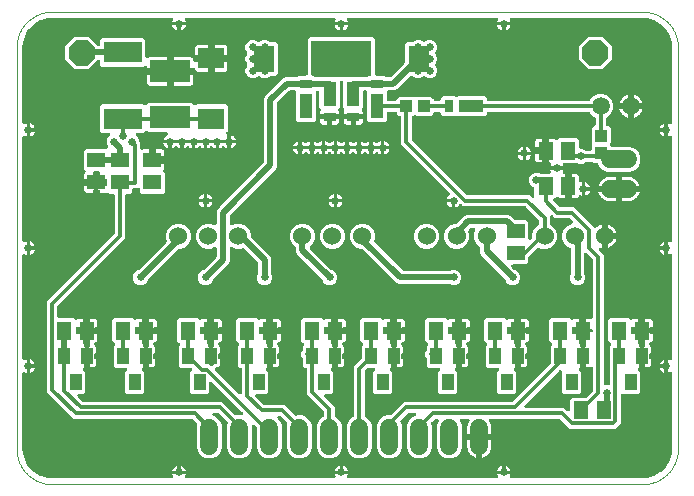
<source format=gbl>
G04 EAGLE Gerber RS-274X export*
G75*
%MOMM*%
%FSLAX35Y35*%
%LPD*%
%INcopper_bottom*%
%IPPOS*%
%AMOC8*
5,1,8,0,0,1.08239X$1,22.5*%
G01*
%ADD10C,0.000000*%
%ADD11R,1.500000X1.300000*%
%ADD12R,1.000000X1.000000*%
%ADD13R,1.100000X2.000000*%
%ADD14R,1.100000X0.800000*%
%ADD15C,1.524000*%
%ADD16R,3.200000X1.800000*%
%ADD17R,3.400000X1.900000*%
%ADD18R,2.200000X1.800000*%
%ADD19R,1.300000X1.500000*%
%ADD20C,1.500000*%
%ADD21R,2.000000X1.100000*%
%ADD22R,0.800000X1.100000*%
%ADD23R,1.000000X1.400000*%
%ADD24C,1.524000*%
%ADD25R,1.800000X2.200000*%
%ADD26P,2.336880X8X22.500000*%
%ADD27C,0.650000*%
%ADD28C,0.500000*%
%ADD29C,0.300000*%

G36*
X1312008Y50151D02*
X1312008Y50151D01*
X1313309Y50227D01*
X1313720Y50350D01*
X1314146Y50399D01*
X1315372Y50842D01*
X1316623Y51215D01*
X1316995Y51428D01*
X1317398Y51574D01*
X1318492Y52287D01*
X1319623Y52935D01*
X1319936Y53228D01*
X1320296Y53462D01*
X1321199Y54409D01*
X1322149Y55297D01*
X1322386Y55653D01*
X1322683Y55964D01*
X1323345Y57091D01*
X1324067Y58175D01*
X1324217Y58577D01*
X1324434Y58946D01*
X1324820Y60193D01*
X1325275Y61415D01*
X1325329Y61840D01*
X1325456Y62250D01*
X1325546Y63555D01*
X1325709Y64846D01*
X1325664Y65271D01*
X1325694Y65700D01*
X1325482Y66992D01*
X1325346Y68285D01*
X1325204Y68689D01*
X1325135Y69113D01*
X1324634Y70320D01*
X1324204Y71550D01*
X1323914Y72057D01*
X1323810Y72307D01*
X1323785Y72341D01*
X1319325Y83110D01*
X1318949Y84999D01*
X1374997Y84999D01*
X1374999Y84999D01*
X1375003Y84999D01*
X1431051Y84999D01*
X1430675Y83110D01*
X1425957Y71719D01*
X1425566Y71053D01*
X1425439Y70644D01*
X1425243Y70262D01*
X1424930Y68997D01*
X1424544Y67749D01*
X1424514Y67321D01*
X1424411Y66905D01*
X1424396Y65603D01*
X1424306Y64299D01*
X1424375Y63875D01*
X1424370Y63447D01*
X1424654Y62175D01*
X1424865Y60886D01*
X1425029Y60490D01*
X1425122Y60072D01*
X1425689Y58899D01*
X1426190Y57692D01*
X1426442Y57343D01*
X1426628Y56958D01*
X1427448Y55946D01*
X1428212Y54887D01*
X1428535Y54606D01*
X1428806Y54272D01*
X1429840Y53472D01*
X1430823Y52618D01*
X1431201Y52420D01*
X1431541Y52156D01*
X1432731Y51615D01*
X1433883Y51008D01*
X1434298Y50901D01*
X1434688Y50723D01*
X1435967Y50469D01*
X1437231Y50142D01*
X1437814Y50102D01*
X1438080Y50049D01*
X1438413Y50061D01*
X1439289Y50000D01*
X2685711Y50000D01*
X2687008Y50151D01*
X2688309Y50227D01*
X2688720Y50350D01*
X2689146Y50399D01*
X2690372Y50842D01*
X2691623Y51215D01*
X2691995Y51428D01*
X2692398Y51574D01*
X2693492Y52287D01*
X2694623Y52935D01*
X2694936Y53228D01*
X2695296Y53462D01*
X2696199Y54409D01*
X2697149Y55297D01*
X2697386Y55653D01*
X2697683Y55964D01*
X2698345Y57091D01*
X2699067Y58175D01*
X2699217Y58577D01*
X2699434Y58946D01*
X2699820Y60193D01*
X2700275Y61415D01*
X2700329Y61840D01*
X2700456Y62250D01*
X2700546Y63555D01*
X2700709Y64846D01*
X2700664Y65271D01*
X2700694Y65700D01*
X2700482Y66992D01*
X2700346Y68285D01*
X2700204Y68689D01*
X2700135Y69113D01*
X2699634Y70320D01*
X2699204Y71550D01*
X2698914Y72057D01*
X2698810Y72307D01*
X2698785Y72341D01*
X2694325Y83110D01*
X2693949Y84999D01*
X2749997Y84999D01*
X2749999Y84999D01*
X2750003Y84999D01*
X2806051Y84999D01*
X2805675Y83110D01*
X2800957Y71719D01*
X2800566Y71053D01*
X2800439Y70644D01*
X2800243Y70262D01*
X2799930Y68997D01*
X2799544Y67749D01*
X2799514Y67321D01*
X2799411Y66905D01*
X2799396Y65603D01*
X2799306Y64299D01*
X2799375Y63875D01*
X2799370Y63447D01*
X2799654Y62175D01*
X2799865Y60886D01*
X2800029Y60490D01*
X2800122Y60072D01*
X2800689Y58899D01*
X2801190Y57692D01*
X2801442Y57343D01*
X2801628Y56958D01*
X2802448Y55946D01*
X2803212Y54887D01*
X2803535Y54606D01*
X2803806Y54272D01*
X2804840Y53472D01*
X2805823Y52618D01*
X2806201Y52420D01*
X2806541Y52156D01*
X2807731Y51615D01*
X2808883Y51008D01*
X2809298Y50901D01*
X2809688Y50723D01*
X2810967Y50469D01*
X2812231Y50142D01*
X2812814Y50102D01*
X2813080Y50049D01*
X2813413Y50061D01*
X2814289Y50000D01*
X4060711Y50000D01*
X4062008Y50151D01*
X4063309Y50227D01*
X4063720Y50350D01*
X4064146Y50399D01*
X4065372Y50842D01*
X4066623Y51215D01*
X4066995Y51428D01*
X4067398Y51574D01*
X4068492Y52287D01*
X4069623Y52935D01*
X4069936Y53228D01*
X4070296Y53462D01*
X4071199Y54409D01*
X4072149Y55297D01*
X4072386Y55653D01*
X4072683Y55964D01*
X4073345Y57091D01*
X4074067Y58175D01*
X4074217Y58577D01*
X4074434Y58946D01*
X4074820Y60193D01*
X4075275Y61415D01*
X4075329Y61840D01*
X4075456Y62250D01*
X4075546Y63555D01*
X4075709Y64846D01*
X4075664Y65271D01*
X4075694Y65700D01*
X4075482Y66992D01*
X4075346Y68285D01*
X4075204Y68689D01*
X4075135Y69113D01*
X4074634Y70320D01*
X4074204Y71550D01*
X4073914Y72057D01*
X4073810Y72307D01*
X4073785Y72341D01*
X4069325Y83110D01*
X4068949Y84999D01*
X4124997Y84999D01*
X4124999Y84999D01*
X4125003Y84999D01*
X4181051Y84999D01*
X4180675Y83110D01*
X4175957Y71719D01*
X4175566Y71053D01*
X4175439Y70644D01*
X4175243Y70262D01*
X4174930Y68997D01*
X4174544Y67749D01*
X4174514Y67321D01*
X4174411Y66905D01*
X4174396Y65603D01*
X4174306Y64299D01*
X4174375Y63875D01*
X4174370Y63447D01*
X4174654Y62175D01*
X4174865Y60886D01*
X4175029Y60490D01*
X4175122Y60072D01*
X4175689Y58899D01*
X4176190Y57692D01*
X4176442Y57343D01*
X4176628Y56958D01*
X4177448Y55946D01*
X4178212Y54887D01*
X4178535Y54606D01*
X4178806Y54272D01*
X4179840Y53472D01*
X4180823Y52618D01*
X4181201Y52420D01*
X4181541Y52156D01*
X4182731Y51615D01*
X4183883Y51008D01*
X4184298Y50901D01*
X4184688Y50723D01*
X4185967Y50469D01*
X4187231Y50142D01*
X4187814Y50102D01*
X4188080Y50049D01*
X4188413Y50061D01*
X4189289Y50000D01*
X5300000Y50000D01*
X5300297Y50035D01*
X5300981Y50033D01*
X5331654Y52043D01*
X5332089Y52123D01*
X5332531Y52126D01*
X5334556Y52522D01*
X5393813Y68400D01*
X5394678Y68743D01*
X5395577Y68992D01*
X5396732Y69557D01*
X5397028Y69674D01*
X5397159Y69766D01*
X5397430Y69898D01*
X5450558Y100572D01*
X5451308Y101128D01*
X5452109Y101601D01*
X5453080Y102446D01*
X5453334Y102635D01*
X5453437Y102757D01*
X5453665Y102955D01*
X5497044Y146335D01*
X5497624Y147066D01*
X5498276Y147730D01*
X5498993Y148796D01*
X5499192Y149046D01*
X5499260Y149192D01*
X5499428Y149441D01*
X5530102Y202569D01*
X5530471Y203424D01*
X5530930Y204236D01*
X5531348Y205452D01*
X5531474Y205744D01*
X5531502Y205903D01*
X5531600Y206187D01*
X5547478Y265444D01*
X5547542Y265880D01*
X5547681Y266301D01*
X5547957Y268345D01*
X5549967Y299019D01*
X5549952Y299316D01*
X5549999Y300000D01*
X5549999Y935711D01*
X5549849Y937008D01*
X5549773Y938309D01*
X5549650Y938720D01*
X5549601Y939146D01*
X5549158Y940372D01*
X5548785Y941623D01*
X5548572Y941995D01*
X5548426Y942398D01*
X5547713Y943492D01*
X5547064Y944623D01*
X5546772Y944936D01*
X5546538Y945296D01*
X5545591Y946199D01*
X5544703Y947149D01*
X5544347Y947386D01*
X5544036Y947683D01*
X5542909Y948345D01*
X5541825Y949067D01*
X5541423Y949217D01*
X5541053Y949434D01*
X5539807Y949820D01*
X5538585Y950275D01*
X5538160Y950329D01*
X5537750Y950456D01*
X5536444Y950546D01*
X5535154Y950709D01*
X5534729Y950664D01*
X5534299Y950694D01*
X5533008Y950482D01*
X5531715Y950346D01*
X5531311Y950204D01*
X5530887Y950135D01*
X5529680Y949634D01*
X5528450Y949204D01*
X5527943Y948914D01*
X5527693Y948810D01*
X5527659Y948785D01*
X5516890Y944325D01*
X5515001Y943949D01*
X5515001Y999997D01*
X5515000Y999998D01*
X5515001Y1000003D01*
X5515001Y1056051D01*
X5516890Y1055675D01*
X5528280Y1050957D01*
X5528947Y1050566D01*
X5529356Y1050439D01*
X5529738Y1050243D01*
X5531003Y1049930D01*
X5532250Y1049544D01*
X5532679Y1049514D01*
X5533094Y1049411D01*
X5534396Y1049396D01*
X5535701Y1049306D01*
X5536125Y1049375D01*
X5536553Y1049370D01*
X5537824Y1049654D01*
X5539113Y1049865D01*
X5539509Y1050029D01*
X5539928Y1050122D01*
X5541101Y1050689D01*
X5542308Y1051190D01*
X5542656Y1051442D01*
X5543041Y1051628D01*
X5544053Y1052448D01*
X5545113Y1053212D01*
X5545394Y1053535D01*
X5545728Y1053806D01*
X5546528Y1054840D01*
X5547381Y1055823D01*
X5547580Y1056201D01*
X5547843Y1056541D01*
X5548385Y1057731D01*
X5548991Y1058883D01*
X5549099Y1059298D01*
X5549276Y1059688D01*
X5549530Y1060967D01*
X5549858Y1062231D01*
X5549898Y1062814D01*
X5549951Y1063080D01*
X5549939Y1063413D01*
X5549999Y1064289D01*
X5549999Y1935711D01*
X5549849Y1937008D01*
X5549773Y1938309D01*
X5549650Y1938720D01*
X5549601Y1939146D01*
X5549158Y1940372D01*
X5548785Y1941623D01*
X5548572Y1941995D01*
X5548426Y1942398D01*
X5547713Y1943492D01*
X5547064Y1944623D01*
X5546772Y1944936D01*
X5546538Y1945296D01*
X5545591Y1946199D01*
X5544703Y1947149D01*
X5544347Y1947386D01*
X5544036Y1947683D01*
X5542909Y1948345D01*
X5541825Y1949067D01*
X5541423Y1949217D01*
X5541053Y1949434D01*
X5539807Y1949820D01*
X5538585Y1950275D01*
X5538160Y1950329D01*
X5537750Y1950456D01*
X5536444Y1950546D01*
X5535154Y1950709D01*
X5534729Y1950664D01*
X5534299Y1950694D01*
X5533008Y1950482D01*
X5531715Y1950346D01*
X5531311Y1950204D01*
X5530887Y1950135D01*
X5529680Y1949634D01*
X5528450Y1949204D01*
X5527943Y1948914D01*
X5527693Y1948810D01*
X5527659Y1948785D01*
X5516890Y1944325D01*
X5515001Y1943949D01*
X5515001Y1999997D01*
X5515000Y1999998D01*
X5515001Y2000003D01*
X5515001Y2056051D01*
X5516890Y2055675D01*
X5528280Y2050957D01*
X5528947Y2050566D01*
X5529356Y2050439D01*
X5529738Y2050243D01*
X5531003Y2049930D01*
X5532250Y2049544D01*
X5532679Y2049514D01*
X5533094Y2049411D01*
X5534396Y2049396D01*
X5535701Y2049306D01*
X5536125Y2049375D01*
X5536553Y2049370D01*
X5537824Y2049654D01*
X5539113Y2049865D01*
X5539509Y2050029D01*
X5539928Y2050122D01*
X5541101Y2050689D01*
X5542308Y2051190D01*
X5542656Y2051442D01*
X5543041Y2051628D01*
X5544053Y2052448D01*
X5545113Y2053212D01*
X5545394Y2053535D01*
X5545728Y2053806D01*
X5546528Y2054840D01*
X5547381Y2055823D01*
X5547580Y2056201D01*
X5547843Y2056541D01*
X5548385Y2057731D01*
X5548991Y2058883D01*
X5549099Y2059298D01*
X5549276Y2059688D01*
X5549530Y2060967D01*
X5549858Y2062231D01*
X5549898Y2062814D01*
X5549951Y2063080D01*
X5549939Y2063413D01*
X5549999Y2064289D01*
X5549999Y2935711D01*
X5549849Y2937008D01*
X5549773Y2938309D01*
X5549650Y2938720D01*
X5549601Y2939146D01*
X5549158Y2940372D01*
X5548785Y2941623D01*
X5548572Y2941995D01*
X5548426Y2942398D01*
X5547713Y2943492D01*
X5547064Y2944623D01*
X5546772Y2944936D01*
X5546538Y2945296D01*
X5545591Y2946199D01*
X5544703Y2947149D01*
X5544347Y2947386D01*
X5544036Y2947683D01*
X5542909Y2948345D01*
X5541825Y2949067D01*
X5541423Y2949217D01*
X5541053Y2949434D01*
X5539807Y2949820D01*
X5538585Y2950275D01*
X5538160Y2950329D01*
X5537750Y2950456D01*
X5536444Y2950546D01*
X5535154Y2950709D01*
X5534729Y2950664D01*
X5534299Y2950694D01*
X5533008Y2950482D01*
X5531715Y2950346D01*
X5531311Y2950204D01*
X5530887Y2950135D01*
X5529680Y2949634D01*
X5528450Y2949204D01*
X5527943Y2948914D01*
X5527693Y2948810D01*
X5527659Y2948785D01*
X5516890Y2944325D01*
X5515001Y2943949D01*
X5515001Y2999997D01*
X5515000Y2999998D01*
X5515001Y3000003D01*
X5515001Y3056051D01*
X5516890Y3055675D01*
X5528280Y3050957D01*
X5528947Y3050566D01*
X5529356Y3050439D01*
X5529738Y3050243D01*
X5531003Y3049930D01*
X5532250Y3049544D01*
X5532679Y3049514D01*
X5533094Y3049411D01*
X5534396Y3049396D01*
X5535701Y3049306D01*
X5536125Y3049375D01*
X5536553Y3049370D01*
X5537824Y3049654D01*
X5539113Y3049865D01*
X5539509Y3050029D01*
X5539928Y3050122D01*
X5541101Y3050689D01*
X5542308Y3051190D01*
X5542656Y3051442D01*
X5543041Y3051628D01*
X5544053Y3052448D01*
X5545113Y3053212D01*
X5545394Y3053535D01*
X5545728Y3053806D01*
X5546528Y3054840D01*
X5547381Y3055823D01*
X5547580Y3056201D01*
X5547843Y3056541D01*
X5548385Y3057731D01*
X5548991Y3058883D01*
X5549099Y3059298D01*
X5549276Y3059688D01*
X5549530Y3060967D01*
X5549858Y3062231D01*
X5549898Y3062814D01*
X5549951Y3063080D01*
X5549939Y3063413D01*
X5549999Y3064289D01*
X5549999Y3700000D01*
X5549965Y3700297D01*
X5549967Y3700981D01*
X5547957Y3731654D01*
X5547877Y3732089D01*
X5547873Y3732531D01*
X5547478Y3734556D01*
X5531600Y3793813D01*
X5531257Y3794678D01*
X5531008Y3795577D01*
X5530443Y3796733D01*
X5530326Y3797028D01*
X5530234Y3797159D01*
X5530102Y3797430D01*
X5499428Y3850558D01*
X5498871Y3851308D01*
X5498399Y3852109D01*
X5497554Y3853080D01*
X5497365Y3853334D01*
X5497243Y3853437D01*
X5497044Y3853665D01*
X5453665Y3897044D01*
X5452933Y3897624D01*
X5452270Y3898276D01*
X5451204Y3898993D01*
X5450954Y3899192D01*
X5450808Y3899260D01*
X5450558Y3899428D01*
X5397430Y3930102D01*
X5396685Y3930424D01*
X5395984Y3930835D01*
X5395869Y3930871D01*
X5395763Y3930931D01*
X5394545Y3931349D01*
X5394256Y3931474D01*
X5394099Y3931502D01*
X5393813Y3931600D01*
X5334556Y3947478D01*
X5334120Y3947542D01*
X5333699Y3947681D01*
X5331655Y3947957D01*
X5300982Y3949967D01*
X5300685Y3949952D01*
X5300001Y3949999D01*
X4189289Y3949999D01*
X4187997Y3949849D01*
X4186698Y3949774D01*
X4186283Y3949651D01*
X4185854Y3949601D01*
X4184629Y3949158D01*
X4183383Y3948788D01*
X4183009Y3948573D01*
X4182602Y3948426D01*
X4181509Y3947714D01*
X4180383Y3947068D01*
X4180068Y3946774D01*
X4179704Y3946538D01*
X4178804Y3945594D01*
X4177855Y3944708D01*
X4177616Y3944349D01*
X4177317Y3944036D01*
X4176658Y3942913D01*
X4175936Y3941831D01*
X4175785Y3941426D01*
X4175566Y3941053D01*
X4175182Y3939811D01*
X4174726Y3938591D01*
X4174672Y3938163D01*
X4174544Y3937750D01*
X4174454Y3936449D01*
X4174291Y3935161D01*
X4174336Y3934732D01*
X4174306Y3934299D01*
X4174517Y3933012D01*
X4174653Y3931721D01*
X4174795Y3931314D01*
X4174865Y3930887D01*
X4175364Y3929685D01*
X4175793Y3928456D01*
X4176086Y3927945D01*
X4176190Y3927693D01*
X4176214Y3927660D01*
X4180675Y3916890D01*
X4181051Y3915001D01*
X4125003Y3915001D01*
X4125001Y3915000D01*
X4124997Y3915001D01*
X4068949Y3915001D01*
X4069325Y3916890D01*
X4074043Y3928282D01*
X4074434Y3928947D01*
X4074561Y3929358D01*
X4074759Y3929744D01*
X4075071Y3931008D01*
X4075456Y3932250D01*
X4075485Y3932682D01*
X4075589Y3933101D01*
X4075604Y3934401D01*
X4075693Y3935701D01*
X4075623Y3936128D01*
X4075628Y3936559D01*
X4075345Y3937828D01*
X4075135Y3939113D01*
X4074969Y3939513D01*
X4074875Y3939934D01*
X4074310Y3941102D01*
X4073809Y3942308D01*
X4073556Y3942659D01*
X4073368Y3943047D01*
X4072550Y3944056D01*
X4071788Y3945113D01*
X4071461Y3945397D01*
X4071189Y3945732D01*
X4070158Y3946528D01*
X4069177Y3947381D01*
X4068795Y3947582D01*
X4068453Y3947847D01*
X4067266Y3948386D01*
X4066116Y3948991D01*
X4065698Y3949099D01*
X4065304Y3949278D01*
X4064028Y3949532D01*
X4062768Y3949858D01*
X4062181Y3949898D01*
X4061912Y3949951D01*
X4061579Y3949939D01*
X4060710Y3949999D01*
X2814289Y3949999D01*
X2812992Y3949849D01*
X2811691Y3949773D01*
X2811280Y3949650D01*
X2810854Y3949601D01*
X2809628Y3949158D01*
X2808377Y3948785D01*
X2808004Y3948572D01*
X2807601Y3948426D01*
X2806508Y3947713D01*
X2805377Y3947064D01*
X2805064Y3946772D01*
X2804704Y3946538D01*
X2803801Y3945591D01*
X2802851Y3944703D01*
X2802613Y3944347D01*
X2802317Y3944036D01*
X2801655Y3942909D01*
X2800933Y3941825D01*
X2800783Y3941423D01*
X2800566Y3941053D01*
X2800180Y3939807D01*
X2799724Y3938585D01*
X2799671Y3938160D01*
X2799544Y3937750D01*
X2799454Y3936444D01*
X2799291Y3935154D01*
X2799336Y3934729D01*
X2799306Y3934299D01*
X2799518Y3933008D01*
X2799654Y3931715D01*
X2799795Y3931311D01*
X2799865Y3930887D01*
X2800365Y3929680D01*
X2800795Y3928450D01*
X2801086Y3927943D01*
X2801190Y3927693D01*
X2801214Y3927659D01*
X2805675Y3916890D01*
X2806051Y3915001D01*
X2750003Y3915001D01*
X2750001Y3915000D01*
X2749997Y3915001D01*
X2693949Y3915001D01*
X2694325Y3916890D01*
X2699043Y3928280D01*
X2699434Y3928947D01*
X2699561Y3929356D01*
X2699757Y3929738D01*
X2700070Y3931003D01*
X2700456Y3932250D01*
X2700486Y3932679D01*
X2700588Y3933094D01*
X2700604Y3934396D01*
X2700694Y3935701D01*
X2700624Y3936125D01*
X2700629Y3936553D01*
X2700346Y3937824D01*
X2700135Y3939113D01*
X2699971Y3939509D01*
X2699878Y3939928D01*
X2699310Y3941101D01*
X2698810Y3942308D01*
X2698558Y3942656D01*
X2698372Y3943041D01*
X2697552Y3944053D01*
X2696788Y3945113D01*
X2696464Y3945394D01*
X2696194Y3945728D01*
X2695160Y3946528D01*
X2694177Y3947381D01*
X2693799Y3947580D01*
X2693459Y3947843D01*
X2692269Y3948385D01*
X2691117Y3948991D01*
X2690701Y3949099D01*
X2690311Y3949276D01*
X2689033Y3949530D01*
X2687769Y3949858D01*
X2687186Y3949898D01*
X2686919Y3949951D01*
X2686586Y3949939D01*
X2685711Y3949999D01*
X1439289Y3949999D01*
X1437992Y3949849D01*
X1436691Y3949773D01*
X1436280Y3949650D01*
X1435854Y3949601D01*
X1434628Y3949158D01*
X1433377Y3948785D01*
X1433004Y3948572D01*
X1432601Y3948426D01*
X1431508Y3947713D01*
X1430377Y3947064D01*
X1430064Y3946772D01*
X1429704Y3946538D01*
X1428801Y3945591D01*
X1427851Y3944703D01*
X1427613Y3944347D01*
X1427317Y3944036D01*
X1426655Y3942909D01*
X1425933Y3941825D01*
X1425783Y3941423D01*
X1425566Y3941053D01*
X1425180Y3939807D01*
X1424724Y3938585D01*
X1424671Y3938160D01*
X1424544Y3937750D01*
X1424454Y3936444D01*
X1424291Y3935154D01*
X1424336Y3934729D01*
X1424306Y3934299D01*
X1424518Y3933008D01*
X1424654Y3931715D01*
X1424795Y3931311D01*
X1424865Y3930887D01*
X1425365Y3929680D01*
X1425795Y3928450D01*
X1426086Y3927943D01*
X1426190Y3927693D01*
X1426214Y3927659D01*
X1430675Y3916890D01*
X1431051Y3915001D01*
X1375003Y3915001D01*
X1375001Y3915000D01*
X1374997Y3915001D01*
X1318949Y3915001D01*
X1319325Y3916890D01*
X1324043Y3928280D01*
X1324434Y3928947D01*
X1324561Y3929356D01*
X1324757Y3929738D01*
X1325070Y3931003D01*
X1325456Y3932250D01*
X1325486Y3932679D01*
X1325588Y3933094D01*
X1325604Y3934396D01*
X1325694Y3935701D01*
X1325624Y3936125D01*
X1325629Y3936553D01*
X1325346Y3937824D01*
X1325135Y3939113D01*
X1324971Y3939509D01*
X1324878Y3939928D01*
X1324310Y3941101D01*
X1323810Y3942308D01*
X1323558Y3942656D01*
X1323372Y3943041D01*
X1322552Y3944053D01*
X1321788Y3945113D01*
X1321464Y3945394D01*
X1321194Y3945728D01*
X1320160Y3946528D01*
X1319177Y3947381D01*
X1318799Y3947580D01*
X1318459Y3947843D01*
X1317269Y3948385D01*
X1316117Y3948991D01*
X1315701Y3949099D01*
X1315311Y3949276D01*
X1314033Y3949530D01*
X1312769Y3949858D01*
X1312186Y3949898D01*
X1311919Y3949951D01*
X1311586Y3949939D01*
X1310711Y3949999D01*
X299999Y3949999D01*
X299702Y3949965D01*
X299018Y3949967D01*
X268345Y3947957D01*
X267910Y3947877D01*
X267469Y3947873D01*
X265444Y3947478D01*
X206187Y3931600D01*
X205321Y3931257D01*
X204423Y3931008D01*
X203267Y3930443D01*
X202972Y3930326D01*
X202841Y3930234D01*
X202570Y3930102D01*
X149441Y3899428D01*
X148692Y3898871D01*
X147890Y3898399D01*
X146920Y3897554D01*
X146666Y3897365D01*
X146563Y3897243D01*
X146335Y3897044D01*
X102955Y3853665D01*
X102376Y3852933D01*
X101723Y3852270D01*
X101006Y3851204D01*
X100808Y3850954D01*
X100740Y3850808D01*
X100572Y3850558D01*
X69898Y3797430D01*
X69528Y3796575D01*
X69069Y3795764D01*
X68652Y3794548D01*
X68526Y3794256D01*
X68498Y3794097D01*
X68400Y3793813D01*
X52522Y3734556D01*
X52458Y3734120D01*
X52319Y3733699D01*
X52043Y3731654D01*
X50033Y3700981D01*
X50048Y3700683D01*
X50000Y3700000D01*
X50000Y3064289D01*
X50151Y3062992D01*
X50227Y3061691D01*
X50350Y3061280D01*
X50399Y3060854D01*
X50842Y3059628D01*
X51215Y3058377D01*
X51428Y3058004D01*
X51574Y3057601D01*
X52287Y3056508D01*
X52935Y3055377D01*
X53228Y3055064D01*
X53462Y3054704D01*
X54409Y3053801D01*
X55297Y3052851D01*
X55653Y3052613D01*
X55964Y3052317D01*
X57091Y3051655D01*
X58175Y3050933D01*
X58577Y3050783D01*
X58946Y3050566D01*
X60193Y3050180D01*
X61415Y3049724D01*
X61840Y3049671D01*
X62250Y3049544D01*
X63555Y3049454D01*
X64846Y3049291D01*
X65271Y3049336D01*
X65700Y3049306D01*
X66992Y3049518D01*
X68285Y3049654D01*
X68689Y3049795D01*
X69113Y3049865D01*
X70320Y3050365D01*
X71550Y3050795D01*
X72057Y3051086D01*
X72307Y3051190D01*
X72341Y3051214D01*
X83110Y3055675D01*
X84999Y3056051D01*
X84999Y3000003D01*
X84999Y3000001D01*
X84999Y2999997D01*
X84999Y2943949D01*
X83110Y2944325D01*
X71719Y2949043D01*
X71053Y2949434D01*
X70644Y2949561D01*
X70262Y2949757D01*
X68997Y2950070D01*
X67749Y2950456D01*
X67321Y2950486D01*
X66905Y2950588D01*
X65603Y2950604D01*
X64299Y2950694D01*
X63875Y2950624D01*
X63447Y2950629D01*
X62175Y2950346D01*
X60886Y2950135D01*
X60490Y2949971D01*
X60072Y2949878D01*
X58899Y2949310D01*
X57692Y2948810D01*
X57343Y2948558D01*
X56958Y2948372D01*
X55946Y2947552D01*
X54887Y2946788D01*
X54606Y2946464D01*
X54272Y2946194D01*
X53472Y2945160D01*
X52618Y2944177D01*
X52420Y2943799D01*
X52156Y2943459D01*
X51615Y2942269D01*
X51008Y2941117D01*
X50901Y2940701D01*
X50723Y2940311D01*
X50469Y2939033D01*
X50142Y2937769D01*
X50102Y2937186D01*
X50049Y2936919D01*
X50061Y2936586D01*
X50000Y2935711D01*
X50000Y2064289D01*
X50151Y2062992D01*
X50227Y2061691D01*
X50350Y2061280D01*
X50399Y2060854D01*
X50842Y2059628D01*
X51215Y2058377D01*
X51428Y2058004D01*
X51574Y2057601D01*
X52287Y2056508D01*
X52935Y2055377D01*
X53228Y2055064D01*
X53462Y2054704D01*
X54409Y2053801D01*
X55297Y2052851D01*
X55653Y2052613D01*
X55964Y2052317D01*
X57091Y2051655D01*
X58175Y2050933D01*
X58577Y2050783D01*
X58946Y2050566D01*
X60193Y2050180D01*
X61415Y2049724D01*
X61840Y2049671D01*
X62250Y2049544D01*
X63555Y2049454D01*
X64846Y2049291D01*
X65271Y2049336D01*
X65700Y2049306D01*
X66992Y2049518D01*
X68285Y2049654D01*
X68689Y2049795D01*
X69113Y2049865D01*
X70320Y2050365D01*
X71550Y2050795D01*
X72057Y2051086D01*
X72307Y2051190D01*
X72341Y2051214D01*
X83110Y2055675D01*
X84999Y2056051D01*
X84999Y2000003D01*
X84999Y2000001D01*
X84999Y1999997D01*
X84999Y1943949D01*
X83110Y1944325D01*
X71719Y1949043D01*
X71053Y1949434D01*
X70644Y1949561D01*
X70262Y1949757D01*
X68997Y1950070D01*
X67749Y1950456D01*
X67321Y1950486D01*
X66905Y1950588D01*
X65603Y1950604D01*
X64299Y1950694D01*
X63875Y1950624D01*
X63447Y1950629D01*
X62175Y1950346D01*
X60886Y1950135D01*
X60490Y1949971D01*
X60072Y1949878D01*
X58899Y1949310D01*
X57692Y1948810D01*
X57343Y1948558D01*
X56958Y1948372D01*
X55946Y1947552D01*
X54887Y1946788D01*
X54606Y1946464D01*
X54272Y1946194D01*
X53472Y1945160D01*
X52618Y1944177D01*
X52420Y1943799D01*
X52156Y1943459D01*
X51615Y1942269D01*
X51008Y1941117D01*
X50901Y1940701D01*
X50723Y1940311D01*
X50469Y1939033D01*
X50142Y1937769D01*
X50102Y1937186D01*
X50049Y1936919D01*
X50061Y1936586D01*
X50000Y1935711D01*
X50000Y1064289D01*
X50151Y1062992D01*
X50227Y1061691D01*
X50350Y1061280D01*
X50399Y1060854D01*
X50842Y1059628D01*
X51215Y1058377D01*
X51428Y1058004D01*
X51574Y1057601D01*
X52287Y1056508D01*
X52935Y1055377D01*
X53228Y1055064D01*
X53462Y1054704D01*
X54409Y1053801D01*
X55297Y1052851D01*
X55653Y1052613D01*
X55964Y1052317D01*
X57091Y1051655D01*
X58175Y1050933D01*
X58577Y1050783D01*
X58946Y1050566D01*
X60193Y1050180D01*
X61415Y1049724D01*
X61840Y1049671D01*
X62250Y1049544D01*
X63555Y1049454D01*
X64846Y1049291D01*
X65271Y1049336D01*
X65700Y1049306D01*
X66992Y1049518D01*
X68285Y1049654D01*
X68689Y1049795D01*
X69113Y1049865D01*
X70320Y1050365D01*
X71550Y1050795D01*
X72057Y1051086D01*
X72307Y1051190D01*
X72341Y1051214D01*
X83110Y1055675D01*
X84999Y1056051D01*
X84999Y1000003D01*
X84999Y1000001D01*
X84999Y999997D01*
X84999Y943949D01*
X83110Y944325D01*
X71719Y949043D01*
X71053Y949434D01*
X70644Y949561D01*
X70262Y949757D01*
X68997Y950070D01*
X67749Y950456D01*
X67321Y950486D01*
X66905Y950588D01*
X65603Y950604D01*
X64299Y950694D01*
X63875Y950624D01*
X63447Y950629D01*
X62175Y950346D01*
X60886Y950135D01*
X60490Y949971D01*
X60072Y949878D01*
X58899Y949310D01*
X57692Y948810D01*
X57343Y948558D01*
X56958Y948372D01*
X55946Y947552D01*
X54887Y946788D01*
X54606Y946464D01*
X54272Y946194D01*
X53470Y945157D01*
X52618Y944177D01*
X52420Y943799D01*
X52156Y943459D01*
X51615Y942269D01*
X51008Y941117D01*
X50901Y940701D01*
X50723Y940311D01*
X50469Y939033D01*
X50142Y937769D01*
X50102Y937186D01*
X50049Y936919D01*
X50061Y936586D01*
X50000Y935711D01*
X50000Y299999D01*
X50035Y299703D01*
X50033Y299018D01*
X52043Y268345D01*
X52123Y267910D01*
X52126Y267469D01*
X52522Y265444D01*
X68400Y206187D01*
X68743Y205321D01*
X68992Y204423D01*
X69557Y203267D01*
X69674Y202972D01*
X69766Y202841D01*
X69898Y202570D01*
X100572Y149441D01*
X101128Y148692D01*
X101601Y147890D01*
X102446Y146920D01*
X102635Y146666D01*
X102757Y146563D01*
X102955Y146335D01*
X146335Y102955D01*
X147067Y102376D01*
X147730Y101723D01*
X148796Y101006D01*
X149046Y100808D01*
X149192Y100740D01*
X149441Y100572D01*
X202570Y69898D01*
X203425Y69528D01*
X204236Y69069D01*
X205452Y68652D01*
X205744Y68526D01*
X205903Y68498D01*
X206187Y68400D01*
X265444Y52522D01*
X265880Y52458D01*
X266301Y52319D01*
X268345Y52043D01*
X299019Y50033D01*
X299316Y50048D01*
X300000Y50000D01*
X1310711Y50000D01*
X1312008Y50151D01*
G37*
%LPC*%
G36*
X3134875Y217599D02*
X3134875Y217599D01*
X3095843Y233767D01*
X3065967Y263643D01*
X3049799Y302675D01*
X3049799Y497325D01*
X3065967Y536357D01*
X3095843Y566233D01*
X3134875Y582400D01*
X3162547Y582400D01*
X3163927Y582560D01*
X3165315Y582658D01*
X3165643Y582760D01*
X3165982Y582799D01*
X3167289Y583271D01*
X3168618Y583684D01*
X3168912Y583857D01*
X3169235Y583974D01*
X3170403Y584735D01*
X3171598Y585439D01*
X3171941Y585738D01*
X3172132Y585862D01*
X3172368Y586110D01*
X3173153Y586793D01*
X3281360Y695000D01*
X4195147Y695000D01*
X4196527Y695160D01*
X4197915Y695258D01*
X4198243Y695360D01*
X4198582Y695399D01*
X4199889Y695871D01*
X4201218Y696284D01*
X4201512Y696457D01*
X4201835Y696574D01*
X4203003Y697335D01*
X4204198Y698039D01*
X4204541Y698338D01*
X4204732Y698462D01*
X4204968Y698710D01*
X4205753Y699393D01*
X4520606Y1014246D01*
X4521473Y1015340D01*
X4522381Y1016386D01*
X4522540Y1016688D01*
X4522753Y1016957D01*
X4523346Y1018220D01*
X4523563Y1018633D01*
X4523723Y1018906D01*
X4523747Y1018983D01*
X4523991Y1019447D01*
X4524077Y1019778D01*
X4524223Y1020088D01*
X4524508Y1021442D01*
X4524745Y1022210D01*
X4524759Y1022416D01*
X4524858Y1022794D01*
X4524889Y1023250D01*
X4524936Y1023472D01*
X4524928Y1023813D01*
X4524999Y1024853D01*
X4524999Y1167427D01*
X4529467Y1171893D01*
X4529684Y1172168D01*
X4529951Y1172400D01*
X4530759Y1173525D01*
X4531614Y1174604D01*
X4531763Y1174923D01*
X4531969Y1175209D01*
X4532496Y1176485D01*
X4533083Y1177735D01*
X4533156Y1178080D01*
X4533290Y1178404D01*
X4533511Y1179765D01*
X4533796Y1181119D01*
X4533788Y1181471D01*
X4533844Y1181818D01*
X4533748Y1183195D01*
X4533716Y1184576D01*
X4533627Y1184916D01*
X4533603Y1185268D01*
X4533193Y1186586D01*
X4532845Y1187923D01*
X4532681Y1188235D01*
X4532577Y1188570D01*
X4531878Y1189757D01*
X4531232Y1190982D01*
X4531000Y1191248D01*
X4530822Y1191550D01*
X4529467Y1193106D01*
X4509999Y1212573D01*
X4509999Y1387426D01*
X4527573Y1405000D01*
X4682427Y1405000D01*
X4692646Y1394780D01*
X4692922Y1394562D01*
X4693154Y1394296D01*
X4694277Y1393489D01*
X4695357Y1392633D01*
X4695676Y1392484D01*
X4695963Y1392278D01*
X4697239Y1391750D01*
X4698488Y1391164D01*
X4698833Y1391091D01*
X4699158Y1390957D01*
X4700520Y1390735D01*
X4701872Y1390451D01*
X4702223Y1390459D01*
X4702572Y1390402D01*
X4703951Y1390499D01*
X4705329Y1390531D01*
X4705670Y1390620D01*
X4706022Y1390645D01*
X4707338Y1391053D01*
X4708676Y1391402D01*
X4708989Y1391567D01*
X4709324Y1391671D01*
X4710512Y1392370D01*
X4711735Y1393016D01*
X4712000Y1393247D01*
X4712304Y1393426D01*
X4713859Y1394781D01*
X4714404Y1395326D01*
X4720194Y1398669D01*
X4726656Y1400400D01*
X4765001Y1400400D01*
X4765001Y1370349D01*
X4765011Y1370260D01*
X4765002Y1370169D01*
X4765212Y1368530D01*
X4765400Y1366914D01*
X4765430Y1366829D01*
X4765442Y1366739D01*
X4766018Y1365203D01*
X4766574Y1363662D01*
X4766624Y1363585D01*
X4766656Y1363501D01*
X4767558Y1362153D01*
X4768463Y1360764D01*
X4768529Y1360701D01*
X4768579Y1360627D01*
X4769769Y1359518D01*
X4770965Y1358377D01*
X4771043Y1358331D01*
X4771109Y1358269D01*
X4772538Y1357453D01*
X4773947Y1356626D01*
X4774033Y1356599D01*
X4774112Y1356554D01*
X4775684Y1356089D01*
X4777251Y1355604D01*
X4777342Y1355598D01*
X4777428Y1355572D01*
X4779053Y1355480D01*
X4780701Y1355366D01*
X4780791Y1355381D01*
X4780881Y1355376D01*
X4782927Y1355638D01*
X4784999Y1356051D01*
X4784999Y1315001D01*
X4785039Y1314652D01*
X4785015Y1314300D01*
X4785050Y1314084D01*
X4784069Y1314338D01*
X4782748Y1314747D01*
X4782397Y1314771D01*
X4782057Y1314859D01*
X4779999Y1315001D01*
X4743604Y1315001D01*
X4743646Y1315519D01*
X4743633Y1315608D01*
X4743639Y1315700D01*
X4743372Y1317328D01*
X4743128Y1318938D01*
X4743095Y1319023D01*
X4743080Y1319113D01*
X4742449Y1320633D01*
X4741842Y1322148D01*
X4741790Y1322223D01*
X4741755Y1322307D01*
X4740794Y1323639D01*
X4739854Y1324978D01*
X4739786Y1325038D01*
X4739733Y1325112D01*
X4738496Y1326187D01*
X4737271Y1327278D01*
X4737191Y1327321D01*
X4737122Y1327380D01*
X4735678Y1328140D01*
X4734230Y1328924D01*
X4734141Y1328948D01*
X4734062Y1328990D01*
X4732475Y1329401D01*
X4730892Y1329831D01*
X4730802Y1329834D01*
X4730714Y1329857D01*
X4728656Y1329998D01*
X4715000Y1329998D01*
X4714651Y1329958D01*
X4714299Y1329982D01*
X4712933Y1329758D01*
X4711564Y1329600D01*
X4711234Y1329480D01*
X4710886Y1329423D01*
X4709609Y1328893D01*
X4708312Y1328425D01*
X4708018Y1328233D01*
X4707692Y1328098D01*
X4706573Y1327292D01*
X4705415Y1326537D01*
X4705171Y1326281D01*
X4704887Y1326076D01*
X4703983Y1325037D01*
X4703027Y1324035D01*
X4702849Y1323731D01*
X4702618Y1323466D01*
X4701976Y1322244D01*
X4701276Y1321053D01*
X4701173Y1320717D01*
X4701008Y1320405D01*
X4700663Y1319069D01*
X4700254Y1317749D01*
X4700230Y1317397D01*
X4700142Y1317057D01*
X4700000Y1314999D01*
X4700000Y1285000D01*
X4700041Y1284652D01*
X4700017Y1284300D01*
X4700240Y1282934D01*
X4700399Y1281565D01*
X4700518Y1281235D01*
X4700575Y1280887D01*
X4701105Y1279610D01*
X4701574Y1278313D01*
X4701766Y1278018D01*
X4701901Y1277693D01*
X4702707Y1276573D01*
X4703462Y1275415D01*
X4703718Y1275172D01*
X4703923Y1274887D01*
X4704962Y1273984D01*
X4705964Y1273028D01*
X4706268Y1272849D01*
X4706533Y1272619D01*
X4707755Y1271977D01*
X4708946Y1271277D01*
X4709282Y1271173D01*
X4709594Y1271009D01*
X4710930Y1270663D01*
X4712250Y1270255D01*
X4712602Y1270231D01*
X4712942Y1270143D01*
X4715000Y1270001D01*
X4728656Y1270001D01*
X4728745Y1270011D01*
X4728836Y1270002D01*
X4730475Y1270212D01*
X4732091Y1270400D01*
X4732176Y1270430D01*
X4732266Y1270442D01*
X4733802Y1271018D01*
X4735343Y1271574D01*
X4735420Y1271624D01*
X4735504Y1271656D01*
X4736853Y1272558D01*
X4738241Y1273463D01*
X4738304Y1273529D01*
X4738378Y1273579D01*
X4739488Y1274769D01*
X4740628Y1275965D01*
X4740674Y1276043D01*
X4740736Y1276109D01*
X4741552Y1277538D01*
X4742379Y1278947D01*
X4742406Y1279033D01*
X4742451Y1279112D01*
X4742916Y1280684D01*
X4743401Y1282251D01*
X4743407Y1282342D01*
X4743433Y1282428D01*
X4743525Y1284053D01*
X4743590Y1284999D01*
X4779999Y1284999D01*
X4780348Y1285039D01*
X4780699Y1285015D01*
X4782065Y1285239D01*
X4783434Y1285398D01*
X4783764Y1285517D01*
X4784112Y1285574D01*
X4785066Y1285969D01*
X4784999Y1284999D01*
X4784999Y1243949D01*
X4782927Y1244361D01*
X4782838Y1244368D01*
X4782750Y1244396D01*
X4781098Y1244509D01*
X4779480Y1244641D01*
X4779391Y1244627D01*
X4779300Y1244633D01*
X4777676Y1244368D01*
X4776061Y1244123D01*
X4775976Y1244089D01*
X4775887Y1244075D01*
X4774370Y1243445D01*
X4772851Y1242836D01*
X4772777Y1242784D01*
X4772693Y1242749D01*
X4771367Y1241794D01*
X4770021Y1240848D01*
X4769960Y1240780D01*
X4769887Y1240728D01*
X4768825Y1239505D01*
X4767722Y1238265D01*
X4767678Y1238184D01*
X4767619Y1238117D01*
X4766862Y1236677D01*
X4766075Y1235224D01*
X4766051Y1235136D01*
X4766009Y1235056D01*
X4765598Y1233466D01*
X4765169Y1231887D01*
X4765166Y1231797D01*
X4765143Y1231708D01*
X4765001Y1229650D01*
X4765001Y1195400D01*
X4765042Y1195051D01*
X4765017Y1194699D01*
X4765241Y1193333D01*
X4765400Y1191964D01*
X4765519Y1191634D01*
X4765576Y1191286D01*
X4766106Y1190009D01*
X4766574Y1188712D01*
X4766766Y1188418D01*
X4766901Y1188092D01*
X4767708Y1186973D01*
X4768463Y1185815D01*
X4768718Y1185571D01*
X4768923Y1185287D01*
X4769963Y1184383D01*
X4770000Y1184348D01*
X4770000Y1171344D01*
X4770010Y1171254D01*
X4770001Y1171163D01*
X4770212Y1169522D01*
X4770399Y1167908D01*
X4770429Y1167824D01*
X4770441Y1167733D01*
X4771018Y1166194D01*
X4771573Y1164656D01*
X4771623Y1164580D01*
X4771655Y1164495D01*
X4772565Y1163135D01*
X4773462Y1161759D01*
X4773528Y1161696D01*
X4773578Y1161621D01*
X4774776Y1160505D01*
X4775964Y1159371D01*
X4776042Y1159325D01*
X4776108Y1159263D01*
X4777532Y1158451D01*
X4778946Y1157620D01*
X4779033Y1157593D01*
X4779112Y1157548D01*
X4780676Y1157085D01*
X4782250Y1156598D01*
X4782341Y1156592D01*
X4782428Y1156567D01*
X4784051Y1156474D01*
X4784999Y1156409D01*
X4784999Y1100003D01*
X4785039Y1099654D01*
X4785015Y1099303D01*
X4785239Y1097937D01*
X4785398Y1096568D01*
X4785517Y1096238D01*
X4785574Y1095890D01*
X4786104Y1094613D01*
X4786572Y1093315D01*
X4786764Y1093021D01*
X4786899Y1092696D01*
X4787706Y1091576D01*
X4788461Y1090418D01*
X4788716Y1090174D01*
X4788921Y1089890D01*
X4789960Y1088987D01*
X4790963Y1088031D01*
X4791267Y1087852D01*
X4791532Y1087622D01*
X4791821Y1087470D01*
X4791571Y1087290D01*
X4790413Y1086535D01*
X4790169Y1086280D01*
X4789885Y1086075D01*
X4788982Y1085036D01*
X4788026Y1084033D01*
X4787847Y1083729D01*
X4787617Y1083464D01*
X4786974Y1082243D01*
X4786275Y1081051D01*
X4786171Y1080715D01*
X4786007Y1080404D01*
X4785661Y1079068D01*
X4785253Y1077748D01*
X4785228Y1077396D01*
X4785141Y1077056D01*
X4784999Y1074998D01*
X4784999Y1043604D01*
X4784479Y1043646D01*
X4784390Y1043633D01*
X4784299Y1043639D01*
X4782671Y1043373D01*
X4781060Y1043129D01*
X4780976Y1043095D01*
X4780886Y1043080D01*
X4779365Y1042449D01*
X4777850Y1041842D01*
X4777776Y1041790D01*
X4777692Y1041755D01*
X4776359Y1040795D01*
X4775020Y1039854D01*
X4774960Y1039786D01*
X4774886Y1039733D01*
X4773811Y1038496D01*
X4772721Y1037271D01*
X4772678Y1037191D01*
X4772618Y1037123D01*
X4771859Y1035679D01*
X4771074Y1034230D01*
X4771050Y1034142D01*
X4771008Y1034062D01*
X4770598Y1032475D01*
X4770168Y1030893D01*
X4770165Y1030803D01*
X4770142Y1030714D01*
X4770000Y1028656D01*
X4770000Y988983D01*
X4769624Y988847D01*
X4768615Y988584D01*
X4768003Y988261D01*
X4767351Y988026D01*
X4766477Y987456D01*
X4765557Y986971D01*
X4765035Y986517D01*
X4764454Y986138D01*
X4763733Y985382D01*
X4762949Y984699D01*
X4762545Y984138D01*
X4762066Y983636D01*
X4761538Y982737D01*
X4760931Y981891D01*
X4760666Y981250D01*
X4760315Y980653D01*
X4760008Y979659D01*
X4759609Y978695D01*
X4759498Y978011D01*
X4759293Y977350D01*
X4759222Y976308D01*
X4759055Y975282D01*
X4759103Y974592D01*
X4759056Y973899D01*
X4759224Y972868D01*
X4759297Y971832D01*
X4759502Y971172D01*
X4759614Y970487D01*
X4760014Y969523D01*
X4760323Y968529D01*
X4760674Y967933D01*
X4760940Y967293D01*
X4761550Y966446D01*
X4762078Y965549D01*
X4762762Y964764D01*
X4762962Y964487D01*
X4763133Y964338D01*
X4763433Y963994D01*
X4780000Y947427D01*
X4780000Y782573D01*
X4762426Y764999D01*
X4637573Y764999D01*
X4619999Y782573D01*
X4619999Y950148D01*
X4619967Y950428D01*
X4619983Y950663D01*
X4619876Y951317D01*
X4619855Y952224D01*
X4619680Y952895D01*
X4619601Y953583D01*
X4619426Y954067D01*
X4619424Y954076D01*
X4619410Y954110D01*
X4619247Y954563D01*
X4618984Y955571D01*
X4618662Y956183D01*
X4618426Y956835D01*
X4617856Y957710D01*
X4617371Y958630D01*
X4616916Y959151D01*
X4616538Y959733D01*
X4615783Y960452D01*
X4615099Y961238D01*
X4614537Y961642D01*
X4614036Y962120D01*
X4613137Y962648D01*
X4612291Y963256D01*
X4611650Y963521D01*
X4611053Y963871D01*
X4610058Y964179D01*
X4609095Y964577D01*
X4608413Y964688D01*
X4607750Y964893D01*
X4606708Y964965D01*
X4605682Y965131D01*
X4604992Y965083D01*
X4604299Y965131D01*
X4603271Y964962D01*
X4602232Y964889D01*
X4601570Y964684D01*
X4600887Y964572D01*
X4599923Y964172D01*
X4598929Y963863D01*
X4598334Y963513D01*
X4597693Y963247D01*
X4596846Y962636D01*
X4595949Y962108D01*
X4595312Y961554D01*
X4595230Y961500D01*
X4595144Y961410D01*
X4594887Y961225D01*
X4594739Y961054D01*
X4594394Y960754D01*
X4304246Y670606D01*
X4303599Y669789D01*
X4302880Y669035D01*
X4302529Y668439D01*
X4302099Y667895D01*
X4301655Y666950D01*
X4301129Y666053D01*
X4300924Y665393D01*
X4300630Y664764D01*
X4300415Y663745D01*
X4300107Y662749D01*
X4300059Y662057D01*
X4299917Y661380D01*
X4299941Y660340D01*
X4299869Y659299D01*
X4299981Y658615D01*
X4299997Y657923D01*
X4300259Y656916D01*
X4300428Y655886D01*
X4300694Y655245D01*
X4300868Y654576D01*
X4301353Y653657D01*
X4301753Y652692D01*
X4302159Y652129D01*
X4302482Y651518D01*
X4303166Y650732D01*
X4303775Y649887D01*
X4304297Y649433D01*
X4304753Y648910D01*
X4305601Y648301D01*
X4306386Y647618D01*
X4306998Y647296D01*
X4307561Y646892D01*
X4308525Y646493D01*
X4309446Y646008D01*
X4310117Y645835D01*
X4310757Y645570D01*
X4311784Y645403D01*
X4312794Y645142D01*
X4313835Y645070D01*
X4314171Y645016D01*
X4314396Y645032D01*
X4314852Y645000D01*
X4634142Y645000D01*
X4659394Y619748D01*
X4660210Y619102D01*
X4660964Y618382D01*
X4661562Y618031D01*
X4662105Y617602D01*
X4663048Y617159D01*
X4663947Y616631D01*
X4664608Y616427D01*
X4665235Y616132D01*
X4666254Y615918D01*
X4667250Y615609D01*
X4667943Y615562D01*
X4668619Y615419D01*
X4669659Y615443D01*
X4670701Y615372D01*
X4671385Y615483D01*
X4672077Y615500D01*
X4673084Y615762D01*
X4674113Y615930D01*
X4674754Y616196D01*
X4675423Y616370D01*
X4676343Y616855D01*
X4677308Y617256D01*
X4677871Y617661D01*
X4678482Y617984D01*
X4679268Y618668D01*
X4680113Y619278D01*
X4680567Y619799D01*
X4681090Y620255D01*
X4681699Y621103D01*
X4682381Y621888D01*
X4682703Y622501D01*
X4683108Y623064D01*
X4683507Y624027D01*
X4683991Y624949D01*
X4684165Y625619D01*
X4684429Y626259D01*
X4684596Y627287D01*
X4684858Y628297D01*
X4684929Y629337D01*
X4684984Y629673D01*
X4684968Y629898D01*
X4684999Y630355D01*
X4684999Y712426D01*
X4702573Y730000D01*
X4815147Y730000D01*
X4816527Y730160D01*
X4817915Y730258D01*
X4818243Y730360D01*
X4818582Y730399D01*
X4819889Y730871D01*
X4821218Y731284D01*
X4821512Y731457D01*
X4821835Y731574D01*
X4823003Y732335D01*
X4824198Y733039D01*
X4824541Y733338D01*
X4824732Y733462D01*
X4824968Y733710D01*
X4825753Y734393D01*
X4875606Y784247D01*
X4876473Y785341D01*
X4877381Y786386D01*
X4877540Y786688D01*
X4877753Y786958D01*
X4878346Y788220D01*
X4878991Y789447D01*
X4879077Y789778D01*
X4879223Y790088D01*
X4879509Y791448D01*
X4879858Y792795D01*
X4879889Y793251D01*
X4879936Y793472D01*
X4879928Y793813D01*
X4879999Y794853D01*
X4879999Y979897D01*
X4879906Y980705D01*
X4879912Y981517D01*
X4879707Y982416D01*
X4879601Y983333D01*
X4879324Y984097D01*
X4879144Y984889D01*
X4878739Y985717D01*
X4878426Y986585D01*
X4877982Y987266D01*
X4877625Y987996D01*
X4877042Y988709D01*
X4876538Y989482D01*
X4875949Y990043D01*
X4875435Y990672D01*
X4874703Y991233D01*
X4874036Y991870D01*
X4873335Y992281D01*
X4872690Y992775D01*
X4871848Y993154D01*
X4871053Y993621D01*
X4870277Y993861D01*
X4869536Y994194D01*
X4868632Y994370D01*
X4867750Y994643D01*
X4866938Y994698D01*
X4866141Y994853D01*
X4865221Y994817D01*
X4864299Y994880D01*
X4863496Y994749D01*
X4862686Y994717D01*
X4861798Y994471D01*
X4860887Y994322D01*
X4860136Y994010D01*
X4859353Y993793D01*
X4857898Y993082D01*
X4857693Y992996D01*
X4857627Y992949D01*
X4857500Y992887D01*
X4854805Y991331D01*
X4848343Y989599D01*
X4819999Y989599D01*
X4819999Y1027100D01*
X4819959Y1027449D01*
X4819983Y1027801D01*
X4819759Y1029166D01*
X4819601Y1030535D01*
X4819481Y1030866D01*
X4819424Y1031213D01*
X4818894Y1032491D01*
X4818426Y1033788D01*
X4818234Y1034082D01*
X4818099Y1034408D01*
X4817293Y1035527D01*
X4816538Y1036685D01*
X4816282Y1036929D01*
X4816077Y1037213D01*
X4815038Y1038116D01*
X4815001Y1038152D01*
X4815001Y1074998D01*
X4814960Y1075347D01*
X4814984Y1075698D01*
X4814761Y1077064D01*
X4814602Y1078433D01*
X4814483Y1078763D01*
X4814426Y1079111D01*
X4813896Y1080388D01*
X4813427Y1081686D01*
X4813235Y1081980D01*
X4813100Y1082305D01*
X4812294Y1083425D01*
X4811539Y1084583D01*
X4811283Y1084827D01*
X4811078Y1085111D01*
X4810039Y1086014D01*
X4809037Y1086970D01*
X4808733Y1087149D01*
X4808468Y1087379D01*
X4808179Y1087531D01*
X4808428Y1087711D01*
X4809586Y1088466D01*
X4809830Y1088721D01*
X4810114Y1088926D01*
X4811018Y1089965D01*
X4811974Y1090968D01*
X4812152Y1091272D01*
X4812383Y1091537D01*
X4813025Y1092758D01*
X4813725Y1093950D01*
X4813828Y1094286D01*
X4813993Y1094597D01*
X4814338Y1095933D01*
X4814747Y1097253D01*
X4814771Y1097605D01*
X4814859Y1097945D01*
X4815001Y1100003D01*
X4815001Y1161742D01*
X4815113Y1161823D01*
X4816016Y1162862D01*
X4816973Y1163864D01*
X4817151Y1164168D01*
X4817381Y1164433D01*
X4818024Y1165655D01*
X4818723Y1166846D01*
X4818827Y1167182D01*
X4818991Y1167494D01*
X4819337Y1168830D01*
X4819745Y1170150D01*
X4819770Y1170502D01*
X4819858Y1170842D01*
X4819999Y1172900D01*
X4819999Y1184241D01*
X4820112Y1184323D01*
X4821015Y1185362D01*
X4821972Y1186364D01*
X4822150Y1186668D01*
X4822380Y1186933D01*
X4823023Y1188155D01*
X4823723Y1189346D01*
X4823826Y1189682D01*
X4823990Y1189994D01*
X4824336Y1191330D01*
X4824744Y1192650D01*
X4824769Y1193002D01*
X4824857Y1193342D01*
X4824998Y1195400D01*
X4824998Y1227661D01*
X4824988Y1227751D01*
X4824998Y1227842D01*
X4824788Y1229473D01*
X4824600Y1231096D01*
X4824569Y1231182D01*
X4824557Y1231272D01*
X4823983Y1232803D01*
X4823425Y1234349D01*
X4823375Y1234425D01*
X4823343Y1234510D01*
X4822435Y1235867D01*
X4821537Y1237246D01*
X4821470Y1237309D01*
X4821420Y1237384D01*
X4820222Y1238501D01*
X4819035Y1239633D01*
X4818957Y1239679D01*
X4818890Y1239742D01*
X4817458Y1240559D01*
X4816053Y1241384D01*
X4815966Y1241411D01*
X4815887Y1241457D01*
X4815001Y1241719D01*
X4815001Y1284999D01*
X4865000Y1284999D01*
X4865349Y1285039D01*
X4865701Y1285015D01*
X4867066Y1285239D01*
X4868435Y1285398D01*
X4868766Y1285517D01*
X4869113Y1285574D01*
X4870391Y1286104D01*
X4871688Y1286572D01*
X4871982Y1286764D01*
X4872308Y1286899D01*
X4873427Y1287706D01*
X4874585Y1288461D01*
X4874829Y1288716D01*
X4875113Y1288921D01*
X4876016Y1289960D01*
X4876973Y1290963D01*
X4877151Y1291267D01*
X4877381Y1291532D01*
X4878024Y1292753D01*
X4878723Y1293945D01*
X4878827Y1294281D01*
X4878991Y1294592D01*
X4879337Y1295928D01*
X4879745Y1297248D01*
X4879770Y1297600D01*
X4879858Y1297940D01*
X4879999Y1299998D01*
X4879999Y1300001D01*
X4879959Y1300349D01*
X4879983Y1300699D01*
X4879983Y1300702D01*
X4879759Y1302068D01*
X4879601Y1303437D01*
X4879481Y1303767D01*
X4879424Y1304115D01*
X4878894Y1305392D01*
X4878426Y1306689D01*
X4878234Y1306983D01*
X4878099Y1307309D01*
X4877293Y1308428D01*
X4876538Y1309586D01*
X4876282Y1309830D01*
X4876077Y1310114D01*
X4875038Y1311018D01*
X4874036Y1311974D01*
X4873732Y1312152D01*
X4873467Y1312383D01*
X4872245Y1313025D01*
X4871053Y1313725D01*
X4870718Y1313828D01*
X4870406Y1313993D01*
X4869070Y1314338D01*
X4867750Y1314747D01*
X4867398Y1314771D01*
X4867058Y1314859D01*
X4865000Y1315001D01*
X4815001Y1315001D01*
X4815001Y1358283D01*
X4815631Y1358544D01*
X4817148Y1359153D01*
X4817223Y1359205D01*
X4817307Y1359240D01*
X4818634Y1360196D01*
X4819978Y1361140D01*
X4820038Y1361208D01*
X4820112Y1361262D01*
X4821182Y1362493D01*
X4822278Y1363723D01*
X4822321Y1363804D01*
X4822380Y1363872D01*
X4823140Y1365316D01*
X4823924Y1366764D01*
X4823948Y1366852D01*
X4823990Y1366933D01*
X4824402Y1368524D01*
X4824831Y1370102D01*
X4824834Y1370192D01*
X4824857Y1370281D01*
X4824998Y1372339D01*
X4824998Y1400400D01*
X4865000Y1400400D01*
X4865349Y1400441D01*
X4865701Y1400417D01*
X4867066Y1400640D01*
X4868435Y1400799D01*
X4868766Y1400918D01*
X4869113Y1400975D01*
X4870391Y1401505D01*
X4871688Y1401974D01*
X4871982Y1402166D01*
X4872308Y1402301D01*
X4873427Y1403107D01*
X4874585Y1403862D01*
X4874829Y1404118D01*
X4875113Y1404323D01*
X4876016Y1405362D01*
X4876973Y1406364D01*
X4877151Y1406668D01*
X4877381Y1406933D01*
X4878023Y1408154D01*
X4878723Y1409346D01*
X4878827Y1409682D01*
X4878991Y1409994D01*
X4879337Y1411330D01*
X4879745Y1412650D01*
X4879770Y1413002D01*
X4879858Y1413342D01*
X4879999Y1415400D01*
X4879999Y1900147D01*
X4879839Y1901527D01*
X4879742Y1902915D01*
X4879640Y1903243D01*
X4879601Y1903582D01*
X4879128Y1904889D01*
X4878716Y1906218D01*
X4878543Y1906512D01*
X4878426Y1906835D01*
X4877664Y1908003D01*
X4876961Y1909198D01*
X4876662Y1909541D01*
X4876538Y1909732D01*
X4876289Y1909968D01*
X4875606Y1910753D01*
X4835753Y1950606D01*
X4830606Y1955753D01*
X4829789Y1956401D01*
X4829035Y1957120D01*
X4828438Y1957470D01*
X4827895Y1957901D01*
X4826950Y1958344D01*
X4826053Y1958871D01*
X4825393Y1959075D01*
X4824765Y1959370D01*
X4823745Y1959585D01*
X4822749Y1959893D01*
X4822058Y1959941D01*
X4821381Y1960083D01*
X4820340Y1960059D01*
X4819299Y1960131D01*
X4818615Y1960019D01*
X4817923Y1960003D01*
X4816915Y1959740D01*
X4815886Y1959572D01*
X4815246Y1959306D01*
X4814577Y1959132D01*
X4813656Y1958646D01*
X4812692Y1958247D01*
X4812130Y1957842D01*
X4811518Y1957518D01*
X4810732Y1956833D01*
X4809887Y1956225D01*
X4809433Y1955703D01*
X4808910Y1955247D01*
X4808301Y1954399D01*
X4807618Y1953614D01*
X4807297Y1953002D01*
X4806892Y1952439D01*
X4806493Y1951475D01*
X4806008Y1950553D01*
X4805835Y1949883D01*
X4805570Y1949243D01*
X4805403Y1948215D01*
X4805142Y1947206D01*
X4805071Y1946166D01*
X4805016Y1945830D01*
X4805032Y1945604D01*
X4805000Y1945148D01*
X4805000Y1783522D01*
X4805021Y1783342D01*
X4805005Y1783162D01*
X4805220Y1781627D01*
X4805399Y1780087D01*
X4805461Y1779917D01*
X4805486Y1779738D01*
X4806142Y1777782D01*
X4812500Y1762432D01*
X4812500Y1737568D01*
X4802985Y1714597D01*
X4785403Y1697014D01*
X4762432Y1687499D01*
X4737568Y1687499D01*
X4714597Y1697014D01*
X4697014Y1714597D01*
X4687499Y1737568D01*
X4687499Y1762432D01*
X4693858Y1777782D01*
X4693907Y1777956D01*
X4693991Y1778116D01*
X4694381Y1779621D01*
X4694804Y1781108D01*
X4694812Y1781288D01*
X4694858Y1781464D01*
X4694999Y1783522D01*
X4694999Y1987454D01*
X4694899Y1988321D01*
X4694898Y1989192D01*
X4694700Y1990031D01*
X4694601Y1990889D01*
X4694304Y1991710D01*
X4694104Y1992558D01*
X4693719Y1993330D01*
X4693426Y1994142D01*
X4692949Y1994873D01*
X4692560Y1995653D01*
X4692009Y1996315D01*
X4691538Y1997039D01*
X4690906Y1997642D01*
X4690349Y1998311D01*
X4689660Y1998830D01*
X4689036Y1999426D01*
X4688283Y1999868D01*
X4687587Y2000393D01*
X4686296Y2001035D01*
X4686053Y2001177D01*
X4685938Y2001213D01*
X4685740Y2001311D01*
X4664843Y2009967D01*
X4634967Y2039843D01*
X4618799Y2078875D01*
X4618799Y2121125D01*
X4634967Y2160157D01*
X4664843Y2190033D01*
X4701721Y2205308D01*
X4703086Y2206068D01*
X4704463Y2206795D01*
X4704593Y2206908D01*
X4704743Y2206991D01*
X4705895Y2208042D01*
X4707071Y2209066D01*
X4707172Y2209206D01*
X4707298Y2209321D01*
X4708178Y2210606D01*
X4709089Y2211875D01*
X4709155Y2212033D01*
X4709252Y2212174D01*
X4709814Y2213628D01*
X4710411Y2215070D01*
X4710438Y2215239D01*
X4710500Y2215399D01*
X4710716Y2216950D01*
X4710965Y2218484D01*
X4710953Y2218654D01*
X4710977Y2218825D01*
X4710832Y2220380D01*
X4710723Y2221934D01*
X4710672Y2222098D01*
X4710656Y2222268D01*
X4710161Y2223744D01*
X4709697Y2225236D01*
X4709610Y2225384D01*
X4709556Y2225547D01*
X4708733Y2226873D01*
X4707942Y2228216D01*
X4707797Y2228383D01*
X4707733Y2228486D01*
X4707535Y2228684D01*
X4706588Y2229772D01*
X4685753Y2250606D01*
X4684659Y2251473D01*
X4683613Y2252381D01*
X4683312Y2252540D01*
X4683042Y2252753D01*
X4681780Y2253346D01*
X4680553Y2253991D01*
X4680222Y2254077D01*
X4679912Y2254223D01*
X4678551Y2254509D01*
X4677205Y2254858D01*
X4676749Y2254889D01*
X4676528Y2254936D01*
X4676187Y2254928D01*
X4675147Y2254999D01*
X4561360Y2254999D01*
X4541606Y2274753D01*
X4540791Y2275399D01*
X4540035Y2276120D01*
X4539437Y2276471D01*
X4538895Y2276901D01*
X4537952Y2277343D01*
X4537053Y2277871D01*
X4536392Y2278075D01*
X4535764Y2278370D01*
X4534745Y2278585D01*
X4533749Y2278893D01*
X4533057Y2278941D01*
X4532380Y2279083D01*
X4531340Y2279059D01*
X4530299Y2279131D01*
X4529615Y2279019D01*
X4528923Y2279003D01*
X4527916Y2278740D01*
X4526886Y2278572D01*
X4526245Y2278306D01*
X4525576Y2278132D01*
X4524657Y2277647D01*
X4523692Y2277247D01*
X4523129Y2276841D01*
X4522518Y2276518D01*
X4521732Y2275834D01*
X4520887Y2275225D01*
X4520432Y2274702D01*
X4519910Y2274247D01*
X4519302Y2273401D01*
X4518618Y2272614D01*
X4518296Y2272001D01*
X4517892Y2271438D01*
X4517493Y2270475D01*
X4517008Y2269553D01*
X4516835Y2268883D01*
X4516570Y2268243D01*
X4516403Y2267215D01*
X4516142Y2266206D01*
X4516070Y2265165D01*
X4516016Y2264829D01*
X4516032Y2264604D01*
X4516000Y2264148D01*
X4516000Y2206333D01*
X4516101Y2205466D01*
X4516102Y2204594D01*
X4516300Y2203755D01*
X4516399Y2202898D01*
X4516695Y2202077D01*
X4516896Y2201228D01*
X4517281Y2200457D01*
X4517574Y2199645D01*
X4518050Y2198914D01*
X4518439Y2198134D01*
X4518991Y2197471D01*
X4519462Y2196748D01*
X4520094Y2196145D01*
X4520651Y2195475D01*
X4521339Y2194957D01*
X4521964Y2194360D01*
X4522717Y2193918D01*
X4523413Y2193394D01*
X4524706Y2192750D01*
X4524946Y2192609D01*
X4525061Y2192574D01*
X4525260Y2192475D01*
X4531158Y2190032D01*
X4561033Y2160157D01*
X4577200Y2121125D01*
X4577200Y2078875D01*
X4561033Y2039843D01*
X4531157Y2009967D01*
X4492125Y1993799D01*
X4449875Y1993799D01*
X4426300Y2003565D01*
X4425461Y2003803D01*
X4424655Y2004137D01*
X4423803Y2004275D01*
X4422973Y2004511D01*
X4422102Y2004551D01*
X4421241Y2004691D01*
X4420380Y2004631D01*
X4419519Y2004670D01*
X4418663Y2004510D01*
X4417792Y2004449D01*
X4416967Y2004193D01*
X4416120Y2004034D01*
X4415322Y2003682D01*
X4414489Y2003423D01*
X4413745Y2002985D01*
X4412957Y2002637D01*
X4412261Y2002111D01*
X4411509Y2001668D01*
X4410422Y2000722D01*
X4410198Y2000552D01*
X4410120Y2000458D01*
X4409953Y2000313D01*
X4334393Y1924753D01*
X4333527Y1923659D01*
X4332618Y1922613D01*
X4332460Y1922312D01*
X4332246Y1922042D01*
X4331654Y1920780D01*
X4331008Y1919553D01*
X4330923Y1919222D01*
X4330777Y1918912D01*
X4330491Y1917551D01*
X4330142Y1916205D01*
X4330111Y1915749D01*
X4330064Y1915528D01*
X4330072Y1915187D01*
X4330000Y1914147D01*
X4330000Y1877573D01*
X4312426Y1859999D01*
X4203994Y1859999D01*
X4202960Y1859879D01*
X4201918Y1859855D01*
X4201247Y1859680D01*
X4200559Y1859601D01*
X4199578Y1859247D01*
X4198571Y1858984D01*
X4197959Y1858662D01*
X4197306Y1858426D01*
X4196432Y1857856D01*
X4195512Y1857371D01*
X4194990Y1856916D01*
X4194409Y1856538D01*
X4193689Y1855783D01*
X4192904Y1855099D01*
X4192500Y1854537D01*
X4192022Y1854036D01*
X4191494Y1853137D01*
X4190886Y1852291D01*
X4190621Y1851650D01*
X4190271Y1851053D01*
X4189963Y1850058D01*
X4189565Y1849095D01*
X4189454Y1848413D01*
X4189249Y1847750D01*
X4189177Y1846708D01*
X4189010Y1845682D01*
X4189059Y1844992D01*
X4189011Y1844299D01*
X4189179Y1843271D01*
X4189252Y1842232D01*
X4189458Y1841570D01*
X4189570Y1840887D01*
X4189969Y1839923D01*
X4190278Y1838929D01*
X4190629Y1838334D01*
X4190895Y1837693D01*
X4191505Y1836846D01*
X4192033Y1835949D01*
X4192718Y1835163D01*
X4192917Y1834887D01*
X4193088Y1834739D01*
X4193388Y1834394D01*
X4215187Y1812595D01*
X4215329Y1812482D01*
X4215444Y1812343D01*
X4216677Y1811414D01*
X4217898Y1810448D01*
X4218063Y1810370D01*
X4218206Y1810262D01*
X4220053Y1809343D01*
X4235403Y1802985D01*
X4252985Y1785403D01*
X4262500Y1762432D01*
X4262500Y1737568D01*
X4252985Y1714597D01*
X4235403Y1697014D01*
X4212432Y1687499D01*
X4187568Y1687499D01*
X4164597Y1697014D01*
X4147014Y1714597D01*
X4140656Y1729947D01*
X4140568Y1730104D01*
X4140515Y1730277D01*
X4139728Y1731614D01*
X4138973Y1732968D01*
X4138852Y1733101D01*
X4138760Y1733257D01*
X4137405Y1734813D01*
X3949954Y1922263D01*
X3932373Y1939845D01*
X3923999Y1960059D01*
X3923999Y1998598D01*
X3923840Y1999973D01*
X3923742Y2001366D01*
X3923640Y2001694D01*
X3923601Y2002033D01*
X3923129Y2003339D01*
X3922716Y2004668D01*
X3922542Y2004963D01*
X3922426Y2005285D01*
X3921665Y2006453D01*
X3920961Y2007648D01*
X3920662Y2007991D01*
X3920538Y2008183D01*
X3920289Y2008419D01*
X3919606Y2009204D01*
X3888967Y2039843D01*
X3872799Y2078875D01*
X3872799Y2121125D01*
X3884453Y2149260D01*
X3884879Y2150755D01*
X3885341Y2152250D01*
X3885353Y2152423D01*
X3885400Y2152586D01*
X3885471Y2154134D01*
X3885579Y2155701D01*
X3885551Y2155871D01*
X3885559Y2156041D01*
X3885274Y2157564D01*
X3885020Y2159113D01*
X3884955Y2159272D01*
X3884923Y2159440D01*
X3884296Y2160860D01*
X3883695Y2162308D01*
X3883594Y2162448D01*
X3883525Y2162603D01*
X3882590Y2163840D01*
X3881673Y2165113D01*
X3881543Y2165226D01*
X3881440Y2165362D01*
X3880239Y2166359D01*
X3879063Y2167381D01*
X3878912Y2167461D01*
X3878779Y2167571D01*
X3877376Y2168268D01*
X3876002Y2168991D01*
X3875837Y2169034D01*
X3875683Y2169111D01*
X3874165Y2169467D01*
X3872654Y2169858D01*
X3872433Y2169873D01*
X3872316Y2169900D01*
X3872035Y2169900D01*
X3870596Y2169999D01*
X3853995Y2169999D01*
X3852615Y2169839D01*
X3851227Y2169742D01*
X3850899Y2169640D01*
X3850559Y2169601D01*
X3849253Y2169128D01*
X3847924Y2168716D01*
X3847629Y2168543D01*
X3847307Y2168426D01*
X3846138Y2167664D01*
X3844944Y2166961D01*
X3844601Y2166662D01*
X3844410Y2166538D01*
X3844173Y2166289D01*
X3843388Y2165606D01*
X3828828Y2151046D01*
X3828286Y2150362D01*
X3827671Y2149745D01*
X3827218Y2149013D01*
X3826681Y2148335D01*
X3826310Y2147545D01*
X3825852Y2146804D01*
X3825579Y2145986D01*
X3825212Y2145205D01*
X3825033Y2144353D01*
X3824756Y2143524D01*
X3824677Y2142663D01*
X3824499Y2141821D01*
X3824519Y2140949D01*
X3824440Y2140080D01*
X3824560Y2139227D01*
X3824580Y2138363D01*
X3824799Y2137519D01*
X3824921Y2136656D01*
X3825379Y2135289D01*
X3825450Y2135017D01*
X3825507Y2134909D01*
X3825577Y2134700D01*
X3831200Y2121125D01*
X3831200Y2078875D01*
X3815033Y2039843D01*
X3785157Y2009967D01*
X3746125Y1993799D01*
X3703875Y1993799D01*
X3664843Y2009967D01*
X3634967Y2039843D01*
X3618799Y2078875D01*
X3618799Y2121125D01*
X3634967Y2160157D01*
X3664843Y2190033D01*
X3703875Y2206200D01*
X3722205Y2206200D01*
X3723585Y2206360D01*
X3724973Y2206458D01*
X3725301Y2206560D01*
X3725640Y2206599D01*
X3726947Y2207071D01*
X3728276Y2207484D01*
X3728570Y2207657D01*
X3728893Y2207774D01*
X3730061Y2208535D01*
X3731256Y2209239D01*
X3731599Y2209538D01*
X3731790Y2209662D01*
X3732027Y2209910D01*
X3732811Y2210593D01*
X3793845Y2271627D01*
X3814059Y2280000D01*
X4160940Y2280000D01*
X4181155Y2271627D01*
X4208388Y2244393D01*
X4209483Y2243527D01*
X4210528Y2242618D01*
X4210830Y2242460D01*
X4211099Y2242246D01*
X4212362Y2241654D01*
X4213589Y2241008D01*
X4213920Y2240923D01*
X4214230Y2240777D01*
X4215590Y2240491D01*
X4216937Y2240142D01*
X4217393Y2240111D01*
X4217614Y2240064D01*
X4217955Y2240072D01*
X4218995Y2240000D01*
X4312426Y2240000D01*
X4330000Y2222426D01*
X4330000Y2083852D01*
X4330120Y2082818D01*
X4330145Y2081776D01*
X4330319Y2081105D01*
X4330399Y2080417D01*
X4330753Y2079436D01*
X4331015Y2078429D01*
X4331338Y2077817D01*
X4331574Y2077164D01*
X4332144Y2076290D01*
X4332629Y2075370D01*
X4333083Y2074848D01*
X4333462Y2074267D01*
X4334216Y2073548D01*
X4334900Y2072762D01*
X4335463Y2072358D01*
X4335964Y2071880D01*
X4336863Y2071352D01*
X4337709Y2070744D01*
X4338349Y2070479D01*
X4338946Y2070129D01*
X4339942Y2069821D01*
X4340904Y2069423D01*
X4341587Y2069312D01*
X4342250Y2069107D01*
X4343292Y2069035D01*
X4344318Y2068868D01*
X4345008Y2068917D01*
X4345700Y2068869D01*
X4346729Y2069038D01*
X4347768Y2069110D01*
X4348430Y2069316D01*
X4349113Y2069428D01*
X4350076Y2069828D01*
X4351070Y2070136D01*
X4351666Y2070487D01*
X4352307Y2070753D01*
X4353154Y2071363D01*
X4354050Y2071891D01*
X4354837Y2072576D01*
X4355113Y2072775D01*
X4355261Y2072946D01*
X4355606Y2073246D01*
X4360406Y2078046D01*
X4361273Y2079140D01*
X4362181Y2080186D01*
X4362340Y2080488D01*
X4362553Y2080757D01*
X4363146Y2082020D01*
X4363791Y2083247D01*
X4363877Y2083578D01*
X4364023Y2083888D01*
X4364309Y2085248D01*
X4364658Y2086594D01*
X4364689Y2087050D01*
X4364736Y2087272D01*
X4364728Y2087613D01*
X4364799Y2088653D01*
X4364799Y2121125D01*
X4380967Y2160157D01*
X4410842Y2190032D01*
X4416740Y2192475D01*
X4417502Y2192899D01*
X4418308Y2193234D01*
X4419008Y2193739D01*
X4419761Y2194158D01*
X4420405Y2194745D01*
X4421113Y2195256D01*
X4421678Y2195907D01*
X4422317Y2196488D01*
X4422810Y2197208D01*
X4423381Y2197866D01*
X4423783Y2198629D01*
X4424270Y2199342D01*
X4424585Y2200155D01*
X4424991Y2200927D01*
X4425208Y2201763D01*
X4425519Y2202567D01*
X4425639Y2203430D01*
X4425858Y2204275D01*
X4425957Y2205711D01*
X4425996Y2205992D01*
X4425984Y2206114D01*
X4425999Y2206333D01*
X4425999Y2229147D01*
X4425839Y2230527D01*
X4425742Y2231915D01*
X4425640Y2232243D01*
X4425601Y2232582D01*
X4425128Y2233889D01*
X4424716Y2235218D01*
X4424543Y2235512D01*
X4424426Y2235835D01*
X4423664Y2237003D01*
X4422961Y2238198D01*
X4422662Y2238541D01*
X4422538Y2238732D01*
X4422289Y2238968D01*
X4421606Y2239753D01*
X4310753Y2350606D01*
X4309659Y2351473D01*
X4308613Y2352381D01*
X4308312Y2352540D01*
X4308042Y2352753D01*
X4306780Y2353346D01*
X4305553Y2353991D01*
X4305222Y2354077D01*
X4304912Y2354223D01*
X4303551Y2354509D01*
X4302205Y2354858D01*
X4301749Y2354889D01*
X4301528Y2354936D01*
X4301187Y2354928D01*
X4300147Y2354999D01*
X3781360Y2354999D01*
X3769231Y2367128D01*
X3769160Y2367185D01*
X3769103Y2367255D01*
X3767799Y2368262D01*
X3766520Y2369275D01*
X3766439Y2369313D01*
X3766366Y2369370D01*
X3764867Y2370051D01*
X3763390Y2370745D01*
X3763301Y2370763D01*
X3763218Y2370801D01*
X3761611Y2371120D01*
X3760006Y2371458D01*
X3759915Y2371456D01*
X3759826Y2371473D01*
X3758191Y2371416D01*
X3756548Y2371377D01*
X3756460Y2371354D01*
X3756370Y2371351D01*
X3754806Y2370924D01*
X3753202Y2370507D01*
X3753120Y2370464D01*
X3753034Y2370440D01*
X3751601Y2369662D01*
X3750143Y2368893D01*
X3750075Y2368833D01*
X3749995Y2368790D01*
X3748770Y2367698D01*
X3747535Y2366622D01*
X3747482Y2366548D01*
X3747414Y2366487D01*
X3746153Y2364855D01*
X3744974Y2363090D01*
X3736909Y2355025D01*
X3727426Y2348689D01*
X3716890Y2344325D01*
X3715001Y2343949D01*
X3715001Y2399997D01*
X3714960Y2400345D01*
X3714984Y2400697D01*
X3714761Y2402059D01*
X3714602Y2403432D01*
X3714483Y2403762D01*
X3714426Y2404110D01*
X3713896Y2405387D01*
X3713427Y2406684D01*
X3713235Y2406979D01*
X3713100Y2407304D01*
X3712294Y2408423D01*
X3711539Y2409582D01*
X3711534Y2409586D01*
X3711283Y2409826D01*
X3711078Y2410110D01*
X3711075Y2410113D01*
X3711074Y2410114D01*
X3710034Y2411018D01*
X3709032Y2411974D01*
X3708728Y2412152D01*
X3708463Y2412383D01*
X3707242Y2413025D01*
X3706050Y2413725D01*
X3705714Y2413828D01*
X3705403Y2413993D01*
X3704067Y2414338D01*
X3702746Y2414747D01*
X3702395Y2414771D01*
X3702055Y2414859D01*
X3699997Y2415001D01*
X3643949Y2415001D01*
X3644325Y2416890D01*
X3648689Y2427426D01*
X3655025Y2436909D01*
X3663090Y2444974D01*
X3664855Y2446153D01*
X3664925Y2446212D01*
X3665004Y2446254D01*
X3666246Y2447335D01*
X3667490Y2448393D01*
X3667543Y2448465D01*
X3667612Y2448526D01*
X3668577Y2449868D01*
X3669542Y2451177D01*
X3669577Y2451260D01*
X3669630Y2451334D01*
X3670259Y2452855D01*
X3670901Y2454357D01*
X3670917Y2454446D01*
X3670952Y2454530D01*
X3671213Y2456139D01*
X3671497Y2457763D01*
X3671492Y2457855D01*
X3671506Y2457943D01*
X3671392Y2459571D01*
X3671296Y2461216D01*
X3671270Y2461303D01*
X3671264Y2461393D01*
X3670779Y2462953D01*
X3670310Y2464530D01*
X3670265Y2464610D01*
X3670238Y2464696D01*
X3669414Y2466095D01*
X3668591Y2467531D01*
X3668529Y2467598D01*
X3668483Y2467676D01*
X3667128Y2469231D01*
X3254999Y2881360D01*
X3254999Y3105000D01*
X3254959Y3105349D01*
X3254983Y3105701D01*
X3254759Y3107066D01*
X3254601Y3108435D01*
X3254481Y3108766D01*
X3254424Y3109113D01*
X3253894Y3110391D01*
X3253426Y3111688D01*
X3253234Y3111982D01*
X3253099Y3112308D01*
X3252293Y3113426D01*
X3251538Y3114585D01*
X3251282Y3114829D01*
X3251077Y3115113D01*
X3250038Y3116016D01*
X3249036Y3116973D01*
X3248732Y3117151D01*
X3248467Y3117381D01*
X3247245Y3118024D01*
X3246053Y3118723D01*
X3245718Y3118827D01*
X3245406Y3118991D01*
X3244070Y3119337D01*
X3242750Y3119745D01*
X3242398Y3119770D01*
X3242058Y3119858D01*
X3240000Y3119999D01*
X3237573Y3119999D01*
X3219999Y3137573D01*
X3219999Y3140000D01*
X3219964Y3140301D01*
X3219983Y3140572D01*
X3219977Y3140610D01*
X3219983Y3140701D01*
X3219759Y3142066D01*
X3219601Y3143435D01*
X3219481Y3143766D01*
X3219424Y3144113D01*
X3218894Y3145391D01*
X3218426Y3146688D01*
X3218234Y3146982D01*
X3218099Y3147308D01*
X3217293Y3148427D01*
X3216538Y3149585D01*
X3216282Y3149829D01*
X3216077Y3150113D01*
X3215038Y3151016D01*
X3214036Y3151973D01*
X3213732Y3152151D01*
X3213467Y3152381D01*
X3212245Y3153024D01*
X3211053Y3153723D01*
X3210718Y3153827D01*
X3210406Y3153991D01*
X3209070Y3154337D01*
X3207750Y3154745D01*
X3207398Y3154770D01*
X3207058Y3154858D01*
X3205000Y3154999D01*
X3150000Y3154999D01*
X3149651Y3154959D01*
X3149299Y3154983D01*
X3147933Y3154759D01*
X3146564Y3154601D01*
X3146234Y3154481D01*
X3145886Y3154424D01*
X3144609Y3153894D01*
X3143312Y3153426D01*
X3143018Y3153234D01*
X3142692Y3153099D01*
X3141573Y3152293D01*
X3140415Y3151538D01*
X3140171Y3151282D01*
X3139887Y3151077D01*
X3138983Y3150038D01*
X3138027Y3149036D01*
X3137849Y3148732D01*
X3137618Y3148467D01*
X3136976Y3147245D01*
X3136276Y3146053D01*
X3136173Y3145718D01*
X3136008Y3145406D01*
X3135663Y3144070D01*
X3135254Y3142750D01*
X3135230Y3142398D01*
X3135142Y3142058D01*
X3135000Y3140000D01*
X3135000Y3087573D01*
X3117426Y3069999D01*
X2982573Y3069999D01*
X2964999Y3087573D01*
X2964999Y3313802D01*
X2965084Y3313947D01*
X2965289Y3314607D01*
X2965583Y3315234D01*
X2965798Y3316253D01*
X2966106Y3317250D01*
X2966154Y3317941D01*
X2966297Y3318618D01*
X2966273Y3319660D01*
X2966344Y3320701D01*
X2966232Y3321383D01*
X2966216Y3322075D01*
X2965954Y3323084D01*
X2965785Y3324113D01*
X2965520Y3324753D01*
X2965346Y3325422D01*
X2964861Y3326342D01*
X2964460Y3327308D01*
X2964054Y3327870D01*
X2963733Y3328481D01*
X2963048Y3329266D01*
X2962438Y3330113D01*
X2961916Y3330567D01*
X2961462Y3331089D01*
X2960614Y3331698D01*
X2959828Y3332381D01*
X2959216Y3332703D01*
X2958653Y3333107D01*
X2957689Y3333506D01*
X2956767Y3333991D01*
X2956098Y3334164D01*
X2955458Y3334429D01*
X2954428Y3334596D01*
X2953419Y3334858D01*
X2952381Y3334929D01*
X2952044Y3334984D01*
X2951818Y3334968D01*
X2951361Y3334999D01*
X2950000Y3334999D01*
X2949651Y3334959D01*
X2949299Y3334983D01*
X2947933Y3334759D01*
X2946564Y3334601D01*
X2946234Y3334481D01*
X2945886Y3334424D01*
X2944609Y3333894D01*
X2943312Y3333426D01*
X2943018Y3333234D01*
X2942692Y3333099D01*
X2941573Y3332293D01*
X2940415Y3331538D01*
X2940171Y3331282D01*
X2939887Y3331077D01*
X2938983Y3330038D01*
X2938027Y3329036D01*
X2937849Y3328732D01*
X2937618Y3328467D01*
X2936976Y3327245D01*
X2936276Y3326053D01*
X2936173Y3325718D01*
X2936008Y3325406D01*
X2935663Y3324070D01*
X2935254Y3322750D01*
X2935230Y3322398D01*
X2935142Y3322058D01*
X2935000Y3320000D01*
X2935000Y3187573D01*
X2928961Y3181534D01*
X2928886Y3181439D01*
X2928793Y3181363D01*
X2927813Y3180084D01*
X2926814Y3178823D01*
X2926763Y3178714D01*
X2926689Y3178618D01*
X2926028Y3177149D01*
X2925344Y3175693D01*
X2925319Y3175574D01*
X2925270Y3175464D01*
X2924963Y3173884D01*
X2924631Y3172309D01*
X2924634Y3172188D01*
X2924611Y3172069D01*
X2924674Y3170462D01*
X2924712Y3168851D01*
X2924743Y3168733D01*
X2924747Y3168614D01*
X2925174Y3167072D01*
X2925582Y3165504D01*
X2925639Y3165397D01*
X2925671Y3165281D01*
X2926577Y3163428D01*
X2928669Y3159805D01*
X2930400Y3153343D01*
X2930400Y3129999D01*
X2855002Y3129999D01*
X2854653Y3129959D01*
X2854301Y3129983D01*
X2852936Y3129759D01*
X2851567Y3129601D01*
X2851236Y3129481D01*
X2850888Y3129424D01*
X2850059Y3129080D01*
X2849068Y3129337D01*
X2847748Y3129745D01*
X2847396Y3129770D01*
X2847056Y3129858D01*
X2844998Y3129999D01*
X2769599Y3129999D01*
X2769599Y3153343D01*
X2771331Y3159805D01*
X2773423Y3163428D01*
X2773470Y3163538D01*
X2773541Y3163637D01*
X2774158Y3165128D01*
X2774795Y3166602D01*
X2774816Y3166721D01*
X2774863Y3166833D01*
X2775120Y3168418D01*
X2775404Y3170007D01*
X2775397Y3170127D01*
X2775417Y3170246D01*
X2775304Y3171850D01*
X2775217Y3173460D01*
X2775183Y3173576D01*
X2775174Y3173696D01*
X2774696Y3175236D01*
X2774244Y3176778D01*
X2774185Y3176883D01*
X2774149Y3176999D01*
X2773330Y3178388D01*
X2772537Y3179786D01*
X2772455Y3179874D01*
X2772394Y3179979D01*
X2771039Y3181534D01*
X2764999Y3187573D01*
X2764999Y3400000D01*
X2764959Y3400349D01*
X2764983Y3400701D01*
X2764759Y3402066D01*
X2764601Y3403435D01*
X2764481Y3403766D01*
X2764424Y3404113D01*
X2763894Y3405391D01*
X2763426Y3406688D01*
X2763234Y3406982D01*
X2763099Y3407308D01*
X2762293Y3408427D01*
X2761538Y3409585D01*
X2761282Y3409829D01*
X2761077Y3410113D01*
X2760038Y3411016D01*
X2759036Y3411973D01*
X2758732Y3412151D01*
X2758467Y3412381D01*
X2757245Y3413024D01*
X2756053Y3413723D01*
X2755718Y3413827D01*
X2755406Y3413991D01*
X2754070Y3414337D01*
X2752750Y3414745D01*
X2752398Y3414770D01*
X2752058Y3414858D01*
X2750000Y3414999D01*
X2749651Y3414959D01*
X2749299Y3414983D01*
X2747933Y3414759D01*
X2746564Y3414601D01*
X2746234Y3414481D01*
X2745886Y3414424D01*
X2744609Y3413894D01*
X2743312Y3413426D01*
X2743018Y3413234D01*
X2742692Y3413099D01*
X2741573Y3412293D01*
X2740415Y3411538D01*
X2740171Y3411282D01*
X2739887Y3411077D01*
X2738983Y3410038D01*
X2738027Y3409036D01*
X2737849Y3408732D01*
X2737618Y3408467D01*
X2736974Y3407242D01*
X2736276Y3406053D01*
X2736173Y3405718D01*
X2736008Y3405406D01*
X2735663Y3404070D01*
X2735254Y3402750D01*
X2735230Y3402398D01*
X2735142Y3402058D01*
X2735000Y3400000D01*
X2735000Y3187573D01*
X2728961Y3181534D01*
X2728886Y3181439D01*
X2728793Y3181363D01*
X2727813Y3180084D01*
X2726814Y3178823D01*
X2726763Y3178714D01*
X2726689Y3178618D01*
X2726028Y3177149D01*
X2725344Y3175693D01*
X2725319Y3175574D01*
X2725270Y3175464D01*
X2724963Y3173884D01*
X2724631Y3172309D01*
X2724634Y3172188D01*
X2724611Y3172069D01*
X2724674Y3170462D01*
X2724712Y3168851D01*
X2724743Y3168733D01*
X2724747Y3168614D01*
X2725174Y3167072D01*
X2725582Y3165504D01*
X2725639Y3165397D01*
X2725671Y3165281D01*
X2726577Y3163428D01*
X2728669Y3159805D01*
X2730400Y3153343D01*
X2730400Y3129999D01*
X2655002Y3129999D01*
X2654653Y3129959D01*
X2654301Y3129983D01*
X2652936Y3129759D01*
X2651567Y3129601D01*
X2651236Y3129481D01*
X2650888Y3129424D01*
X2650059Y3129080D01*
X2649068Y3129337D01*
X2647748Y3129745D01*
X2647396Y3129770D01*
X2647056Y3129858D01*
X2644998Y3129999D01*
X2569599Y3129999D01*
X2569599Y3153343D01*
X2571331Y3159805D01*
X2573423Y3163428D01*
X2573470Y3163538D01*
X2573541Y3163637D01*
X2574158Y3165128D01*
X2574795Y3166602D01*
X2574816Y3166721D01*
X2574863Y3166833D01*
X2575120Y3168418D01*
X2575404Y3170007D01*
X2575397Y3170127D01*
X2575417Y3170246D01*
X2575304Y3171850D01*
X2575217Y3173460D01*
X2575183Y3173576D01*
X2575174Y3173696D01*
X2574696Y3175236D01*
X2574244Y3176778D01*
X2574185Y3176883D01*
X2574149Y3176999D01*
X2573330Y3178388D01*
X2572537Y3179786D01*
X2572455Y3179874D01*
X2572394Y3179979D01*
X2571039Y3181534D01*
X2564999Y3187573D01*
X2564999Y3320000D01*
X2564965Y3320298D01*
X2564983Y3320564D01*
X2564977Y3320605D01*
X2564983Y3320701D01*
X2564759Y3322066D01*
X2564601Y3323435D01*
X2564481Y3323766D01*
X2564424Y3324113D01*
X2563894Y3325391D01*
X2563426Y3326688D01*
X2563234Y3326982D01*
X2563099Y3327308D01*
X2562293Y3328427D01*
X2561538Y3329585D01*
X2561282Y3329829D01*
X2561077Y3330113D01*
X2560038Y3331016D01*
X2559036Y3331973D01*
X2558732Y3332151D01*
X2558467Y3332381D01*
X2557245Y3333024D01*
X2556053Y3333723D01*
X2555718Y3333827D01*
X2555406Y3333991D01*
X2554070Y3334337D01*
X2552750Y3334745D01*
X2552398Y3334770D01*
X2552058Y3334858D01*
X2550000Y3334999D01*
X2548639Y3334999D01*
X2547603Y3334879D01*
X2546560Y3334855D01*
X2545890Y3334680D01*
X2545203Y3334601D01*
X2544223Y3334246D01*
X2543213Y3333984D01*
X2542602Y3333661D01*
X2541951Y3333426D01*
X2541077Y3332856D01*
X2540155Y3332370D01*
X2539634Y3331916D01*
X2539054Y3331538D01*
X2538333Y3330782D01*
X2537548Y3330098D01*
X2537144Y3329537D01*
X2536666Y3329036D01*
X2536138Y3328136D01*
X2535530Y3327289D01*
X2535265Y3326649D01*
X2534915Y3326053D01*
X2534608Y3325058D01*
X2534209Y3324093D01*
X2534098Y3323411D01*
X2533893Y3322750D01*
X2533822Y3321709D01*
X2533655Y3320680D01*
X2533703Y3319990D01*
X2533656Y3319299D01*
X2533824Y3318271D01*
X2533897Y3317230D01*
X2534103Y3316569D01*
X2534214Y3315887D01*
X2534614Y3314923D01*
X2534923Y3313928D01*
X2535000Y3313797D01*
X2535000Y3087573D01*
X2517426Y3069999D01*
X2382573Y3069999D01*
X2364999Y3087573D01*
X2364999Y3313802D01*
X2365084Y3313947D01*
X2365289Y3314607D01*
X2365583Y3315234D01*
X2365798Y3316253D01*
X2366106Y3317250D01*
X2366154Y3317941D01*
X2366297Y3318618D01*
X2366273Y3319660D01*
X2366344Y3320701D01*
X2366232Y3321383D01*
X2366216Y3322075D01*
X2365954Y3323084D01*
X2365785Y3324113D01*
X2365520Y3324753D01*
X2365346Y3325422D01*
X2364861Y3326342D01*
X2364460Y3327308D01*
X2364054Y3327870D01*
X2363733Y3328481D01*
X2363048Y3329266D01*
X2362438Y3330113D01*
X2361916Y3330567D01*
X2361462Y3331089D01*
X2360614Y3331698D01*
X2359828Y3332381D01*
X2359216Y3332703D01*
X2358653Y3333107D01*
X2357689Y3333506D01*
X2356767Y3333991D01*
X2356098Y3334164D01*
X2355458Y3334429D01*
X2354428Y3334596D01*
X2353419Y3334858D01*
X2352381Y3334929D01*
X2352044Y3334984D01*
X2351818Y3334968D01*
X2351361Y3334999D01*
X2318995Y3334999D01*
X2317615Y3334839D01*
X2316227Y3334742D01*
X2315899Y3334640D01*
X2315559Y3334601D01*
X2314253Y3334128D01*
X2312924Y3333716D01*
X2312629Y3333543D01*
X2312307Y3333426D01*
X2311138Y3332664D01*
X2309944Y3331961D01*
X2309601Y3331662D01*
X2309410Y3331538D01*
X2309290Y3331412D01*
X2309273Y3331401D01*
X2309136Y3331258D01*
X2308388Y3330606D01*
X2209393Y3231611D01*
X2208527Y3230517D01*
X2207618Y3229472D01*
X2207460Y3229170D01*
X2207246Y3228900D01*
X2206654Y3227638D01*
X2206008Y3226411D01*
X2205923Y3226080D01*
X2205777Y3225770D01*
X2205491Y3224409D01*
X2205142Y3223063D01*
X2205111Y3222607D01*
X2205064Y3222386D01*
X2205072Y3222045D01*
X2205000Y3221005D01*
X2205000Y2689059D01*
X2196627Y2668845D01*
X1809393Y2281611D01*
X1808527Y2280517D01*
X1807618Y2279472D01*
X1807460Y2279170D01*
X1807246Y2278900D01*
X1806654Y2277638D01*
X1806008Y2276411D01*
X1805923Y2276080D01*
X1805777Y2275770D01*
X1805491Y2274409D01*
X1805142Y2273063D01*
X1805111Y2272607D01*
X1805064Y2272386D01*
X1805072Y2272045D01*
X1805000Y2271005D01*
X1805000Y2206747D01*
X1805180Y2205201D01*
X1805325Y2203644D01*
X1805379Y2203482D01*
X1805399Y2203312D01*
X1805929Y2201844D01*
X1806425Y2200366D01*
X1806515Y2200221D01*
X1806574Y2200059D01*
X1807428Y2198748D01*
X1808248Y2197427D01*
X1808368Y2197306D01*
X1808462Y2197162D01*
X1809593Y2196082D01*
X1810694Y2194983D01*
X1810840Y2194893D01*
X1810964Y2194774D01*
X1812308Y2193986D01*
X1813636Y2193164D01*
X1813799Y2193110D01*
X1813946Y2193023D01*
X1815431Y2192564D01*
X1816916Y2192068D01*
X1817087Y2192052D01*
X1817250Y2192002D01*
X1818809Y2191894D01*
X1820359Y2191752D01*
X1820528Y2191776D01*
X1820700Y2191764D01*
X1822246Y2192017D01*
X1823784Y2192233D01*
X1823992Y2192303D01*
X1824113Y2192323D01*
X1824376Y2192432D01*
X1825740Y2192889D01*
X1857875Y2206200D01*
X1900125Y2206200D01*
X1939157Y2190033D01*
X1969033Y2160157D01*
X1985200Y2121125D01*
X1985200Y2098794D01*
X1985360Y2097415D01*
X1985458Y2096026D01*
X1985560Y2095698D01*
X1985599Y2095359D01*
X1986071Y2094052D01*
X1986484Y2092724D01*
X1986657Y2092429D01*
X1986774Y2092107D01*
X1987535Y2090938D01*
X1988239Y2089744D01*
X1988538Y2089401D01*
X1988662Y2089209D01*
X1988910Y2088973D01*
X1989593Y2088188D01*
X2129045Y1948737D01*
X2146627Y1931155D01*
X2155000Y1910940D01*
X2155000Y1783522D01*
X2155021Y1783342D01*
X2155005Y1783162D01*
X2155220Y1781627D01*
X2155399Y1780087D01*
X2155461Y1779917D01*
X2155486Y1779738D01*
X2156142Y1777782D01*
X2162500Y1762432D01*
X2162500Y1737568D01*
X2152985Y1714597D01*
X2135403Y1697014D01*
X2112432Y1687499D01*
X2087568Y1687499D01*
X2064597Y1697014D01*
X2047014Y1714597D01*
X2037499Y1737568D01*
X2037499Y1762432D01*
X2043858Y1777782D01*
X2043907Y1777956D01*
X2043991Y1778116D01*
X2044381Y1779621D01*
X2044804Y1781108D01*
X2044812Y1781288D01*
X2044858Y1781464D01*
X2044999Y1783522D01*
X2044999Y1871005D01*
X2044839Y1872385D01*
X2044742Y1873773D01*
X2044640Y1874101D01*
X2044601Y1874440D01*
X2044128Y1875747D01*
X2043716Y1877076D01*
X2043543Y1877370D01*
X2043426Y1877693D01*
X2042664Y1878861D01*
X2041961Y1880056D01*
X2041662Y1880399D01*
X2041538Y1880590D01*
X2041289Y1880827D01*
X2040606Y1881611D01*
X1927218Y1995000D01*
X1926534Y1995542D01*
X1925917Y1996158D01*
X1925184Y1996611D01*
X1924507Y1997147D01*
X1923717Y1997518D01*
X1922976Y1997976D01*
X1922158Y1998249D01*
X1921377Y1998616D01*
X1920523Y1998796D01*
X1919696Y1999072D01*
X1918837Y1999151D01*
X1917993Y1999329D01*
X1917120Y1999309D01*
X1916252Y1999388D01*
X1915399Y1999268D01*
X1914535Y1999248D01*
X1913691Y1999029D01*
X1912828Y1998908D01*
X1911461Y1998449D01*
X1911188Y1998378D01*
X1911081Y1998321D01*
X1910872Y1998251D01*
X1900125Y1993799D01*
X1857875Y1993799D01*
X1825740Y2007110D01*
X1824245Y2007536D01*
X1822749Y2007998D01*
X1822577Y2008010D01*
X1822413Y2008057D01*
X1820865Y2008128D01*
X1819299Y2008236D01*
X1819129Y2008208D01*
X1818959Y2008216D01*
X1817431Y2007930D01*
X1815886Y2007677D01*
X1815728Y2007612D01*
X1815560Y2007580D01*
X1814140Y2006953D01*
X1812692Y2006352D01*
X1812552Y2006251D01*
X1812397Y2006182D01*
X1811159Y2005247D01*
X1809887Y2004330D01*
X1809774Y2004200D01*
X1809638Y2004097D01*
X1808641Y2002896D01*
X1807618Y2001719D01*
X1807539Y2001568D01*
X1807429Y2001436D01*
X1806730Y2000030D01*
X1806008Y1998659D01*
X1805966Y1998493D01*
X1805889Y1998339D01*
X1805533Y1996822D01*
X1805142Y1995311D01*
X1805127Y1995090D01*
X1805099Y1994973D01*
X1805099Y1994692D01*
X1805000Y1993253D01*
X1805000Y1889059D01*
X1796627Y1868845D01*
X1779045Y1851263D01*
X1662595Y1734813D01*
X1662482Y1734671D01*
X1662343Y1734555D01*
X1661414Y1733323D01*
X1660448Y1732102D01*
X1660370Y1731937D01*
X1660262Y1731793D01*
X1659343Y1729947D01*
X1652985Y1714597D01*
X1635403Y1697014D01*
X1612432Y1687499D01*
X1587568Y1687499D01*
X1564597Y1697014D01*
X1547014Y1714597D01*
X1537499Y1737568D01*
X1537499Y1762432D01*
X1547014Y1785403D01*
X1564597Y1802985D01*
X1579947Y1809343D01*
X1580104Y1809431D01*
X1580277Y1809485D01*
X1581614Y1810272D01*
X1582968Y1811026D01*
X1583101Y1811148D01*
X1583257Y1811240D01*
X1584813Y1812595D01*
X1690606Y1918388D01*
X1691473Y1919483D01*
X1692381Y1920528D01*
X1692540Y1920830D01*
X1692753Y1921099D01*
X1693346Y1922362D01*
X1693991Y1923589D01*
X1694077Y1923920D01*
X1694223Y1924230D01*
X1694509Y1925590D01*
X1694858Y1926937D01*
X1694889Y1927393D01*
X1694936Y1927614D01*
X1694928Y1927955D01*
X1694999Y1928995D01*
X1694999Y1991596D01*
X1694820Y1993142D01*
X1694675Y1994698D01*
X1694620Y1994861D01*
X1694601Y1995031D01*
X1694070Y1996499D01*
X1693574Y1997977D01*
X1693484Y1998122D01*
X1693426Y1998284D01*
X1692572Y1999594D01*
X1691752Y2000916D01*
X1691631Y2001037D01*
X1691538Y2001181D01*
X1690406Y2002261D01*
X1689305Y2003360D01*
X1689160Y2003450D01*
X1689036Y2003568D01*
X1687692Y2004357D01*
X1686364Y2005178D01*
X1686201Y2005233D01*
X1686053Y2005319D01*
X1684568Y2005779D01*
X1683084Y2006275D01*
X1682913Y2006291D01*
X1682750Y2006341D01*
X1681191Y2006449D01*
X1679640Y2006591D01*
X1679471Y2006567D01*
X1679299Y2006579D01*
X1677753Y2006326D01*
X1676216Y2006110D01*
X1676008Y2006040D01*
X1675887Y2006020D01*
X1675624Y2005911D01*
X1674260Y2005453D01*
X1646125Y1993799D01*
X1603875Y1993799D01*
X1564843Y2009967D01*
X1534967Y2039843D01*
X1518799Y2078875D01*
X1518799Y2121125D01*
X1534967Y2160157D01*
X1564843Y2190033D01*
X1603875Y2206200D01*
X1646125Y2206200D01*
X1674260Y2194546D01*
X1675755Y2194121D01*
X1677250Y2193658D01*
X1677423Y2193647D01*
X1677586Y2193600D01*
X1679134Y2193528D01*
X1680701Y2193421D01*
X1680871Y2193448D01*
X1681041Y2193441D01*
X1682569Y2193727D01*
X1684113Y2193979D01*
X1684272Y2194045D01*
X1684440Y2194077D01*
X1685860Y2194704D01*
X1687308Y2195305D01*
X1687448Y2195406D01*
X1687603Y2195474D01*
X1688840Y2196409D01*
X1690113Y2197327D01*
X1690226Y2197457D01*
X1690362Y2197559D01*
X1691359Y2198761D01*
X1692381Y2199937D01*
X1692461Y2200088D01*
X1692571Y2200221D01*
X1693268Y2201623D01*
X1693991Y2202998D01*
X1694034Y2203163D01*
X1694111Y2203317D01*
X1694464Y2204825D01*
X1694858Y2206346D01*
X1694873Y2206567D01*
X1694900Y2206684D01*
X1694900Y2206964D01*
X1694999Y2208404D01*
X1694999Y2310940D01*
X1703373Y2331155D01*
X1720952Y2348734D01*
X1720955Y2348737D01*
X2090606Y2718388D01*
X2091473Y2719483D01*
X2092381Y2720528D01*
X2092540Y2720830D01*
X2092753Y2721099D01*
X2093346Y2722362D01*
X2093991Y2723589D01*
X2094077Y2723920D01*
X2094223Y2724230D01*
X2094509Y2725590D01*
X2094858Y2726937D01*
X2094889Y2727393D01*
X2094936Y2727614D01*
X2094928Y2727955D01*
X2094999Y2728995D01*
X2094999Y3260940D01*
X2103373Y3281155D01*
X2258845Y3436627D01*
X2279059Y3445000D01*
X2361360Y3445000D01*
X2362740Y3445160D01*
X2364128Y3445258D01*
X2364456Y3445360D01*
X2364796Y3445399D01*
X2366103Y3445871D01*
X2367431Y3446284D01*
X2367726Y3446457D01*
X2368048Y3446574D01*
X2369217Y3447335D01*
X2370411Y3448039D01*
X2370754Y3448338D01*
X2370945Y3448462D01*
X2371182Y3448710D01*
X2371967Y3449393D01*
X2382573Y3460000D01*
X2450000Y3460000D01*
X2450349Y3460041D01*
X2450701Y3460017D01*
X2452066Y3460240D01*
X2453435Y3460399D01*
X2453766Y3460518D01*
X2454113Y3460575D01*
X2455391Y3461105D01*
X2456688Y3461574D01*
X2456982Y3461766D01*
X2457308Y3461901D01*
X2458427Y3462707D01*
X2459585Y3463462D01*
X2459829Y3463718D01*
X2460113Y3463923D01*
X2461016Y3464962D01*
X2461973Y3465964D01*
X2462151Y3466268D01*
X2462381Y3466533D01*
X2463024Y3467755D01*
X2463723Y3468946D01*
X2463827Y3469282D01*
X2463991Y3469594D01*
X2464337Y3470930D01*
X2464745Y3472250D01*
X2464770Y3472602D01*
X2464858Y3472942D01*
X2464999Y3475000D01*
X2464999Y3764498D01*
X2485502Y3785000D01*
X3014498Y3785000D01*
X3035000Y3764498D01*
X3035000Y3475000D01*
X3035041Y3474651D01*
X3035017Y3474299D01*
X3035240Y3472933D01*
X3035399Y3471564D01*
X3035518Y3471234D01*
X3035575Y3470886D01*
X3036105Y3469609D01*
X3036574Y3468312D01*
X3036766Y3468018D01*
X3036901Y3467692D01*
X3037707Y3466573D01*
X3038462Y3465415D01*
X3038718Y3465171D01*
X3038923Y3464887D01*
X3039962Y3463983D01*
X3040964Y3463027D01*
X3041268Y3462849D01*
X3041533Y3462618D01*
X3042755Y3461976D01*
X3043946Y3461276D01*
X3044282Y3461173D01*
X3044594Y3461008D01*
X3045930Y3460663D01*
X3047250Y3460254D01*
X3047602Y3460230D01*
X3047942Y3460142D01*
X3050000Y3460000D01*
X3117427Y3460000D01*
X3128033Y3449394D01*
X3129123Y3448531D01*
X3130173Y3447618D01*
X3130475Y3447459D01*
X3130744Y3447247D01*
X3132003Y3446656D01*
X3133233Y3446008D01*
X3133564Y3445923D01*
X3133874Y3445777D01*
X3135235Y3445490D01*
X3136581Y3445142D01*
X3137036Y3445111D01*
X3137258Y3445064D01*
X3137599Y3445072D01*
X3138639Y3445000D01*
X3161005Y3445000D01*
X3162385Y3445160D01*
X3163773Y3445258D01*
X3164101Y3445360D01*
X3164440Y3445399D01*
X3165747Y3445871D01*
X3167076Y3446284D01*
X3167370Y3446457D01*
X3167693Y3446574D01*
X3168861Y3447335D01*
X3170056Y3448039D01*
X3170399Y3448338D01*
X3170590Y3448462D01*
X3170827Y3448710D01*
X3171611Y3449393D01*
X3280606Y3558388D01*
X3281473Y3559483D01*
X3282381Y3560528D01*
X3282540Y3560830D01*
X3282753Y3561099D01*
X3283346Y3562362D01*
X3283991Y3563589D01*
X3284077Y3563920D01*
X3284223Y3564230D01*
X3284509Y3565590D01*
X3284858Y3566937D01*
X3284889Y3567393D01*
X3284936Y3567614D01*
X3284928Y3567955D01*
X3284999Y3568995D01*
X3284999Y3722426D01*
X3302573Y3740000D01*
X3345399Y3740000D01*
X3346782Y3740161D01*
X3348167Y3740258D01*
X3348494Y3740360D01*
X3348834Y3740399D01*
X3350142Y3740871D01*
X3351470Y3741284D01*
X3351765Y3741458D01*
X3352087Y3741574D01*
X3353252Y3742333D01*
X3354450Y3743039D01*
X3354793Y3743338D01*
X3354984Y3743462D01*
X3355221Y3743710D01*
X3356005Y3744394D01*
X3364596Y3752985D01*
X3387568Y3762500D01*
X3412432Y3762500D01*
X3435403Y3752985D01*
X3439394Y3748995D01*
X3439670Y3748776D01*
X3439901Y3748511D01*
X3441022Y3747705D01*
X3442105Y3746848D01*
X3442424Y3746698D01*
X3442709Y3746493D01*
X3443985Y3745965D01*
X3445235Y3745378D01*
X3445580Y3745306D01*
X3445905Y3745171D01*
X3447268Y3744950D01*
X3448619Y3744665D01*
X3448972Y3744673D01*
X3449319Y3744617D01*
X3450693Y3744714D01*
X3452077Y3744746D01*
X3452418Y3744835D01*
X3452768Y3744859D01*
X3454088Y3745269D01*
X3455423Y3745617D01*
X3455734Y3745780D01*
X3456071Y3745885D01*
X3457264Y3746588D01*
X3458482Y3747230D01*
X3458747Y3747461D01*
X3459051Y3747640D01*
X3460607Y3748995D01*
X3464597Y3752986D01*
X3487568Y3762500D01*
X3512432Y3762500D01*
X3535403Y3752985D01*
X3552985Y3735403D01*
X3562500Y3712432D01*
X3562500Y3687568D01*
X3552986Y3664597D01*
X3548995Y3660607D01*
X3548777Y3660331D01*
X3548511Y3660099D01*
X3547705Y3658978D01*
X3546848Y3657896D01*
X3546698Y3657577D01*
X3546493Y3657291D01*
X3545966Y3656018D01*
X3545378Y3654765D01*
X3545306Y3654420D01*
X3545172Y3654095D01*
X3544951Y3652735D01*
X3544665Y3651381D01*
X3544673Y3651028D01*
X3544617Y3650682D01*
X3544714Y3649305D01*
X3544746Y3647924D01*
X3544834Y3647583D01*
X3544859Y3647232D01*
X3545269Y3645913D01*
X3545616Y3644577D01*
X3545781Y3644265D01*
X3545885Y3643929D01*
X3546533Y3642829D01*
X3546652Y3642543D01*
X3546793Y3642347D01*
X3547230Y3641518D01*
X3547462Y3641252D01*
X3547640Y3640949D01*
X3548568Y3639884D01*
X3548674Y3639737D01*
X3548765Y3639658D01*
X3548995Y3639394D01*
X3552985Y3635403D01*
X3562500Y3612432D01*
X3562500Y3587568D01*
X3552985Y3564597D01*
X3548995Y3560606D01*
X3548776Y3560330D01*
X3548511Y3560099D01*
X3547705Y3558978D01*
X3546848Y3557895D01*
X3546698Y3557576D01*
X3546493Y3557290D01*
X3545965Y3556014D01*
X3545378Y3554764D01*
X3545306Y3554420D01*
X3545171Y3554094D01*
X3544950Y3552731D01*
X3544665Y3551380D01*
X3544673Y3551028D01*
X3544617Y3550681D01*
X3544714Y3549307D01*
X3544746Y3547923D01*
X3544835Y3547582D01*
X3544859Y3547231D01*
X3545269Y3545912D01*
X3545617Y3544576D01*
X3545780Y3544266D01*
X3545885Y3543929D01*
X3546588Y3542736D01*
X3547230Y3541518D01*
X3547461Y3541253D01*
X3547640Y3540949D01*
X3548995Y3539393D01*
X3552986Y3535403D01*
X3562500Y3512432D01*
X3562500Y3487568D01*
X3552985Y3464597D01*
X3535403Y3447014D01*
X3512432Y3437499D01*
X3487568Y3437499D01*
X3464597Y3447014D01*
X3460606Y3451005D01*
X3460330Y3451223D01*
X3460099Y3451489D01*
X3458978Y3452295D01*
X3457895Y3453152D01*
X3457576Y3453302D01*
X3457290Y3453507D01*
X3456014Y3454035D01*
X3454764Y3454621D01*
X3454420Y3454694D01*
X3454094Y3454828D01*
X3452731Y3455050D01*
X3451380Y3455334D01*
X3451028Y3455326D01*
X3450681Y3455383D01*
X3449307Y3455286D01*
X3447923Y3455254D01*
X3447582Y3455165D01*
X3447231Y3455140D01*
X3445912Y3454731D01*
X3444576Y3454383D01*
X3444266Y3454219D01*
X3443929Y3454115D01*
X3442736Y3453412D01*
X3441518Y3452769D01*
X3441253Y3452538D01*
X3440949Y3452360D01*
X3439393Y3451005D01*
X3435403Y3447014D01*
X3412432Y3437499D01*
X3387568Y3437499D01*
X3364596Y3447014D01*
X3356005Y3455606D01*
X3354915Y3456469D01*
X3353865Y3457381D01*
X3353563Y3457541D01*
X3353294Y3457753D01*
X3352035Y3458344D01*
X3350805Y3458991D01*
X3350474Y3459077D01*
X3350163Y3459223D01*
X3348803Y3459509D01*
X3347457Y3459858D01*
X3347002Y3459889D01*
X3346780Y3459936D01*
X3346439Y3459928D01*
X3345399Y3459999D01*
X3343995Y3459999D01*
X3342615Y3459839D01*
X3341227Y3459742D01*
X3340899Y3459640D01*
X3340559Y3459601D01*
X3339253Y3459128D01*
X3337924Y3458716D01*
X3337629Y3458543D01*
X3337307Y3458426D01*
X3336138Y3457664D01*
X3334944Y3456961D01*
X3334601Y3456662D01*
X3334410Y3456538D01*
X3334173Y3456289D01*
X3333388Y3455606D01*
X3221155Y3343373D01*
X3200940Y3334999D01*
X3148639Y3334999D01*
X3147603Y3334879D01*
X3146560Y3334855D01*
X3145890Y3334680D01*
X3145203Y3334601D01*
X3144223Y3334246D01*
X3143213Y3333984D01*
X3142602Y3333661D01*
X3141951Y3333426D01*
X3141077Y3332856D01*
X3140155Y3332370D01*
X3139634Y3331916D01*
X3139054Y3331538D01*
X3138333Y3330782D01*
X3137548Y3330098D01*
X3137144Y3329537D01*
X3136666Y3329036D01*
X3136138Y3328136D01*
X3135530Y3327289D01*
X3135265Y3326649D01*
X3134915Y3326053D01*
X3134608Y3325058D01*
X3134209Y3324093D01*
X3134098Y3323411D01*
X3133893Y3322750D01*
X3133822Y3321709D01*
X3133655Y3320680D01*
X3133703Y3319990D01*
X3133656Y3319299D01*
X3133824Y3318271D01*
X3133897Y3317230D01*
X3134103Y3316569D01*
X3134214Y3315887D01*
X3134614Y3314923D01*
X3134923Y3313928D01*
X3135000Y3313797D01*
X3135000Y3260000D01*
X3135041Y3259651D01*
X3135017Y3259299D01*
X3135240Y3257933D01*
X3135399Y3256564D01*
X3135518Y3256234D01*
X3135575Y3255886D01*
X3136105Y3254609D01*
X3136574Y3253312D01*
X3136766Y3253018D01*
X3136901Y3252692D01*
X3137707Y3251573D01*
X3138462Y3250415D01*
X3138718Y3250171D01*
X3138923Y3249887D01*
X3139962Y3248983D01*
X3140964Y3248027D01*
X3141268Y3247849D01*
X3141533Y3247618D01*
X3142755Y3246976D01*
X3143946Y3246276D01*
X3144282Y3246173D01*
X3144594Y3246008D01*
X3145930Y3245663D01*
X3147250Y3245254D01*
X3147602Y3245230D01*
X3147942Y3245142D01*
X3150000Y3245000D01*
X3205000Y3245000D01*
X3205349Y3245041D01*
X3205701Y3245017D01*
X3207066Y3245240D01*
X3208435Y3245399D01*
X3208766Y3245518D01*
X3209113Y3245575D01*
X3210391Y3246105D01*
X3211688Y3246574D01*
X3211982Y3246766D01*
X3212308Y3246901D01*
X3213427Y3247707D01*
X3214585Y3248462D01*
X3214829Y3248718D01*
X3215113Y3248923D01*
X3216016Y3249962D01*
X3216973Y3250964D01*
X3217151Y3251268D01*
X3217381Y3251533D01*
X3218024Y3252755D01*
X3218723Y3253946D01*
X3218827Y3254282D01*
X3218991Y3254594D01*
X3219337Y3255930D01*
X3219745Y3257250D01*
X3219770Y3257602D01*
X3219858Y3257942D01*
X3219999Y3260000D01*
X3219999Y3262426D01*
X3237573Y3280000D01*
X3362426Y3280000D01*
X3364394Y3278033D01*
X3364670Y3277814D01*
X3364901Y3277549D01*
X3366019Y3276745D01*
X3367105Y3275886D01*
X3367424Y3275736D01*
X3367709Y3275531D01*
X3368985Y3275003D01*
X3370235Y3274417D01*
X3370580Y3274344D01*
X3370905Y3274209D01*
X3372268Y3273988D01*
X3373619Y3273703D01*
X3373972Y3273712D01*
X3374319Y3273655D01*
X3375693Y3273752D01*
X3377077Y3273784D01*
X3377418Y3273873D01*
X3377768Y3273898D01*
X3379088Y3274307D01*
X3380423Y3274655D01*
X3380734Y3274818D01*
X3381071Y3274923D01*
X3382264Y3275626D01*
X3383482Y3276268D01*
X3383747Y3276499D01*
X3384051Y3276678D01*
X3385607Y3278033D01*
X3387574Y3280000D01*
X3512426Y3280000D01*
X3530000Y3262426D01*
X3530000Y3260000D01*
X3530041Y3259651D01*
X3530017Y3259299D01*
X3530240Y3257933D01*
X3530399Y3256564D01*
X3530518Y3256234D01*
X3530575Y3255886D01*
X3531105Y3254609D01*
X3531574Y3253312D01*
X3531766Y3253018D01*
X3531901Y3252692D01*
X3532707Y3251573D01*
X3533462Y3250415D01*
X3533718Y3250171D01*
X3533923Y3249887D01*
X3534962Y3248983D01*
X3535964Y3248027D01*
X3536268Y3247849D01*
X3536533Y3247618D01*
X3537755Y3246976D01*
X3538946Y3246276D01*
X3539282Y3246173D01*
X3539594Y3246008D01*
X3540930Y3245663D01*
X3542250Y3245254D01*
X3542602Y3245230D01*
X3542942Y3245142D01*
X3545000Y3245000D01*
X3575000Y3245000D01*
X3575349Y3245041D01*
X3575701Y3245017D01*
X3577066Y3245240D01*
X3578435Y3245399D01*
X3578766Y3245518D01*
X3579113Y3245575D01*
X3580391Y3246105D01*
X3581688Y3246574D01*
X3581982Y3246766D01*
X3582308Y3246901D01*
X3583427Y3247707D01*
X3584585Y3248462D01*
X3584829Y3248718D01*
X3585113Y3248923D01*
X3586016Y3249962D01*
X3586973Y3250964D01*
X3587151Y3251268D01*
X3587381Y3251533D01*
X3588024Y3252755D01*
X3588723Y3253946D01*
X3588827Y3254282D01*
X3588991Y3254594D01*
X3589337Y3255930D01*
X3589745Y3257250D01*
X3589770Y3257602D01*
X3589858Y3257942D01*
X3589999Y3260000D01*
X3589999Y3267426D01*
X3607573Y3285000D01*
X3712426Y3285000D01*
X3714394Y3283033D01*
X3714670Y3282814D01*
X3714901Y3282549D01*
X3716019Y3281745D01*
X3717105Y3280886D01*
X3717424Y3280736D01*
X3717709Y3280531D01*
X3718985Y3280003D01*
X3720235Y3279417D01*
X3720580Y3279344D01*
X3720905Y3279209D01*
X3722268Y3278988D01*
X3723619Y3278703D01*
X3723972Y3278712D01*
X3724319Y3278655D01*
X3725693Y3278752D01*
X3727077Y3278784D01*
X3727418Y3278873D01*
X3727768Y3278898D01*
X3729088Y3279307D01*
X3730423Y3279655D01*
X3730734Y3279818D01*
X3731071Y3279923D01*
X3732264Y3280626D01*
X3733482Y3281268D01*
X3733747Y3281499D01*
X3734051Y3281678D01*
X3735607Y3283033D01*
X3737574Y3285000D01*
X3962426Y3285000D01*
X3980000Y3267426D01*
X3980000Y3260000D01*
X3980041Y3259651D01*
X3980017Y3259299D01*
X3980240Y3257933D01*
X3980399Y3256564D01*
X3980518Y3256234D01*
X3980575Y3255886D01*
X3981105Y3254609D01*
X3981574Y3253312D01*
X3981766Y3253018D01*
X3981901Y3252692D01*
X3982707Y3251573D01*
X3983462Y3250415D01*
X3983718Y3250171D01*
X3983923Y3249887D01*
X3984962Y3248983D01*
X3985964Y3248027D01*
X3986268Y3247849D01*
X3986533Y3247618D01*
X3987755Y3246976D01*
X3988946Y3246276D01*
X3989282Y3246173D01*
X3989594Y3246008D01*
X3990930Y3245663D01*
X3992250Y3245254D01*
X3992602Y3245230D01*
X3992942Y3245142D01*
X3995000Y3245000D01*
X4842966Y3245000D01*
X4843833Y3245101D01*
X4844704Y3245102D01*
X4845543Y3245300D01*
X4846401Y3245399D01*
X4847222Y3245695D01*
X4848070Y3245896D01*
X4848842Y3246281D01*
X4849653Y3246574D01*
X4850384Y3247050D01*
X4851165Y3247439D01*
X4851828Y3247991D01*
X4852551Y3248462D01*
X4853153Y3249094D01*
X4853823Y3249651D01*
X4854342Y3250339D01*
X4854938Y3250964D01*
X4855380Y3251717D01*
X4855905Y3252413D01*
X4856548Y3253706D01*
X4856689Y3253946D01*
X4856724Y3254061D01*
X4856823Y3254260D01*
X4858985Y3259478D01*
X4888522Y3289015D01*
X4927113Y3305000D01*
X4968886Y3305000D01*
X5007478Y3289015D01*
X5037015Y3259478D01*
X5053000Y3220886D01*
X5053000Y3179113D01*
X5037015Y3140522D01*
X5007478Y3110985D01*
X5002260Y3108823D01*
X5001498Y3108399D01*
X5000692Y3108065D01*
X4999991Y3107560D01*
X4999239Y3107140D01*
X4998595Y3106553D01*
X4997887Y3106043D01*
X4997321Y3105392D01*
X4996683Y3104810D01*
X4996190Y3104090D01*
X4996086Y3103971D01*
X4996027Y3103909D01*
X4996016Y3103890D01*
X4995618Y3103432D01*
X4995217Y3102669D01*
X4994729Y3101957D01*
X4994436Y3101198D01*
X4994276Y3100927D01*
X4994242Y3100815D01*
X4994008Y3100372D01*
X4993792Y3099536D01*
X4993481Y3098732D01*
X4993386Y3098047D01*
X4993254Y3097623D01*
X4993239Y3097397D01*
X4993142Y3097024D01*
X4993043Y3095588D01*
X4993004Y3095307D01*
X4993015Y3095185D01*
X4993000Y3094966D01*
X4993000Y3045000D01*
X4993041Y3044651D01*
X4993017Y3044299D01*
X4993240Y3042933D01*
X4993399Y3041564D01*
X4993518Y3041234D01*
X4993575Y3040886D01*
X4994105Y3039609D01*
X4994574Y3038312D01*
X4994766Y3038018D01*
X4994901Y3037692D01*
X4995707Y3036573D01*
X4996462Y3035415D01*
X4996718Y3035171D01*
X4996923Y3034887D01*
X4997962Y3033983D01*
X4998964Y3033027D01*
X4999268Y3032849D01*
X4999533Y3032618D01*
X5000755Y3031976D01*
X5001946Y3031276D01*
X5002282Y3031173D01*
X5002594Y3031008D01*
X5003930Y3030663D01*
X5005250Y3030254D01*
X5005602Y3030230D01*
X5005942Y3030142D01*
X5008000Y3030000D01*
X5012426Y3030000D01*
X5030000Y3012426D01*
X5030000Y2887574D01*
X5028033Y2885607D01*
X5027815Y2885331D01*
X5027550Y2885100D01*
X5026744Y2883979D01*
X5025886Y2882896D01*
X5025737Y2882578D01*
X5025532Y2882292D01*
X5025004Y2881017D01*
X5024417Y2879765D01*
X5024344Y2879421D01*
X5024210Y2879097D01*
X5023989Y2877735D01*
X5023703Y2876381D01*
X5023712Y2876029D01*
X5023655Y2875683D01*
X5023752Y2874307D01*
X5023784Y2872924D01*
X5023873Y2872583D01*
X5023897Y2872233D01*
X5024307Y2870914D01*
X5024654Y2869577D01*
X5024818Y2869267D01*
X5024923Y2868930D01*
X5025624Y2867738D01*
X5026268Y2866518D01*
X5026499Y2866253D01*
X5026677Y2865950D01*
X5028032Y2864395D01*
X5029832Y2862594D01*
X5030924Y2861729D01*
X5031973Y2860818D01*
X5032275Y2860659D01*
X5032543Y2860447D01*
X5033803Y2859856D01*
X5035033Y2859208D01*
X5035363Y2859123D01*
X5035673Y2858978D01*
X5037036Y2858690D01*
X5038381Y2858342D01*
X5038835Y2858311D01*
X5039057Y2858264D01*
X5039399Y2858272D01*
X5040439Y2858200D01*
X5197325Y2858200D01*
X5236357Y2842033D01*
X5266233Y2812157D01*
X5282400Y2773125D01*
X5282400Y2730875D01*
X5266233Y2691843D01*
X5236357Y2661967D01*
X5197325Y2645799D01*
X5002675Y2645799D01*
X4963643Y2661967D01*
X4933767Y2691843D01*
X4925940Y2710740D01*
X4925516Y2711500D01*
X4925181Y2712308D01*
X4924676Y2713009D01*
X4924257Y2713761D01*
X4923670Y2714405D01*
X4923159Y2715113D01*
X4922508Y2715678D01*
X4921927Y2716317D01*
X4921207Y2716810D01*
X4920549Y2717381D01*
X4919786Y2717783D01*
X4919073Y2718270D01*
X4918260Y2718585D01*
X4917488Y2718991D01*
X4916653Y2719208D01*
X4915848Y2719519D01*
X4914985Y2719639D01*
X4914140Y2719858D01*
X4912704Y2719957D01*
X4912423Y2719996D01*
X4912301Y2719984D01*
X4912082Y2719999D01*
X4887573Y2719999D01*
X4881967Y2725606D01*
X4880877Y2726469D01*
X4879827Y2727381D01*
X4879524Y2727541D01*
X4879256Y2727753D01*
X4877997Y2728344D01*
X4876767Y2728991D01*
X4876436Y2729077D01*
X4876125Y2729223D01*
X4874764Y2729509D01*
X4873419Y2729858D01*
X4872963Y2729889D01*
X4872742Y2729936D01*
X4872401Y2729928D01*
X4871361Y2729999D01*
X4824601Y2729999D01*
X4823222Y2729839D01*
X4821833Y2729742D01*
X4821505Y2729640D01*
X4821166Y2729601D01*
X4819859Y2729128D01*
X4818531Y2728716D01*
X4818236Y2728543D01*
X4817913Y2728426D01*
X4816745Y2727664D01*
X4815551Y2726961D01*
X4815208Y2726662D01*
X4815016Y2726538D01*
X4814780Y2726289D01*
X4813995Y2725606D01*
X4810403Y2722014D01*
X4787432Y2712499D01*
X4762568Y2712499D01*
X4747218Y2718858D01*
X4747167Y2718872D01*
X4747151Y2718881D01*
X4747039Y2718909D01*
X4746884Y2718991D01*
X4745379Y2719381D01*
X4743892Y2719804D01*
X4743712Y2719812D01*
X4743536Y2719858D01*
X4741478Y2719999D01*
X4641479Y2719999D01*
X4639935Y2719820D01*
X4638377Y2719675D01*
X4638214Y2719620D01*
X4638044Y2719601D01*
X4636580Y2719072D01*
X4635098Y2718574D01*
X4634953Y2718484D01*
X4634792Y2718426D01*
X4633484Y2717573D01*
X4632159Y2716752D01*
X4632038Y2716632D01*
X4631894Y2716538D01*
X4630808Y2715400D01*
X4629715Y2714305D01*
X4629626Y2714160D01*
X4629507Y2714036D01*
X4628714Y2712686D01*
X4627897Y2711363D01*
X4627843Y2711201D01*
X4627756Y2711053D01*
X4627295Y2709564D01*
X4626800Y2708084D01*
X4626785Y2707913D01*
X4626734Y2707750D01*
X4626627Y2706189D01*
X4626484Y2704640D01*
X4626508Y2704471D01*
X4626496Y2704299D01*
X4626749Y2702755D01*
X4626965Y2701215D01*
X4627035Y2701007D01*
X4627055Y2700887D01*
X4627163Y2700625D01*
X4627622Y2699260D01*
X4630675Y2691889D01*
X4631051Y2690001D01*
X4575003Y2690001D01*
X4575001Y2690000D01*
X4574997Y2690001D01*
X4518949Y2690001D01*
X4519325Y2691890D01*
X4524121Y2703469D01*
X4524167Y2703547D01*
X4524206Y2703674D01*
X4524254Y2703791D01*
X4524310Y2703988D01*
X4524486Y2704330D01*
X4524802Y2705601D01*
X4525188Y2706850D01*
X4525218Y2707274D01*
X4525320Y2707686D01*
X4525336Y2708994D01*
X4525426Y2710301D01*
X4525358Y2710720D01*
X4525363Y2711144D01*
X4525079Y2712419D01*
X4524868Y2713713D01*
X4524704Y2714107D01*
X4524613Y2714520D01*
X4524045Y2715695D01*
X4523542Y2716908D01*
X4523293Y2717253D01*
X4523109Y2717634D01*
X4522287Y2718650D01*
X4521520Y2719713D01*
X4521200Y2719992D01*
X4520933Y2720322D01*
X4519897Y2721123D01*
X4518910Y2721981D01*
X4518534Y2722179D01*
X4518198Y2722439D01*
X4517007Y2722982D01*
X4515849Y2723591D01*
X4515438Y2723698D01*
X4515052Y2723874D01*
X4513769Y2724129D01*
X4512501Y2724458D01*
X4511924Y2724497D01*
X4511660Y2724550D01*
X4511326Y2724538D01*
X4510443Y2724599D01*
X4509998Y2724599D01*
X4509998Y2809999D01*
X4509963Y2810305D01*
X4509982Y2810586D01*
X4509977Y2810619D01*
X4509982Y2810699D01*
X4509758Y2812065D01*
X4509600Y2813434D01*
X4509480Y2813764D01*
X4509423Y2814112D01*
X4508893Y2815389D01*
X4508425Y2816687D01*
X4508233Y2816981D01*
X4508098Y2817306D01*
X4507292Y2818426D01*
X4506537Y2819584D01*
X4506281Y2819828D01*
X4506076Y2820112D01*
X4505037Y2821015D01*
X4504035Y2821971D01*
X4503731Y2822150D01*
X4503466Y2822380D01*
X4502244Y2823023D01*
X4501053Y2823722D01*
X4500717Y2823826D01*
X4500405Y2823990D01*
X4499069Y2824336D01*
X4497749Y2824744D01*
X4497397Y2824768D01*
X4497057Y2824856D01*
X4494999Y2824998D01*
X4479998Y2824998D01*
X4479998Y2825002D01*
X4494999Y2825002D01*
X4495348Y2825042D01*
X4495700Y2825018D01*
X4497065Y2825242D01*
X4498434Y2825400D01*
X4498765Y2825520D01*
X4499113Y2825577D01*
X4500390Y2826107D01*
X4501687Y2826575D01*
X4501981Y2826767D01*
X4502307Y2826902D01*
X4503426Y2827708D01*
X4504584Y2828463D01*
X4504828Y2828719D01*
X4505112Y2828924D01*
X4506015Y2829963D01*
X4506972Y2830965D01*
X4507150Y2831269D01*
X4507380Y2831534D01*
X4508023Y2832755D01*
X4508723Y2833948D01*
X4508826Y2834283D01*
X4508990Y2834595D01*
X4509336Y2835931D01*
X4509744Y2837251D01*
X4509769Y2837603D01*
X4509857Y2837943D01*
X4509998Y2840001D01*
X4509998Y2925400D01*
X4548343Y2925400D01*
X4554805Y2923669D01*
X4560596Y2920326D01*
X4561140Y2919781D01*
X4561417Y2919562D01*
X4561648Y2919296D01*
X4562768Y2918492D01*
X4563851Y2917633D01*
X4564171Y2917483D01*
X4564456Y2917278D01*
X4565731Y2916751D01*
X4566982Y2916164D01*
X4567326Y2916092D01*
X4567652Y2915957D01*
X4569014Y2915735D01*
X4570365Y2915451D01*
X4570718Y2915459D01*
X4571066Y2915403D01*
X4572440Y2915499D01*
X4573823Y2915531D01*
X4574164Y2915620D01*
X4574515Y2915645D01*
X4575832Y2916053D01*
X4577170Y2916401D01*
X4577482Y2916566D01*
X4577818Y2916670D01*
X4579008Y2917371D01*
X4580228Y2918015D01*
X4580494Y2918247D01*
X4580798Y2918425D01*
X4582353Y2919780D01*
X4592573Y2930000D01*
X4747426Y2930000D01*
X4765000Y2912426D01*
X4765000Y2852500D01*
X4765041Y2852151D01*
X4765017Y2851799D01*
X4765240Y2850433D01*
X4765399Y2849064D01*
X4765518Y2848734D01*
X4765575Y2848386D01*
X4766105Y2847109D01*
X4766574Y2845812D01*
X4766766Y2845518D01*
X4766901Y2845192D01*
X4767707Y2844073D01*
X4768462Y2842915D01*
X4768718Y2842671D01*
X4768923Y2842387D01*
X4769962Y2841483D01*
X4770964Y2840527D01*
X4771268Y2840349D01*
X4771533Y2840118D01*
X4772755Y2839476D01*
X4773946Y2838776D01*
X4774282Y2838673D01*
X4774594Y2838508D01*
X4775930Y2838163D01*
X4777250Y2837754D01*
X4777602Y2837730D01*
X4777942Y2837642D01*
X4780000Y2837500D01*
X4787432Y2837500D01*
X4810403Y2827985D01*
X4813995Y2824393D01*
X4815089Y2823527D01*
X4816135Y2822618D01*
X4816437Y2822460D01*
X4816706Y2822246D01*
X4817968Y2821654D01*
X4819195Y2821008D01*
X4819526Y2820923D01*
X4819837Y2820777D01*
X4821197Y2820491D01*
X4822543Y2820142D01*
X4822999Y2820111D01*
X4823221Y2820064D01*
X4823561Y2820072D01*
X4824601Y2820000D01*
X4855000Y2820000D01*
X4855349Y2820041D01*
X4855701Y2820017D01*
X4857066Y2820240D01*
X4858435Y2820399D01*
X4858766Y2820518D01*
X4859113Y2820575D01*
X4860391Y2821105D01*
X4861688Y2821574D01*
X4861982Y2821766D01*
X4862308Y2821901D01*
X4863427Y2822707D01*
X4864585Y2823462D01*
X4864829Y2823718D01*
X4865113Y2823923D01*
X4866016Y2824962D01*
X4866973Y2825964D01*
X4867151Y2826268D01*
X4867381Y2826533D01*
X4868024Y2827755D01*
X4868723Y2828946D01*
X4868827Y2829282D01*
X4868991Y2829594D01*
X4869337Y2830930D01*
X4869745Y2832250D01*
X4869770Y2832602D01*
X4869858Y2832942D01*
X4869999Y2835000D01*
X4869999Y2862426D01*
X4871967Y2864394D01*
X4872186Y2864670D01*
X4872451Y2864901D01*
X4873254Y2866019D01*
X4874114Y2867105D01*
X4874264Y2867424D01*
X4874469Y2867709D01*
X4874997Y2868985D01*
X4875583Y2870235D01*
X4875656Y2870580D01*
X4875790Y2870905D01*
X4876012Y2872268D01*
X4876296Y2873619D01*
X4876288Y2873972D01*
X4876344Y2874319D01*
X4876248Y2875693D01*
X4876216Y2877077D01*
X4876127Y2877418D01*
X4876102Y2877768D01*
X4875693Y2879088D01*
X4875345Y2880423D01*
X4875181Y2880734D01*
X4875077Y2881071D01*
X4874374Y2882264D01*
X4873731Y2883482D01*
X4873500Y2883747D01*
X4873322Y2884051D01*
X4871967Y2885607D01*
X4869999Y2887574D01*
X4869999Y3012426D01*
X4887573Y3030000D01*
X4888000Y3030000D01*
X4888349Y3030041D01*
X4888701Y3030017D01*
X4890066Y3030240D01*
X4891435Y3030399D01*
X4891766Y3030518D01*
X4892113Y3030575D01*
X4893391Y3031105D01*
X4894688Y3031574D01*
X4894982Y3031766D01*
X4895308Y3031901D01*
X4896427Y3032707D01*
X4897585Y3033462D01*
X4897829Y3033718D01*
X4898113Y3033923D01*
X4899016Y3034962D01*
X4899973Y3035964D01*
X4900151Y3036268D01*
X4900381Y3036533D01*
X4901024Y3037755D01*
X4901723Y3038946D01*
X4901827Y3039282D01*
X4901991Y3039594D01*
X4902337Y3040929D01*
X4902745Y3042250D01*
X4902770Y3042602D01*
X4902858Y3042942D01*
X4902999Y3045000D01*
X4902999Y3094966D01*
X4902963Y3095280D01*
X4902983Y3095574D01*
X4902898Y3096090D01*
X4902898Y3096704D01*
X4902700Y3097543D01*
X4902601Y3098401D01*
X4902454Y3098808D01*
X4902424Y3098987D01*
X4902274Y3099348D01*
X4902104Y3100070D01*
X4901719Y3100842D01*
X4901426Y3101653D01*
X4901128Y3102110D01*
X4901099Y3102181D01*
X4900943Y3102396D01*
X4900560Y3103165D01*
X4900008Y3103828D01*
X4899538Y3104551D01*
X4898906Y3105153D01*
X4898349Y3105823D01*
X4897662Y3106341D01*
X4897036Y3106938D01*
X4896283Y3107380D01*
X4895587Y3107905D01*
X4894294Y3108548D01*
X4894053Y3108689D01*
X4893939Y3108724D01*
X4893740Y3108823D01*
X4888522Y3110985D01*
X4858985Y3140522D01*
X4856823Y3145740D01*
X4856399Y3146502D01*
X4856065Y3147308D01*
X4855560Y3148008D01*
X4855140Y3148761D01*
X4854553Y3149405D01*
X4854043Y3150113D01*
X4853392Y3150678D01*
X4852810Y3151317D01*
X4852090Y3151810D01*
X4851432Y3152381D01*
X4850669Y3152783D01*
X4849957Y3153270D01*
X4849143Y3153585D01*
X4848372Y3153991D01*
X4847536Y3154208D01*
X4846732Y3154519D01*
X4845868Y3154639D01*
X4845024Y3154858D01*
X4843588Y3154957D01*
X4843307Y3154996D01*
X4843185Y3154984D01*
X4842966Y3154999D01*
X3995000Y3154999D01*
X3994651Y3154959D01*
X3994299Y3154983D01*
X3992933Y3154759D01*
X3991564Y3154601D01*
X3991234Y3154481D01*
X3990886Y3154424D01*
X3989609Y3153894D01*
X3988312Y3153426D01*
X3988018Y3153234D01*
X3987692Y3153099D01*
X3986573Y3152293D01*
X3985415Y3151538D01*
X3985171Y3151282D01*
X3984887Y3151077D01*
X3983983Y3150038D01*
X3983027Y3149036D01*
X3982849Y3148732D01*
X3982618Y3148467D01*
X3981976Y3147245D01*
X3981276Y3146053D01*
X3981173Y3145718D01*
X3981008Y3145406D01*
X3980663Y3144070D01*
X3980254Y3142750D01*
X3980230Y3142398D01*
X3980142Y3142058D01*
X3980000Y3140000D01*
X3980000Y3132573D01*
X3962426Y3114999D01*
X3737574Y3114999D01*
X3735607Y3116967D01*
X3735331Y3117185D01*
X3735099Y3117451D01*
X3733978Y3118256D01*
X3732896Y3119114D01*
X3732577Y3119263D01*
X3732291Y3119469D01*
X3731018Y3119995D01*
X3729765Y3120583D01*
X3729420Y3120656D01*
X3729095Y3120790D01*
X3727735Y3121011D01*
X3726381Y3121296D01*
X3726028Y3121288D01*
X3725682Y3121344D01*
X3724305Y3121248D01*
X3722924Y3121216D01*
X3722583Y3121127D01*
X3722232Y3121103D01*
X3720913Y3120693D01*
X3719577Y3120345D01*
X3719265Y3120181D01*
X3718929Y3120077D01*
X3717742Y3119377D01*
X3716518Y3118732D01*
X3716252Y3118500D01*
X3715949Y3118322D01*
X3714394Y3116967D01*
X3712426Y3114999D01*
X3607573Y3114999D01*
X3589999Y3132573D01*
X3589999Y3140000D01*
X3589964Y3140301D01*
X3589983Y3140572D01*
X3589977Y3140610D01*
X3589983Y3140701D01*
X3589759Y3142066D01*
X3589601Y3143435D01*
X3589481Y3143766D01*
X3589424Y3144113D01*
X3588894Y3145391D01*
X3588426Y3146688D01*
X3588234Y3146982D01*
X3588099Y3147308D01*
X3587293Y3148427D01*
X3586538Y3149585D01*
X3586282Y3149829D01*
X3586077Y3150113D01*
X3585038Y3151016D01*
X3584036Y3151973D01*
X3583732Y3152151D01*
X3583467Y3152381D01*
X3582245Y3153024D01*
X3581053Y3153723D01*
X3580718Y3153827D01*
X3580406Y3153991D01*
X3579070Y3154337D01*
X3577750Y3154745D01*
X3577398Y3154770D01*
X3577058Y3154858D01*
X3575000Y3154999D01*
X3545000Y3154999D01*
X3544651Y3154959D01*
X3544299Y3154983D01*
X3542933Y3154759D01*
X3541564Y3154601D01*
X3541234Y3154481D01*
X3540886Y3154424D01*
X3539609Y3153894D01*
X3538312Y3153426D01*
X3538018Y3153234D01*
X3537692Y3153099D01*
X3536573Y3152293D01*
X3535415Y3151538D01*
X3535171Y3151282D01*
X3534887Y3151077D01*
X3533983Y3150038D01*
X3533027Y3149036D01*
X3532849Y3148732D01*
X3532618Y3148467D01*
X3531976Y3147245D01*
X3531276Y3146053D01*
X3531173Y3145718D01*
X3531008Y3145406D01*
X3530663Y3144070D01*
X3530254Y3142750D01*
X3530230Y3142398D01*
X3530142Y3142058D01*
X3530000Y3140000D01*
X3530000Y3137573D01*
X3512426Y3119999D01*
X3387574Y3119999D01*
X3385607Y3121967D01*
X3385331Y3122185D01*
X3385099Y3122451D01*
X3383978Y3123256D01*
X3382896Y3124114D01*
X3382577Y3124263D01*
X3382291Y3124469D01*
X3381018Y3124995D01*
X3379765Y3125583D01*
X3379420Y3125656D01*
X3379095Y3125790D01*
X3377735Y3126011D01*
X3376381Y3126296D01*
X3376028Y3126288D01*
X3375682Y3126344D01*
X3374305Y3126248D01*
X3372924Y3126216D01*
X3372583Y3126127D01*
X3372232Y3126103D01*
X3370913Y3125693D01*
X3369577Y3125345D01*
X3369265Y3125181D01*
X3368929Y3125077D01*
X3367742Y3124377D01*
X3366518Y3123732D01*
X3366252Y3123500D01*
X3365949Y3123322D01*
X3364394Y3121967D01*
X3362426Y3119999D01*
X3360000Y3119999D01*
X3359651Y3119959D01*
X3359299Y3119983D01*
X3357933Y3119759D01*
X3356564Y3119601D01*
X3356234Y3119481D01*
X3355886Y3119424D01*
X3354609Y3118894D01*
X3353312Y3118426D01*
X3353018Y3118234D01*
X3352692Y3118099D01*
X3351573Y3117293D01*
X3350415Y3116538D01*
X3350171Y3116282D01*
X3349887Y3116077D01*
X3348983Y3115038D01*
X3348027Y3114036D01*
X3347849Y3113732D01*
X3347618Y3113467D01*
X3346976Y3112245D01*
X3346276Y3111053D01*
X3346173Y3110718D01*
X3346008Y3110406D01*
X3345663Y3109070D01*
X3345254Y3107750D01*
X3345230Y3107398D01*
X3345142Y3107058D01*
X3345000Y3105000D01*
X3345000Y2924853D01*
X3345160Y2923473D01*
X3345258Y2922085D01*
X3345360Y2921757D01*
X3345399Y2921418D01*
X3345873Y2920106D01*
X3346284Y2918782D01*
X3346457Y2918488D01*
X3346574Y2918165D01*
X3347335Y2916997D01*
X3348039Y2915802D01*
X3348338Y2915459D01*
X3348462Y2915268D01*
X3348710Y2915031D01*
X3349393Y2914247D01*
X3814247Y2449393D01*
X3815342Y2448526D01*
X3816386Y2447618D01*
X3816688Y2447460D01*
X3816958Y2447246D01*
X3818220Y2446654D01*
X3819447Y2446008D01*
X3819778Y2445923D01*
X3820088Y2445777D01*
X3821448Y2445491D01*
X3822795Y2445142D01*
X3823251Y2445111D01*
X3823472Y2445064D01*
X3823813Y2445072D01*
X3824853Y2445000D01*
X4343640Y2445000D01*
X4359394Y2429246D01*
X4360209Y2428601D01*
X4360964Y2427880D01*
X4361563Y2427528D01*
X4362105Y2427099D01*
X4363048Y2426656D01*
X4363947Y2426129D01*
X4364608Y2425924D01*
X4365235Y2425630D01*
X4366254Y2425415D01*
X4367250Y2425107D01*
X4367943Y2425059D01*
X4368619Y2424917D01*
X4369659Y2424941D01*
X4370701Y2424869D01*
X4371385Y2424981D01*
X4372077Y2424997D01*
X4373085Y2425259D01*
X4374113Y2425428D01*
X4374753Y2425693D01*
X4375423Y2425868D01*
X4376345Y2426354D01*
X4377308Y2426753D01*
X4377870Y2427159D01*
X4378482Y2427482D01*
X4379268Y2428166D01*
X4380113Y2428775D01*
X4380568Y2429298D01*
X4381090Y2429753D01*
X4381698Y2430600D01*
X4382381Y2431386D01*
X4382703Y2431998D01*
X4383108Y2432561D01*
X4383507Y2433525D01*
X4383991Y2434446D01*
X4384165Y2435117D01*
X4384429Y2435757D01*
X4384596Y2436784D01*
X4384858Y2437794D01*
X4384929Y2438835D01*
X4384984Y2439170D01*
X4384968Y2439396D01*
X4384999Y2439852D01*
X4384999Y2503541D01*
X4384899Y2504407D01*
X4384898Y2505279D01*
X4384700Y2506120D01*
X4384601Y2506976D01*
X4384304Y2507797D01*
X4384104Y2508645D01*
X4383719Y2509417D01*
X4383426Y2510229D01*
X4382949Y2510960D01*
X4382560Y2511740D01*
X4382009Y2512402D01*
X4381538Y2513126D01*
X4380906Y2513729D01*
X4380349Y2514398D01*
X4379660Y2514918D01*
X4379036Y2515513D01*
X4378284Y2515955D01*
X4377587Y2516480D01*
X4376296Y2517122D01*
X4376053Y2517264D01*
X4375938Y2517300D01*
X4375740Y2517398D01*
X4364597Y2522014D01*
X4347014Y2539597D01*
X4337499Y2562568D01*
X4337499Y2587432D01*
X4347014Y2610403D01*
X4364597Y2627985D01*
X4387568Y2637500D01*
X4412432Y2637500D01*
X4427782Y2631142D01*
X4427956Y2631093D01*
X4428116Y2631008D01*
X4429621Y2630619D01*
X4431108Y2630196D01*
X4431288Y2630188D01*
X4431464Y2630142D01*
X4433522Y2630000D01*
X4508520Y2630000D01*
X4510065Y2630180D01*
X4511623Y2630325D01*
X4511786Y2630379D01*
X4511956Y2630399D01*
X4513419Y2630928D01*
X4514902Y2631425D01*
X4515047Y2631516D01*
X4515208Y2631574D01*
X4516516Y2632426D01*
X4517841Y2633248D01*
X4517961Y2633368D01*
X4518105Y2633462D01*
X4519189Y2634598D01*
X4520284Y2635695D01*
X4520374Y2635839D01*
X4520493Y2635964D01*
X4521283Y2637311D01*
X4522103Y2638636D01*
X4522157Y2638799D01*
X4522244Y2638946D01*
X4522704Y2640435D01*
X4523199Y2641916D01*
X4523215Y2642086D01*
X4523266Y2642250D01*
X4523373Y2643810D01*
X4523515Y2645360D01*
X4523492Y2645528D01*
X4523503Y2645700D01*
X4523251Y2647244D01*
X4523034Y2648784D01*
X4522964Y2648993D01*
X4522945Y2649113D01*
X4522836Y2649374D01*
X4522378Y2650740D01*
X4519325Y2658111D01*
X4518949Y2659999D01*
X4574997Y2659999D01*
X4574999Y2659999D01*
X4575003Y2659999D01*
X4631051Y2659999D01*
X4630675Y2658110D01*
X4625879Y2646531D01*
X4625833Y2646453D01*
X4625793Y2646325D01*
X4625745Y2646209D01*
X4625689Y2646012D01*
X4625513Y2645670D01*
X4625198Y2644399D01*
X4624811Y2643149D01*
X4624782Y2642725D01*
X4624680Y2642313D01*
X4624663Y2641006D01*
X4624573Y2639699D01*
X4624642Y2639280D01*
X4624637Y2638856D01*
X4624920Y2637580D01*
X4625132Y2636286D01*
X4625296Y2635892D01*
X4625387Y2635480D01*
X4625954Y2634305D01*
X4626458Y2633092D01*
X4626707Y2632747D01*
X4626891Y2632365D01*
X4627713Y2631350D01*
X4628479Y2630287D01*
X4628800Y2630008D01*
X4629067Y2629678D01*
X4630103Y2628876D01*
X4631090Y2628018D01*
X4631465Y2627821D01*
X4631802Y2627561D01*
X4632993Y2627018D01*
X4634151Y2626408D01*
X4634562Y2626302D01*
X4634948Y2626126D01*
X4636231Y2625870D01*
X4637498Y2625542D01*
X4638075Y2625503D01*
X4638340Y2625450D01*
X4638674Y2625461D01*
X4639557Y2625400D01*
X4640001Y2625400D01*
X4640001Y2540001D01*
X4640042Y2539652D01*
X4640017Y2539300D01*
X4640241Y2537935D01*
X4640400Y2536566D01*
X4640519Y2536235D01*
X4640576Y2535888D01*
X4641107Y2534609D01*
X4641574Y2533313D01*
X4641766Y2533019D01*
X4641901Y2532693D01*
X4642708Y2531574D01*
X4643463Y2530416D01*
X4643718Y2530172D01*
X4643923Y2529888D01*
X4644963Y2528985D01*
X4645965Y2528028D01*
X4646269Y2527850D01*
X4646534Y2527620D01*
X4647755Y2526977D01*
X4648947Y2526278D01*
X4649283Y2526174D01*
X4649594Y2526010D01*
X4650930Y2525664D01*
X4652251Y2525256D01*
X4652602Y2525231D01*
X4652942Y2525143D01*
X4655000Y2525002D01*
X4684999Y2525002D01*
X4685348Y2525042D01*
X4685700Y2525018D01*
X4687065Y2525242D01*
X4688434Y2525400D01*
X4688765Y2525520D01*
X4689113Y2525577D01*
X4690390Y2526107D01*
X4691687Y2526575D01*
X4691981Y2526767D01*
X4692307Y2526902D01*
X4693426Y2527708D01*
X4694584Y2528463D01*
X4694828Y2528719D01*
X4695112Y2528924D01*
X4696015Y2529963D01*
X4696972Y2530965D01*
X4697150Y2531269D01*
X4697380Y2531534D01*
X4698023Y2532756D01*
X4698723Y2533948D01*
X4698826Y2534283D01*
X4698990Y2534595D01*
X4699336Y2535931D01*
X4699744Y2537251D01*
X4699769Y2537603D01*
X4699857Y2537943D01*
X4699998Y2540001D01*
X4699998Y2625400D01*
X4738343Y2625400D01*
X4744805Y2623669D01*
X4750595Y2620326D01*
X4755326Y2615595D01*
X4758669Y2609805D01*
X4760400Y2603343D01*
X4760400Y2568716D01*
X4760580Y2567172D01*
X4760725Y2565613D01*
X4760779Y2565451D01*
X4760799Y2565281D01*
X4761328Y2563817D01*
X4761825Y2562335D01*
X4761916Y2562189D01*
X4761974Y2562028D01*
X4762826Y2560721D01*
X4763648Y2559396D01*
X4763768Y2559275D01*
X4763862Y2559131D01*
X4764998Y2558048D01*
X4766095Y2556952D01*
X4766239Y2556863D01*
X4766364Y2556744D01*
X4767714Y2555951D01*
X4769036Y2555134D01*
X4769199Y2555079D01*
X4769346Y2554993D01*
X4770835Y2554532D01*
X4772316Y2554037D01*
X4772486Y2554022D01*
X4772650Y2553971D01*
X4774210Y2553863D01*
X4775760Y2553721D01*
X4775928Y2553745D01*
X4776100Y2553733D01*
X4777644Y2553986D01*
X4779184Y2554202D01*
X4779393Y2554272D01*
X4779513Y2554292D01*
X4779774Y2554400D01*
X4781140Y2554859D01*
X4783111Y2555675D01*
X4784999Y2556051D01*
X4784999Y2500003D01*
X4784999Y2500001D01*
X4784999Y2499997D01*
X4784999Y2443949D01*
X4783111Y2444325D01*
X4777463Y2446664D01*
X4776404Y2446965D01*
X4775373Y2447355D01*
X4774744Y2447438D01*
X4774137Y2447610D01*
X4773038Y2447661D01*
X4771943Y2447804D01*
X4771313Y2447741D01*
X4770682Y2447770D01*
X4769601Y2447567D01*
X4768503Y2447456D01*
X4767904Y2447250D01*
X4767283Y2447134D01*
X4766276Y2446689D01*
X4765233Y2446329D01*
X4764698Y2445992D01*
X4764120Y2445736D01*
X4763240Y2445072D01*
X4762309Y2444484D01*
X4761866Y2444033D01*
X4761361Y2443651D01*
X4760656Y2442802D01*
X4759885Y2442017D01*
X4759368Y2441250D01*
X4759153Y2440990D01*
X4759037Y2440758D01*
X4758733Y2440306D01*
X4755326Y2434404D01*
X4750595Y2429674D01*
X4744805Y2426331D01*
X4738343Y2424599D01*
X4699998Y2424599D01*
X4699998Y2509999D01*
X4699962Y2510310D01*
X4699982Y2510598D01*
X4699977Y2510628D01*
X4699982Y2510699D01*
X4699758Y2512065D01*
X4699600Y2513434D01*
X4699480Y2513764D01*
X4699423Y2514112D01*
X4698893Y2515389D01*
X4698425Y2516687D01*
X4698233Y2516981D01*
X4698098Y2517306D01*
X4697292Y2518426D01*
X4696537Y2519584D01*
X4696281Y2519828D01*
X4696076Y2520112D01*
X4695037Y2521015D01*
X4694035Y2521971D01*
X4693731Y2522150D01*
X4693466Y2522380D01*
X4692244Y2523023D01*
X4691053Y2523722D01*
X4690717Y2523826D01*
X4690405Y2523990D01*
X4689069Y2524336D01*
X4687749Y2524744D01*
X4687397Y2524768D01*
X4687057Y2524856D01*
X4684999Y2524998D01*
X4655000Y2524998D01*
X4654652Y2524958D01*
X4654300Y2524982D01*
X4652934Y2524758D01*
X4651565Y2524599D01*
X4651235Y2524480D01*
X4650887Y2524423D01*
X4649610Y2523893D01*
X4648313Y2523425D01*
X4648018Y2523233D01*
X4647693Y2523098D01*
X4646573Y2522291D01*
X4645415Y2521536D01*
X4645172Y2521281D01*
X4644887Y2521076D01*
X4643984Y2520037D01*
X4643028Y2519034D01*
X4642849Y2518730D01*
X4642619Y2518465D01*
X4641977Y2517244D01*
X4641277Y2516052D01*
X4641173Y2515716D01*
X4641009Y2515405D01*
X4640663Y2514069D01*
X4640255Y2512748D01*
X4640231Y2512397D01*
X4640143Y2512057D01*
X4640001Y2509999D01*
X4640001Y2424599D01*
X4601656Y2424599D01*
X4595194Y2426331D01*
X4589404Y2429674D01*
X4588859Y2430219D01*
X4588583Y2430438D01*
X4588352Y2430703D01*
X4587232Y2431508D01*
X4586149Y2432366D01*
X4585829Y2432516D01*
X4585543Y2432722D01*
X4584268Y2433249D01*
X4583018Y2433836D01*
X4582674Y2433908D01*
X4582348Y2434043D01*
X4580985Y2434264D01*
X4579634Y2434549D01*
X4579281Y2434541D01*
X4578934Y2434597D01*
X4577559Y2434501D01*
X4576177Y2434468D01*
X4575836Y2434380D01*
X4575484Y2434355D01*
X4574168Y2433946D01*
X4572830Y2433598D01*
X4572518Y2433434D01*
X4572182Y2433329D01*
X4570990Y2432628D01*
X4569771Y2431985D01*
X4569505Y2431753D01*
X4569202Y2431574D01*
X4567646Y2430219D01*
X4557109Y2419682D01*
X4557104Y2419680D01*
X4556417Y2419601D01*
X4555437Y2419247D01*
X4554428Y2418984D01*
X4553816Y2418661D01*
X4553164Y2418426D01*
X4552290Y2417856D01*
X4551370Y2417371D01*
X4550848Y2416916D01*
X4550267Y2416538D01*
X4549548Y2415783D01*
X4548762Y2415099D01*
X4548358Y2414537D01*
X4547880Y2414036D01*
X4547352Y2413137D01*
X4546744Y2412291D01*
X4546479Y2411650D01*
X4546129Y2411053D01*
X4545821Y2410057D01*
X4545423Y2409095D01*
X4545312Y2408413D01*
X4545107Y2407750D01*
X4545035Y2406707D01*
X4544868Y2405682D01*
X4544917Y2404992D01*
X4544869Y2404299D01*
X4545038Y2403271D01*
X4545110Y2402232D01*
X4545316Y2401570D01*
X4545428Y2400887D01*
X4545827Y2399924D01*
X4546136Y2398929D01*
X4546488Y2398333D01*
X4546753Y2397693D01*
X4547363Y2396846D01*
X4547891Y2395949D01*
X4548576Y2395163D01*
X4548775Y2394887D01*
X4548849Y2394823D01*
X4548873Y2394789D01*
X4548991Y2394687D01*
X4549246Y2394394D01*
X4594247Y2349393D01*
X4595341Y2348527D01*
X4596386Y2347618D01*
X4596688Y2347460D01*
X4596958Y2347246D01*
X4598219Y2346654D01*
X4599447Y2346008D01*
X4599778Y2345923D01*
X4600088Y2345777D01*
X4601448Y2345491D01*
X4602795Y2345142D01*
X4603251Y2345111D01*
X4603472Y2345064D01*
X4603813Y2345072D01*
X4604853Y2345000D01*
X4718640Y2345000D01*
X4749393Y2314247D01*
X4888871Y2174768D01*
X4889147Y2174550D01*
X4889378Y2174285D01*
X4890498Y2173480D01*
X4891582Y2172621D01*
X4891902Y2172472D01*
X4892187Y2172267D01*
X4893460Y2171740D01*
X4894713Y2171152D01*
X4895058Y2171080D01*
X4895382Y2170945D01*
X4896744Y2170724D01*
X4898097Y2170439D01*
X4898449Y2170447D01*
X4898796Y2170391D01*
X4900173Y2170488D01*
X4901554Y2170520D01*
X4901894Y2170608D01*
X4902246Y2170633D01*
X4903567Y2171043D01*
X4904901Y2171390D01*
X4905212Y2171554D01*
X4905548Y2171659D01*
X4906738Y2172360D01*
X4907960Y2173004D01*
X4908225Y2173235D01*
X4908528Y2173414D01*
X4910084Y2174768D01*
X4912812Y2177497D01*
X4925749Y2186896D01*
X4940000Y2194157D01*
X4953600Y2198576D01*
X4953600Y2110402D01*
X4953641Y2110053D01*
X4953616Y2109701D01*
X4953840Y2108336D01*
X4953999Y2106967D01*
X4954118Y2106636D01*
X4954175Y2106288D01*
X4954705Y2105011D01*
X4955173Y2103714D01*
X4955365Y2103420D01*
X4955500Y2103094D01*
X4956307Y2101975D01*
X4957062Y2100817D01*
X4957317Y2100573D01*
X4957522Y2100289D01*
X4957880Y2099978D01*
X4957583Y2099636D01*
X4956627Y2098633D01*
X4956448Y2098329D01*
X4956218Y2098064D01*
X4955576Y2096843D01*
X4954876Y2095651D01*
X4954772Y2095315D01*
X4954608Y2095004D01*
X4954263Y2093668D01*
X4953854Y2092348D01*
X4953830Y2091996D01*
X4953742Y2091656D01*
X4953600Y2089598D01*
X4953600Y2001424D01*
X4951718Y2002035D01*
X4950087Y2002364D01*
X4948463Y2002706D01*
X4948395Y2002704D01*
X4948328Y2002718D01*
X4946667Y2002664D01*
X4945006Y2002625D01*
X4944940Y2002608D01*
X4944871Y2002606D01*
X4943252Y2002169D01*
X4941659Y2001755D01*
X4941599Y2001723D01*
X4941533Y2001705D01*
X4940058Y2000910D01*
X4938600Y2000141D01*
X4938549Y2000096D01*
X4938488Y2000064D01*
X4937248Y1998964D01*
X4935992Y1997870D01*
X4935952Y1997814D01*
X4935902Y1997769D01*
X4934949Y1996419D01*
X4933974Y1995061D01*
X4933948Y1994998D01*
X4933909Y1994943D01*
X4933286Y1993398D01*
X4932653Y1991866D01*
X4932642Y1991799D01*
X4932616Y1991735D01*
X4932358Y1990052D01*
X4932098Y1988452D01*
X4932103Y1988384D01*
X4932093Y1988317D01*
X4932224Y1986658D01*
X4932340Y1985002D01*
X4932361Y1984937D01*
X4932366Y1984869D01*
X4932879Y1983267D01*
X4933366Y1981700D01*
X4933401Y1981641D01*
X4933422Y1981576D01*
X4934285Y1980140D01*
X4935121Y1978720D01*
X4935178Y1978655D01*
X4935203Y1978612D01*
X4935314Y1978499D01*
X4936476Y1977164D01*
X4970000Y1943640D01*
X4970000Y852500D01*
X4970041Y852151D01*
X4970017Y851799D01*
X4970240Y850433D01*
X4970399Y849064D01*
X4970518Y848734D01*
X4970575Y848386D01*
X4971105Y847109D01*
X4971574Y845812D01*
X4971766Y845518D01*
X4971901Y845192D01*
X4972707Y844073D01*
X4973462Y842915D01*
X4973718Y842671D01*
X4973923Y842387D01*
X4974962Y841483D01*
X4975964Y840527D01*
X4976268Y840349D01*
X4976533Y840118D01*
X4977755Y839476D01*
X4978946Y838776D01*
X4979282Y838673D01*
X4979594Y838508D01*
X4980930Y838163D01*
X4982250Y837754D01*
X4982602Y837730D01*
X4982942Y837642D01*
X4985000Y837500D01*
X5010000Y837500D01*
X5010349Y837541D01*
X5010701Y837517D01*
X5012066Y837740D01*
X5013435Y837899D01*
X5013766Y838018D01*
X5014113Y838075D01*
X5015391Y838605D01*
X5016688Y839074D01*
X5016982Y839266D01*
X5017308Y839401D01*
X5018427Y840207D01*
X5019585Y840962D01*
X5019829Y841218D01*
X5020113Y841423D01*
X5021016Y842462D01*
X5021973Y843464D01*
X5022151Y843768D01*
X5022381Y844033D01*
X5023024Y845255D01*
X5023723Y846446D01*
X5023827Y846782D01*
X5023991Y847094D01*
X5024337Y848429D01*
X5024745Y849750D01*
X5024770Y850102D01*
X5024858Y850442D01*
X5024999Y852500D01*
X5024999Y1167427D01*
X5029467Y1171893D01*
X5029684Y1172168D01*
X5029951Y1172400D01*
X5030759Y1173525D01*
X5031614Y1174604D01*
X5031763Y1174923D01*
X5031969Y1175209D01*
X5032496Y1176485D01*
X5033083Y1177735D01*
X5033156Y1178080D01*
X5033290Y1178404D01*
X5033511Y1179765D01*
X5033796Y1181119D01*
X5033788Y1181471D01*
X5033844Y1181818D01*
X5033748Y1183195D01*
X5033716Y1184576D01*
X5033627Y1184916D01*
X5033603Y1185268D01*
X5033193Y1186586D01*
X5032845Y1187923D01*
X5032681Y1188235D01*
X5032577Y1188570D01*
X5031878Y1189757D01*
X5031232Y1190982D01*
X5031000Y1191248D01*
X5030822Y1191550D01*
X5029467Y1193106D01*
X5009999Y1212573D01*
X5009999Y1387426D01*
X5027573Y1405000D01*
X5182427Y1405000D01*
X5192646Y1394780D01*
X5192922Y1394562D01*
X5193154Y1394296D01*
X5194277Y1393489D01*
X5195357Y1392633D01*
X5195676Y1392484D01*
X5195963Y1392278D01*
X5197239Y1391750D01*
X5198488Y1391164D01*
X5198833Y1391091D01*
X5199158Y1390957D01*
X5200520Y1390735D01*
X5201872Y1390451D01*
X5202223Y1390459D01*
X5202572Y1390402D01*
X5203951Y1390499D01*
X5205329Y1390531D01*
X5205670Y1390620D01*
X5206022Y1390645D01*
X5207338Y1391053D01*
X5208676Y1391402D01*
X5208989Y1391567D01*
X5209324Y1391671D01*
X5210512Y1392370D01*
X5211735Y1393016D01*
X5212000Y1393247D01*
X5212304Y1393426D01*
X5213859Y1394781D01*
X5214404Y1395326D01*
X5220194Y1398669D01*
X5226656Y1400400D01*
X5265001Y1400400D01*
X5265001Y1370350D01*
X5265011Y1370260D01*
X5265002Y1370170D01*
X5265212Y1368535D01*
X5265400Y1366914D01*
X5265430Y1366829D01*
X5265442Y1366740D01*
X5266017Y1365206D01*
X5266574Y1363662D01*
X5266624Y1363586D01*
X5266656Y1363501D01*
X5267562Y1362147D01*
X5268463Y1360765D01*
X5268529Y1360702D01*
X5268579Y1360627D01*
X5269768Y1359519D01*
X5270965Y1358377D01*
X5271043Y1358331D01*
X5271109Y1358270D01*
X5272539Y1357453D01*
X5273947Y1356626D01*
X5274032Y1356600D01*
X5274112Y1356554D01*
X5275691Y1356087D01*
X5277251Y1355604D01*
X5277341Y1355598D01*
X5277428Y1355573D01*
X5279054Y1355480D01*
X5280701Y1355367D01*
X5280791Y1355381D01*
X5280881Y1355376D01*
X5282927Y1355638D01*
X5284999Y1356051D01*
X5284999Y1315001D01*
X5285039Y1314652D01*
X5285015Y1314300D01*
X5285050Y1314084D01*
X5284069Y1314338D01*
X5282748Y1314747D01*
X5282397Y1314771D01*
X5282057Y1314859D01*
X5279999Y1315001D01*
X5243604Y1315001D01*
X5243646Y1315519D01*
X5243633Y1315608D01*
X5243639Y1315700D01*
X5243372Y1317328D01*
X5243128Y1318938D01*
X5243095Y1319023D01*
X5243080Y1319113D01*
X5242449Y1320633D01*
X5241842Y1322148D01*
X5241790Y1322223D01*
X5241755Y1322307D01*
X5240794Y1323639D01*
X5239854Y1324978D01*
X5239786Y1325038D01*
X5239733Y1325112D01*
X5238496Y1326187D01*
X5237271Y1327278D01*
X5237191Y1327321D01*
X5237122Y1327380D01*
X5235678Y1328140D01*
X5234230Y1328924D01*
X5234141Y1328948D01*
X5234062Y1328990D01*
X5232475Y1329401D01*
X5230892Y1329831D01*
X5230802Y1329834D01*
X5230714Y1329857D01*
X5228656Y1329998D01*
X5215000Y1329998D01*
X5214651Y1329958D01*
X5214299Y1329982D01*
X5212933Y1329758D01*
X5211564Y1329600D01*
X5211234Y1329480D01*
X5210886Y1329423D01*
X5209609Y1328893D01*
X5208312Y1328425D01*
X5208018Y1328233D01*
X5207692Y1328098D01*
X5206573Y1327292D01*
X5205415Y1326537D01*
X5205171Y1326281D01*
X5204887Y1326076D01*
X5203983Y1325037D01*
X5203027Y1324035D01*
X5202849Y1323731D01*
X5202618Y1323466D01*
X5201976Y1322244D01*
X5201276Y1321053D01*
X5201173Y1320717D01*
X5201008Y1320405D01*
X5200663Y1319069D01*
X5200254Y1317749D01*
X5200230Y1317397D01*
X5200142Y1317057D01*
X5200000Y1314999D01*
X5200000Y1285000D01*
X5200041Y1284652D01*
X5200017Y1284300D01*
X5200240Y1282934D01*
X5200399Y1281565D01*
X5200518Y1281235D01*
X5200575Y1280887D01*
X5201105Y1279610D01*
X5201574Y1278313D01*
X5201766Y1278018D01*
X5201901Y1277693D01*
X5202707Y1276573D01*
X5203462Y1275415D01*
X5203718Y1275172D01*
X5203923Y1274887D01*
X5204962Y1273984D01*
X5205964Y1273028D01*
X5206268Y1272849D01*
X5206533Y1272619D01*
X5207755Y1271977D01*
X5208946Y1271277D01*
X5209282Y1271173D01*
X5209594Y1271009D01*
X5210930Y1270663D01*
X5212250Y1270255D01*
X5212602Y1270231D01*
X5212942Y1270143D01*
X5215000Y1270001D01*
X5228656Y1270001D01*
X5228745Y1270011D01*
X5228836Y1270002D01*
X5230475Y1270212D01*
X5232091Y1270400D01*
X5232176Y1270430D01*
X5232266Y1270442D01*
X5233802Y1271018D01*
X5235343Y1271574D01*
X5235420Y1271624D01*
X5235504Y1271656D01*
X5236853Y1272558D01*
X5238241Y1273463D01*
X5238304Y1273529D01*
X5238378Y1273579D01*
X5239488Y1274769D01*
X5240628Y1275965D01*
X5240674Y1276043D01*
X5240736Y1276109D01*
X5241552Y1277538D01*
X5242379Y1278947D01*
X5242406Y1279033D01*
X5242451Y1279112D01*
X5242916Y1280684D01*
X5243401Y1282251D01*
X5243407Y1282342D01*
X5243433Y1282428D01*
X5243525Y1284053D01*
X5243590Y1284999D01*
X5279999Y1284999D01*
X5280348Y1285039D01*
X5280699Y1285015D01*
X5282065Y1285239D01*
X5283434Y1285398D01*
X5283764Y1285517D01*
X5284112Y1285574D01*
X5285066Y1285969D01*
X5284999Y1284999D01*
X5284999Y1243949D01*
X5282927Y1244361D01*
X5282838Y1244368D01*
X5282750Y1244396D01*
X5281098Y1244509D01*
X5279480Y1244641D01*
X5279391Y1244627D01*
X5279300Y1244633D01*
X5277676Y1244368D01*
X5276061Y1244123D01*
X5275976Y1244089D01*
X5275887Y1244075D01*
X5274370Y1243445D01*
X5272851Y1242836D01*
X5272777Y1242784D01*
X5272693Y1242749D01*
X5271367Y1241794D01*
X5270021Y1240848D01*
X5269960Y1240780D01*
X5269887Y1240728D01*
X5268825Y1239505D01*
X5267722Y1238265D01*
X5267678Y1238184D01*
X5267619Y1238117D01*
X5266862Y1236677D01*
X5266075Y1235224D01*
X5266051Y1235136D01*
X5266009Y1235056D01*
X5265598Y1233466D01*
X5265169Y1231887D01*
X5265166Y1231797D01*
X5265143Y1231708D01*
X5265001Y1229650D01*
X5265001Y1195400D01*
X5265042Y1195051D01*
X5265017Y1194699D01*
X5265241Y1193333D01*
X5265400Y1191964D01*
X5265519Y1191634D01*
X5265576Y1191286D01*
X5266106Y1190009D01*
X5266574Y1188712D01*
X5266766Y1188418D01*
X5266901Y1188092D01*
X5267708Y1186973D01*
X5268463Y1185815D01*
X5268718Y1185571D01*
X5268923Y1185287D01*
X5269963Y1184383D01*
X5270000Y1184348D01*
X5270000Y1171344D01*
X5270010Y1171255D01*
X5270001Y1171164D01*
X5270211Y1169528D01*
X5270399Y1167909D01*
X5270429Y1167824D01*
X5270441Y1167734D01*
X5271018Y1166196D01*
X5271573Y1164656D01*
X5271623Y1164580D01*
X5271655Y1164496D01*
X5272561Y1163141D01*
X5273462Y1161759D01*
X5273528Y1161696D01*
X5273578Y1161622D01*
X5274768Y1160513D01*
X5275964Y1159372D01*
X5276042Y1159326D01*
X5276108Y1159264D01*
X5277538Y1158447D01*
X5278946Y1157621D01*
X5279031Y1157594D01*
X5279111Y1157549D01*
X5280690Y1157081D01*
X5282250Y1156599D01*
X5282340Y1156593D01*
X5282427Y1156567D01*
X5284053Y1156474D01*
X5284999Y1156409D01*
X5284999Y1100003D01*
X5285039Y1099654D01*
X5285015Y1099303D01*
X5285239Y1097937D01*
X5285398Y1096568D01*
X5285517Y1096238D01*
X5285574Y1095890D01*
X5286104Y1094613D01*
X5286572Y1093315D01*
X5286764Y1093021D01*
X5286899Y1092696D01*
X5287706Y1091576D01*
X5288461Y1090418D01*
X5288716Y1090174D01*
X5288921Y1089890D01*
X5289960Y1088987D01*
X5290963Y1088031D01*
X5291267Y1087852D01*
X5291532Y1087622D01*
X5291821Y1087470D01*
X5291571Y1087290D01*
X5290413Y1086535D01*
X5290169Y1086280D01*
X5289885Y1086075D01*
X5288982Y1085036D01*
X5288026Y1084033D01*
X5287847Y1083729D01*
X5287617Y1083464D01*
X5286974Y1082243D01*
X5286275Y1081051D01*
X5286171Y1080715D01*
X5286007Y1080404D01*
X5285661Y1079068D01*
X5285253Y1077748D01*
X5285228Y1077396D01*
X5285141Y1077056D01*
X5284999Y1074998D01*
X5284999Y1043604D01*
X5284479Y1043646D01*
X5284390Y1043633D01*
X5284299Y1043639D01*
X5282678Y1043373D01*
X5281059Y1043128D01*
X5280975Y1043095D01*
X5280886Y1043080D01*
X5279367Y1042450D01*
X5277850Y1041841D01*
X5277776Y1041790D01*
X5277692Y1041755D01*
X5276361Y1040795D01*
X5275020Y1039853D01*
X5274959Y1039785D01*
X5274886Y1039733D01*
X5273819Y1038504D01*
X5272721Y1037270D01*
X5272677Y1037190D01*
X5272618Y1037122D01*
X5271855Y1035671D01*
X5271074Y1034229D01*
X5271050Y1034142D01*
X5271008Y1034062D01*
X5270598Y1032478D01*
X5270168Y1030892D01*
X5270164Y1030801D01*
X5270142Y1030714D01*
X5270000Y1028656D01*
X5270000Y988983D01*
X5269624Y988847D01*
X5268615Y988584D01*
X5268003Y988261D01*
X5267351Y988026D01*
X5266477Y987456D01*
X5265557Y986971D01*
X5265035Y986517D01*
X5264454Y986138D01*
X5263733Y985382D01*
X5262949Y984699D01*
X5262545Y984138D01*
X5262066Y983636D01*
X5261538Y982737D01*
X5260931Y981891D01*
X5260666Y981250D01*
X5260315Y980653D01*
X5260008Y979659D01*
X5259609Y978695D01*
X5259498Y978011D01*
X5259293Y977350D01*
X5259222Y976308D01*
X5259055Y975282D01*
X5259103Y974592D01*
X5259056Y973899D01*
X5259224Y972868D01*
X5259297Y971832D01*
X5259502Y971172D01*
X5259614Y970487D01*
X5260014Y969523D01*
X5260323Y968529D01*
X5260674Y967933D01*
X5260940Y967293D01*
X5261550Y966446D01*
X5262078Y965549D01*
X5262762Y964764D01*
X5262962Y964487D01*
X5263133Y964338D01*
X5263433Y963994D01*
X5280000Y947427D01*
X5280000Y782573D01*
X5262426Y764999D01*
X5136198Y764999D01*
X5136053Y765084D01*
X5135393Y765289D01*
X5134766Y765583D01*
X5133746Y765798D01*
X5132749Y766106D01*
X5132059Y766154D01*
X5131382Y766297D01*
X5130340Y766273D01*
X5129299Y766344D01*
X5128617Y766232D01*
X5127925Y766216D01*
X5126916Y765954D01*
X5125886Y765785D01*
X5125246Y765520D01*
X5124578Y765346D01*
X5123658Y764861D01*
X5122692Y764460D01*
X5122129Y764054D01*
X5121519Y763733D01*
X5120733Y763048D01*
X5119887Y762438D01*
X5119433Y761916D01*
X5118911Y761462D01*
X5118302Y760614D01*
X5117618Y759828D01*
X5117297Y759216D01*
X5116893Y758653D01*
X5116494Y757689D01*
X5116008Y756767D01*
X5115835Y756098D01*
X5115571Y755458D01*
X5115403Y754428D01*
X5115142Y753419D01*
X5115071Y752381D01*
X5115016Y752044D01*
X5115032Y751818D01*
X5115000Y751361D01*
X5115000Y516863D01*
X5084246Y486108D01*
X5068138Y469999D01*
X4681863Y469999D01*
X4601256Y550606D01*
X4600162Y551473D01*
X4599116Y552381D01*
X4598814Y552540D01*
X4598545Y552753D01*
X4597283Y553346D01*
X4596056Y553991D01*
X4595725Y554077D01*
X4595414Y554223D01*
X4594054Y554509D01*
X4592708Y554858D01*
X4592252Y554889D01*
X4592030Y554936D01*
X4591690Y554928D01*
X4590650Y554999D01*
X4015772Y554999D01*
X4014189Y554816D01*
X4012602Y554661D01*
X4012472Y554616D01*
X4012336Y554601D01*
X4010836Y554059D01*
X4009328Y553545D01*
X4009213Y553473D01*
X4009084Y553426D01*
X4007744Y552553D01*
X4006398Y551709D01*
X4006302Y551613D01*
X4006187Y551538D01*
X4005082Y550380D01*
X4003965Y549251D01*
X4003894Y549135D01*
X4003799Y549036D01*
X4002994Y547665D01*
X4002160Y546302D01*
X4002117Y546171D01*
X4002048Y546053D01*
X4001577Y544531D01*
X4001079Y543017D01*
X4001067Y542881D01*
X4001026Y542750D01*
X4000916Y541148D01*
X4000778Y539572D01*
X4000798Y539437D01*
X4000788Y539299D01*
X4001048Y537717D01*
X4001275Y536149D01*
X4001325Y536022D01*
X4001347Y535887D01*
X4001960Y534410D01*
X4002542Y532931D01*
X4002635Y532783D01*
X4002673Y532693D01*
X4002820Y532488D01*
X4003637Y531183D01*
X4004896Y529451D01*
X4012157Y515200D01*
X4017099Y499991D01*
X4019600Y484197D01*
X4019600Y425399D01*
X3928402Y425399D01*
X3928053Y425359D01*
X3927701Y425383D01*
X3926336Y425159D01*
X3924967Y425001D01*
X3924636Y424881D01*
X3924288Y424824D01*
X3923011Y424294D01*
X3921714Y423826D01*
X3921420Y423634D01*
X3921094Y423499D01*
X3919975Y422693D01*
X3918817Y421938D01*
X3918573Y421682D01*
X3918289Y421477D01*
X3917978Y421119D01*
X3917636Y421416D01*
X3916633Y422373D01*
X3916329Y422551D01*
X3916064Y422781D01*
X3914843Y423424D01*
X3913651Y424123D01*
X3913315Y424227D01*
X3913004Y424391D01*
X3911668Y424737D01*
X3910348Y425145D01*
X3909996Y425170D01*
X3909656Y425258D01*
X3907598Y425399D01*
X3816399Y425399D01*
X3816399Y484197D01*
X3818901Y499991D01*
X3823843Y515200D01*
X3831104Y529451D01*
X3832363Y531183D01*
X3833146Y532575D01*
X3833952Y533947D01*
X3833992Y534077D01*
X3834059Y534197D01*
X3834504Y535733D01*
X3834973Y537250D01*
X3834983Y537387D01*
X3835021Y537518D01*
X3835102Y539108D01*
X3835211Y540701D01*
X3835189Y540836D01*
X3835196Y540972D01*
X3834910Y542539D01*
X3834653Y544113D01*
X3834600Y544239D01*
X3834576Y544374D01*
X3833939Y545833D01*
X3833327Y547308D01*
X3833247Y547419D01*
X3833192Y547544D01*
X3832239Y548817D01*
X3831305Y550113D01*
X3831202Y550203D01*
X3831120Y550313D01*
X3829896Y551338D01*
X3828695Y552381D01*
X3828574Y552445D01*
X3828469Y552533D01*
X3827040Y553252D01*
X3825634Y553991D01*
X3825502Y554025D01*
X3825379Y554087D01*
X3823823Y554460D01*
X3822286Y554858D01*
X3822113Y554869D01*
X3822016Y554893D01*
X3821764Y554893D01*
X3820228Y554999D01*
X3768758Y554999D01*
X3767213Y554820D01*
X3765656Y554675D01*
X3765493Y554620D01*
X3765323Y554601D01*
X3763855Y554070D01*
X3762378Y553574D01*
X3762232Y553484D01*
X3762071Y553426D01*
X3760758Y552571D01*
X3759438Y551752D01*
X3759318Y551631D01*
X3759173Y551538D01*
X3758087Y550399D01*
X3756994Y549305D01*
X3756904Y549160D01*
X3756786Y549036D01*
X3755997Y547692D01*
X3755176Y546364D01*
X3755121Y546201D01*
X3755035Y546053D01*
X3754575Y544566D01*
X3754079Y543084D01*
X3754064Y542913D01*
X3754013Y542750D01*
X3753906Y541189D01*
X3753763Y539640D01*
X3753787Y539471D01*
X3753775Y539299D01*
X3754028Y537754D01*
X3754244Y536216D01*
X3754314Y536008D01*
X3754334Y535887D01*
X3754443Y535624D01*
X3754901Y534260D01*
X3770200Y497325D01*
X3770200Y302675D01*
X3754033Y263643D01*
X3724157Y233767D01*
X3685125Y217599D01*
X3642875Y217599D01*
X3603843Y233767D01*
X3573967Y263643D01*
X3557799Y302675D01*
X3557799Y497325D01*
X3573099Y534260D01*
X3573524Y535755D01*
X3573987Y537250D01*
X3573998Y537423D01*
X3574045Y537586D01*
X3574117Y539135D01*
X3574224Y540701D01*
X3574197Y540871D01*
X3574204Y541041D01*
X3573919Y542568D01*
X3573666Y544113D01*
X3573600Y544272D01*
X3573568Y544440D01*
X3572941Y545860D01*
X3572340Y547308D01*
X3572239Y547448D01*
X3572171Y547603D01*
X3571233Y548844D01*
X3570318Y550113D01*
X3570189Y550225D01*
X3570086Y550362D01*
X3568882Y551362D01*
X3567708Y552381D01*
X3567557Y552461D01*
X3567424Y552571D01*
X3566022Y553268D01*
X3564647Y553991D01*
X3564482Y554034D01*
X3564328Y554111D01*
X3562809Y554467D01*
X3561299Y554858D01*
X3561079Y554873D01*
X3560961Y554900D01*
X3560681Y554900D01*
X3559241Y554999D01*
X3549853Y554999D01*
X3548473Y554839D01*
X3547085Y554742D01*
X3546757Y554640D01*
X3546418Y554601D01*
X3545111Y554128D01*
X3543782Y553716D01*
X3543488Y553543D01*
X3543165Y553426D01*
X3541997Y552664D01*
X3540802Y551961D01*
X3540459Y551662D01*
X3540268Y551538D01*
X3540031Y551289D01*
X3539247Y550606D01*
X3514431Y525791D01*
X3513889Y525107D01*
X3513273Y524490D01*
X3512820Y523757D01*
X3512284Y523080D01*
X3511913Y522289D01*
X3511455Y521548D01*
X3511182Y520730D01*
X3510815Y519949D01*
X3510635Y519097D01*
X3510358Y518269D01*
X3510279Y517408D01*
X3510102Y516565D01*
X3510122Y515693D01*
X3510043Y514825D01*
X3510163Y513971D01*
X3510183Y513108D01*
X3510402Y512263D01*
X3510523Y511400D01*
X3510693Y510894D01*
X3510698Y510867D01*
X3510722Y510809D01*
X3510982Y510034D01*
X3511053Y509761D01*
X3511110Y509654D01*
X3511180Y509445D01*
X3516200Y497325D01*
X3516200Y302675D01*
X3500033Y263643D01*
X3470157Y233767D01*
X3431125Y217599D01*
X3388875Y217599D01*
X3349843Y233767D01*
X3319967Y263643D01*
X3303799Y302675D01*
X3303799Y497325D01*
X3319967Y536357D01*
X3349842Y566232D01*
X3373768Y576142D01*
X3374210Y576388D01*
X3374662Y576552D01*
X3374672Y576558D01*
X3374716Y576574D01*
X3375732Y577237D01*
X3376789Y577825D01*
X3377174Y578176D01*
X3377613Y578463D01*
X3378451Y579341D01*
X3379344Y580155D01*
X3379639Y580586D01*
X3380000Y580964D01*
X3380614Y582009D01*
X3381298Y583009D01*
X3381487Y583496D01*
X3381751Y583947D01*
X3382109Y585104D01*
X3382547Y586234D01*
X3382618Y586750D01*
X3382773Y587250D01*
X3382857Y588460D01*
X3383023Y589659D01*
X3382975Y590179D01*
X3383011Y590701D01*
X3382815Y591898D01*
X3382703Y593102D01*
X3382537Y593597D01*
X3382452Y594113D01*
X3381987Y595234D01*
X3381602Y596381D01*
X3381328Y596824D01*
X3381127Y597308D01*
X3380417Y598293D01*
X3379780Y599320D01*
X3379411Y599689D01*
X3379105Y600113D01*
X3378191Y600908D01*
X3377333Y601764D01*
X3376888Y602039D01*
X3376494Y602381D01*
X3375424Y602944D01*
X3374392Y603583D01*
X3373895Y603748D01*
X3373434Y603991D01*
X3372261Y604295D01*
X3371112Y604679D01*
X3370593Y604727D01*
X3370086Y604858D01*
X3368028Y604999D01*
X3324853Y604999D01*
X3323473Y604839D01*
X3322085Y604742D01*
X3321757Y604640D01*
X3321418Y604601D01*
X3320111Y604128D01*
X3318782Y603716D01*
X3318488Y603543D01*
X3318165Y603426D01*
X3316997Y602664D01*
X3315802Y601961D01*
X3315459Y601662D01*
X3315268Y601538D01*
X3315248Y601517D01*
X3315245Y601515D01*
X3315023Y601283D01*
X3314247Y600606D01*
X3254280Y540640D01*
X3253738Y539956D01*
X3253123Y539339D01*
X3252669Y538607D01*
X3252133Y537929D01*
X3251762Y537139D01*
X3251304Y536398D01*
X3251031Y535580D01*
X3250664Y534799D01*
X3250484Y533946D01*
X3250208Y533118D01*
X3250175Y532767D01*
X3250164Y532730D01*
X3250139Y532373D01*
X3250129Y532258D01*
X3249951Y531415D01*
X3249971Y530543D01*
X3249892Y529674D01*
X3249933Y529380D01*
X3249926Y529279D01*
X3250013Y528747D01*
X3250032Y527958D01*
X3250251Y527113D01*
X3250373Y526250D01*
X3250469Y525962D01*
X3250485Y525867D01*
X3250571Y525659D01*
X3250831Y524883D01*
X3250902Y524611D01*
X3250959Y524503D01*
X3251029Y524294D01*
X3262200Y497325D01*
X3262200Y302675D01*
X3246033Y263643D01*
X3216157Y233767D01*
X3177125Y217599D01*
X3134875Y217599D01*
G37*
%LPD*%
%LPC*%
G36*
X1610875Y217599D02*
X1610875Y217599D01*
X1571843Y233767D01*
X1541967Y263643D01*
X1525799Y302675D01*
X1525799Y497324D01*
X1527891Y502373D01*
X1528129Y503212D01*
X1528463Y504019D01*
X1528602Y504871D01*
X1528837Y505700D01*
X1528878Y506571D01*
X1529017Y507432D01*
X1528957Y508293D01*
X1528997Y509154D01*
X1528837Y510010D01*
X1528775Y510882D01*
X1528519Y511707D01*
X1528361Y512553D01*
X1528008Y513351D01*
X1527749Y514185D01*
X1527312Y514928D01*
X1526963Y515717D01*
X1526437Y516414D01*
X1525994Y517164D01*
X1525048Y518251D01*
X1524878Y518476D01*
X1524785Y518553D01*
X1524640Y518720D01*
X1492753Y550606D01*
X1491660Y551472D01*
X1490613Y552381D01*
X1490311Y552540D01*
X1490042Y552753D01*
X1488782Y553345D01*
X1487553Y553991D01*
X1487221Y554077D01*
X1486911Y554223D01*
X1485552Y554509D01*
X1484205Y554858D01*
X1483749Y554889D01*
X1483528Y554936D01*
X1483187Y554928D01*
X1482147Y554999D01*
X481360Y554999D01*
X254999Y781360D01*
X254999Y1543640D01*
X825606Y2114247D01*
X826473Y2115341D01*
X827381Y2116386D01*
X827540Y2116688D01*
X827753Y2116958D01*
X828346Y2118220D01*
X828991Y2119447D01*
X829077Y2119778D01*
X829223Y2120088D01*
X829509Y2121448D01*
X829858Y2122795D01*
X829889Y2123251D01*
X829936Y2123472D01*
X829928Y2123813D01*
X829999Y2124853D01*
X829999Y2445000D01*
X829959Y2445349D01*
X829983Y2445701D01*
X829760Y2447066D01*
X829601Y2448435D01*
X829481Y2448766D01*
X829424Y2449113D01*
X828894Y2450391D01*
X828426Y2451688D01*
X828234Y2451982D01*
X828099Y2452308D01*
X827293Y2453427D01*
X826538Y2454585D01*
X826282Y2454829D01*
X826077Y2455113D01*
X825038Y2456016D01*
X824036Y2456973D01*
X823732Y2457151D01*
X823467Y2457381D01*
X822245Y2458024D01*
X821053Y2458723D01*
X820718Y2458827D01*
X820406Y2458991D01*
X819070Y2459337D01*
X817750Y2459745D01*
X817398Y2459770D01*
X817058Y2459858D01*
X815000Y2459999D01*
X787573Y2459999D01*
X781534Y2466039D01*
X781438Y2466115D01*
X781362Y2466208D01*
X780099Y2467176D01*
X778823Y2468186D01*
X778712Y2468238D01*
X778617Y2468311D01*
X777156Y2468968D01*
X775692Y2469655D01*
X775574Y2469680D01*
X775463Y2469730D01*
X773876Y2470038D01*
X772308Y2470368D01*
X772188Y2470366D01*
X772069Y2470389D01*
X770461Y2470325D01*
X768851Y2470288D01*
X768733Y2470257D01*
X768613Y2470253D01*
X767057Y2469821D01*
X765504Y2469417D01*
X765398Y2469361D01*
X765281Y2469329D01*
X763428Y2468423D01*
X759804Y2466331D01*
X753343Y2464599D01*
X704998Y2464599D01*
X704998Y2478656D01*
X704988Y2478745D01*
X704998Y2478836D01*
X704787Y2480477D01*
X704600Y2482091D01*
X704569Y2482176D01*
X704558Y2482266D01*
X703982Y2483802D01*
X703425Y2485343D01*
X703375Y2485420D01*
X703343Y2485504D01*
X702438Y2486858D01*
X701537Y2488241D01*
X701471Y2488303D01*
X701420Y2488379D01*
X700223Y2489494D01*
X699035Y2490628D01*
X698956Y2490674D01*
X698890Y2490736D01*
X697467Y2491549D01*
X696053Y2492379D01*
X695966Y2492406D01*
X695887Y2492451D01*
X694323Y2492914D01*
X692749Y2493401D01*
X692657Y2493407D01*
X692571Y2493433D01*
X690947Y2493525D01*
X690001Y2493590D01*
X690001Y2534999D01*
X733283Y2534999D01*
X733551Y2534353D01*
X734153Y2532851D01*
X734205Y2532777D01*
X734240Y2532693D01*
X735200Y2531360D01*
X736141Y2530021D01*
X736208Y2529961D01*
X736262Y2529887D01*
X737499Y2528812D01*
X738724Y2527722D01*
X738804Y2527679D01*
X738872Y2527619D01*
X740316Y2526860D01*
X741765Y2526075D01*
X741853Y2526051D01*
X741933Y2526009D01*
X743520Y2525598D01*
X745102Y2525169D01*
X745192Y2525166D01*
X745281Y2525143D01*
X747339Y2525001D01*
X755000Y2525001D01*
X755349Y2525042D01*
X755701Y2525017D01*
X757066Y2525241D01*
X758435Y2525400D01*
X758766Y2525519D01*
X759113Y2525576D01*
X760391Y2526106D01*
X761688Y2526574D01*
X761982Y2526766D01*
X762308Y2526901D01*
X763427Y2527708D01*
X764585Y2528463D01*
X764829Y2528718D01*
X765113Y2528923D01*
X766016Y2529963D01*
X766973Y2530965D01*
X767151Y2531269D01*
X767381Y2531534D01*
X768024Y2532755D01*
X768723Y2533947D01*
X768827Y2534283D01*
X768991Y2534594D01*
X769337Y2535930D01*
X769745Y2537251D01*
X769770Y2537602D01*
X769858Y2537942D01*
X769999Y2540000D01*
X769999Y2569999D01*
X769963Y2570309D01*
X769983Y2570596D01*
X769978Y2570627D01*
X769983Y2570700D01*
X769759Y2572065D01*
X769601Y2573434D01*
X769481Y2573765D01*
X769424Y2574113D01*
X768894Y2575390D01*
X768426Y2576687D01*
X768234Y2576981D01*
X768099Y2577307D01*
X767293Y2578426D01*
X766538Y2579584D01*
X766282Y2579828D01*
X766077Y2580112D01*
X765038Y2581015D01*
X764036Y2581972D01*
X763732Y2582150D01*
X763467Y2582380D01*
X762245Y2583023D01*
X761053Y2583723D01*
X760718Y2583826D01*
X760406Y2583990D01*
X759070Y2584336D01*
X757750Y2584744D01*
X757398Y2584769D01*
X757058Y2584857D01*
X755000Y2584998D01*
X745350Y2584998D01*
X745260Y2584988D01*
X745170Y2584998D01*
X743533Y2584788D01*
X741914Y2584600D01*
X741830Y2584569D01*
X741739Y2584558D01*
X740202Y2583981D01*
X738662Y2583425D01*
X738586Y2583376D01*
X738501Y2583344D01*
X737141Y2582434D01*
X735765Y2581537D01*
X735702Y2581471D01*
X735627Y2581421D01*
X734512Y2580224D01*
X733377Y2579035D01*
X733331Y2578956D01*
X733270Y2578890D01*
X732453Y2577460D01*
X731626Y2576053D01*
X731600Y2575967D01*
X731554Y2575888D01*
X731087Y2574309D01*
X730604Y2572749D01*
X730598Y2572658D01*
X730573Y2572572D01*
X730480Y2570945D01*
X730367Y2569298D01*
X730381Y2569208D01*
X730376Y2569119D01*
X730638Y2567073D01*
X731051Y2565001D01*
X690001Y2565001D01*
X689652Y2564960D01*
X689300Y2564984D01*
X689084Y2564949D01*
X689338Y2565931D01*
X689747Y2567251D01*
X689771Y2567603D01*
X689859Y2567943D01*
X690001Y2570001D01*
X690001Y2606396D01*
X690519Y2606354D01*
X690608Y2606367D01*
X690700Y2606361D01*
X692328Y2606628D01*
X693938Y2606871D01*
X694023Y2606905D01*
X694113Y2606920D01*
X695628Y2607549D01*
X697148Y2608158D01*
X697223Y2608210D01*
X697307Y2608245D01*
X698639Y2609205D01*
X699978Y2610146D01*
X700038Y2610214D01*
X700112Y2610267D01*
X701187Y2611504D01*
X702278Y2612729D01*
X702321Y2612809D01*
X702380Y2612878D01*
X703140Y2614321D01*
X703924Y2615770D01*
X703948Y2615858D01*
X703990Y2615938D01*
X704401Y2617525D01*
X704831Y2619108D01*
X704834Y2619198D01*
X704857Y2619286D01*
X704998Y2621344D01*
X704998Y2635000D01*
X704958Y2635349D01*
X704982Y2635701D01*
X704758Y2637066D01*
X704600Y2638435D01*
X704480Y2638766D01*
X704423Y2639113D01*
X703893Y2640391D01*
X703425Y2641688D01*
X703233Y2641982D01*
X703098Y2642308D01*
X702292Y2643427D01*
X701537Y2644585D01*
X701281Y2644829D01*
X701076Y2645113D01*
X700037Y2646016D01*
X699035Y2646973D01*
X698731Y2647151D01*
X698466Y2647381D01*
X697244Y2648024D01*
X696053Y2648723D01*
X695717Y2648827D01*
X695405Y2648991D01*
X694069Y2649337D01*
X692749Y2649745D01*
X692397Y2649770D01*
X692057Y2649858D01*
X689999Y2649999D01*
X660000Y2649999D01*
X659652Y2649959D01*
X659300Y2649983D01*
X657934Y2649759D01*
X656565Y2649601D01*
X656235Y2649481D01*
X655887Y2649424D01*
X654610Y2648894D01*
X653313Y2648426D01*
X653018Y2648234D01*
X652693Y2648099D01*
X651573Y2647293D01*
X650415Y2646538D01*
X650172Y2646282D01*
X649887Y2646077D01*
X648984Y2645038D01*
X648028Y2644036D01*
X647849Y2643732D01*
X647619Y2643467D01*
X646977Y2642245D01*
X646277Y2641053D01*
X646173Y2640718D01*
X646009Y2640406D01*
X645663Y2639070D01*
X645255Y2637750D01*
X645231Y2637398D01*
X645143Y2637058D01*
X645001Y2635000D01*
X645001Y2621344D01*
X645011Y2621255D01*
X645002Y2621164D01*
X645212Y2619524D01*
X645400Y2617909D01*
X645430Y2617824D01*
X645442Y2617733D01*
X646018Y2616198D01*
X646574Y2614656D01*
X646624Y2614580D01*
X646656Y2614495D01*
X647558Y2613147D01*
X648463Y2611759D01*
X648529Y2611696D01*
X648579Y2611621D01*
X649769Y2610512D01*
X650965Y2609372D01*
X651043Y2609326D01*
X651109Y2609264D01*
X652538Y2608448D01*
X653947Y2607621D01*
X654033Y2607594D01*
X654112Y2607549D01*
X655684Y2607083D01*
X657251Y2606599D01*
X657342Y2606593D01*
X657428Y2606567D01*
X659053Y2606474D01*
X659999Y2606409D01*
X659999Y2570001D01*
X660039Y2569652D01*
X660015Y2569300D01*
X660239Y2567935D01*
X660398Y2566566D01*
X660517Y2566235D01*
X660574Y2565888D01*
X660969Y2564934D01*
X659999Y2565001D01*
X618949Y2565001D01*
X619361Y2567073D01*
X619364Y2567112D01*
X619375Y2567145D01*
X619378Y2567193D01*
X619395Y2567249D01*
X619508Y2568887D01*
X619640Y2570520D01*
X619627Y2570609D01*
X619633Y2570700D01*
X619368Y2572320D01*
X619123Y2573939D01*
X619089Y2574023D01*
X619074Y2574113D01*
X618444Y2575632D01*
X617836Y2577149D01*
X617784Y2577222D01*
X617749Y2577307D01*
X616785Y2578644D01*
X615848Y2579978D01*
X615780Y2580039D01*
X615727Y2580112D01*
X614492Y2581186D01*
X613265Y2582278D01*
X613185Y2582321D01*
X613117Y2582380D01*
X611666Y2583143D01*
X610223Y2583924D01*
X610136Y2583948D01*
X610056Y2583990D01*
X608472Y2584400D01*
X606886Y2584831D01*
X606795Y2584834D01*
X606708Y2584857D01*
X604650Y2584998D01*
X574599Y2584998D01*
X574599Y2623343D01*
X576331Y2629805D01*
X579674Y2635596D01*
X580219Y2636140D01*
X580438Y2636417D01*
X580703Y2636648D01*
X581508Y2637768D01*
X582366Y2638851D01*
X582516Y2639171D01*
X582722Y2639456D01*
X583249Y2640731D01*
X583836Y2641982D01*
X583908Y2642326D01*
X584043Y2642652D01*
X584264Y2644014D01*
X584549Y2645365D01*
X584541Y2645718D01*
X584597Y2646066D01*
X584501Y2647440D01*
X584468Y2648823D01*
X584380Y2649164D01*
X584355Y2649515D01*
X583946Y2650832D01*
X583598Y2652170D01*
X583434Y2652482D01*
X583329Y2652818D01*
X582629Y2654008D01*
X581985Y2655228D01*
X581753Y2655494D01*
X581574Y2655798D01*
X580219Y2657353D01*
X569999Y2667573D01*
X569999Y2822426D01*
X587573Y2840000D01*
X760399Y2840000D01*
X761434Y2840121D01*
X762478Y2840145D01*
X763148Y2840319D01*
X763834Y2840399D01*
X764815Y2840753D01*
X765825Y2841016D01*
X766436Y2841339D01*
X767087Y2841574D01*
X767962Y2842144D01*
X768883Y2842630D01*
X769404Y2843084D01*
X769984Y2843462D01*
X770705Y2844218D01*
X771490Y2844902D01*
X771893Y2845463D01*
X772372Y2845964D01*
X772900Y2846864D01*
X773508Y2847711D01*
X773772Y2848350D01*
X774123Y2848946D01*
X774431Y2849943D01*
X774829Y2850907D01*
X774940Y2851588D01*
X775144Y2852250D01*
X775216Y2853292D01*
X775383Y2854320D01*
X775335Y2855010D01*
X775382Y2855700D01*
X775213Y2856731D01*
X775140Y2857770D01*
X774935Y2858430D01*
X774823Y2859113D01*
X774423Y2860078D01*
X774114Y2861073D01*
X773763Y2861668D01*
X773498Y2862307D01*
X772888Y2863154D01*
X772359Y2864052D01*
X772132Y2864313D01*
X762499Y2887568D01*
X762499Y2912432D01*
X772014Y2935403D01*
X786005Y2949394D01*
X786651Y2950209D01*
X787372Y2950964D01*
X787723Y2951563D01*
X788152Y2952105D01*
X788595Y2953048D01*
X789123Y2953947D01*
X789327Y2954608D01*
X789622Y2955235D01*
X789836Y2956254D01*
X790144Y2957250D01*
X790192Y2957943D01*
X790335Y2958619D01*
X790310Y2959659D01*
X790382Y2960701D01*
X790270Y2961385D01*
X790254Y2962077D01*
X789992Y2963085D01*
X789823Y2964113D01*
X789558Y2964753D01*
X789384Y2965423D01*
X788898Y2966345D01*
X788498Y2967308D01*
X788093Y2967870D01*
X787770Y2968482D01*
X787086Y2969268D01*
X786476Y2970113D01*
X785953Y2970568D01*
X785498Y2971090D01*
X784652Y2971698D01*
X783866Y2972381D01*
X783254Y2972703D01*
X782690Y2973108D01*
X781726Y2973507D01*
X780805Y2973991D01*
X780134Y2974165D01*
X779494Y2974429D01*
X778467Y2974596D01*
X777457Y2974858D01*
X776417Y2974929D01*
X776081Y2974984D01*
X775855Y2974968D01*
X775399Y2974999D01*
X727573Y2974999D01*
X709999Y2992573D01*
X709999Y3197426D01*
X727573Y3215000D01*
X1072427Y3215000D01*
X1076893Y3210533D01*
X1077168Y3210315D01*
X1077400Y3210049D01*
X1078525Y3209241D01*
X1079604Y3208386D01*
X1079923Y3208237D01*
X1080209Y3208031D01*
X1081485Y3207503D01*
X1082735Y3206917D01*
X1083080Y3206844D01*
X1083404Y3206710D01*
X1084765Y3206489D01*
X1086119Y3206203D01*
X1086471Y3206212D01*
X1086818Y3206155D01*
X1088195Y3206252D01*
X1089576Y3206284D01*
X1089916Y3206373D01*
X1090268Y3206397D01*
X1091586Y3206807D01*
X1092923Y3207154D01*
X1093235Y3207319D01*
X1093570Y3207423D01*
X1094757Y3208122D01*
X1095982Y3208768D01*
X1096248Y3209000D01*
X1096550Y3209178D01*
X1098106Y3210533D01*
X1117573Y3230000D01*
X1482427Y3230000D01*
X1501893Y3210533D01*
X1502168Y3210315D01*
X1502400Y3210049D01*
X1503525Y3209241D01*
X1504604Y3208386D01*
X1504923Y3208237D01*
X1505209Y3208031D01*
X1506485Y3207503D01*
X1507735Y3206917D01*
X1508080Y3206844D01*
X1508404Y3206710D01*
X1509766Y3206488D01*
X1511119Y3206203D01*
X1511471Y3206212D01*
X1511818Y3206155D01*
X1513195Y3206252D01*
X1514576Y3206284D01*
X1514917Y3206373D01*
X1515268Y3206397D01*
X1516586Y3206807D01*
X1517923Y3207154D01*
X1518235Y3207319D01*
X1518570Y3207423D01*
X1519758Y3208123D01*
X1520982Y3208768D01*
X1521248Y3209000D01*
X1521550Y3209178D01*
X1523106Y3210533D01*
X1527573Y3215000D01*
X1772426Y3215000D01*
X1790000Y3197426D01*
X1790000Y2992573D01*
X1780615Y2983188D01*
X1780129Y2982575D01*
X1779569Y2982027D01*
X1779058Y2981223D01*
X1778468Y2980477D01*
X1778135Y2979769D01*
X1777715Y2979108D01*
X1777403Y2978208D01*
X1776998Y2977346D01*
X1776837Y2976580D01*
X1776580Y2975841D01*
X1776481Y2974893D01*
X1776285Y2973963D01*
X1776303Y2973181D01*
X1776222Y2972401D01*
X1776343Y2971456D01*
X1776366Y2970505D01*
X1776563Y2969748D01*
X1776662Y2968971D01*
X1776996Y2968080D01*
X1777236Y2967158D01*
X1777602Y2966465D01*
X1777876Y2965733D01*
X1778405Y2964943D01*
X1778850Y2964099D01*
X1779364Y2963509D01*
X1779799Y2962859D01*
X1780496Y2962210D01*
X1781121Y2961492D01*
X1781757Y2961035D01*
X1782330Y2960501D01*
X1783156Y2960029D01*
X1783929Y2959473D01*
X1784653Y2959174D01*
X1784999Y2958977D01*
X1784999Y2915001D01*
X1700003Y2915001D01*
X1700001Y2915000D01*
X1699997Y2915001D01*
X1600003Y2915001D01*
X1600001Y2915000D01*
X1599997Y2915001D01*
X1500003Y2915001D01*
X1500001Y2915000D01*
X1499997Y2915001D01*
X1400003Y2915001D01*
X1400001Y2915000D01*
X1399997Y2915001D01*
X1300003Y2915001D01*
X1300001Y2915000D01*
X1299997Y2915001D01*
X1243949Y2915001D01*
X1244325Y2916890D01*
X1248689Y2927426D01*
X1255025Y2936909D01*
X1263091Y2944975D01*
X1272793Y2951458D01*
X1273116Y2951574D01*
X1274131Y2952236D01*
X1275186Y2952823D01*
X1275573Y2953175D01*
X1276013Y2953463D01*
X1276850Y2954339D01*
X1277742Y2955152D01*
X1278038Y2955584D01*
X1278401Y2955964D01*
X1279013Y2957007D01*
X1279697Y2958005D01*
X1279887Y2958495D01*
X1280152Y2958947D01*
X1280509Y2960101D01*
X1280946Y2961230D01*
X1281019Y2961749D01*
X1281174Y2962250D01*
X1281257Y2963459D01*
X1281424Y2964655D01*
X1281375Y2965176D01*
X1281412Y2965701D01*
X1281216Y2966896D01*
X1281104Y2968098D01*
X1280938Y2968595D01*
X1280853Y2969113D01*
X1280389Y2970232D01*
X1280005Y2971377D01*
X1279729Y2971822D01*
X1279528Y2972308D01*
X1278820Y2973289D01*
X1278183Y2974317D01*
X1277812Y2974688D01*
X1277506Y2975113D01*
X1276593Y2975906D01*
X1275737Y2976761D01*
X1275291Y2977038D01*
X1274895Y2977381D01*
X1273826Y2977943D01*
X1272796Y2978581D01*
X1272298Y2978748D01*
X1271834Y2978991D01*
X1270666Y2979294D01*
X1269517Y2979678D01*
X1268993Y2979726D01*
X1268487Y2979858D01*
X1266428Y2979999D01*
X1117573Y2979999D01*
X1108106Y2989467D01*
X1107829Y2989686D01*
X1107599Y2989951D01*
X1106481Y2990754D01*
X1105395Y2991614D01*
X1105076Y2991764D01*
X1104791Y2991969D01*
X1103515Y2992496D01*
X1102264Y2993083D01*
X1101921Y2993156D01*
X1101595Y2993290D01*
X1100230Y2993512D01*
X1098880Y2993796D01*
X1098528Y2993788D01*
X1098181Y2993844D01*
X1096807Y2993748D01*
X1095423Y2993716D01*
X1095082Y2993627D01*
X1094732Y2993602D01*
X1093413Y2993193D01*
X1092076Y2992845D01*
X1091766Y2992681D01*
X1091429Y2992577D01*
X1090237Y2991875D01*
X1089018Y2991231D01*
X1088752Y2991000D01*
X1088449Y2990822D01*
X1086893Y2989467D01*
X1072427Y2974999D01*
X1024601Y2974999D01*
X1023566Y2974879D01*
X1022524Y2974855D01*
X1021853Y2974680D01*
X1021165Y2974601D01*
X1020186Y2974247D01*
X1019177Y2973984D01*
X1018565Y2973661D01*
X1017913Y2973426D01*
X1017039Y2972856D01*
X1016118Y2972371D01*
X1015597Y2971917D01*
X1015016Y2971538D01*
X1014295Y2970782D01*
X1013511Y2970099D01*
X1013107Y2969538D01*
X1012628Y2969036D01*
X1012100Y2968137D01*
X1011493Y2967291D01*
X1011228Y2966650D01*
X1010877Y2966053D01*
X1010570Y2965059D01*
X1010171Y2964095D01*
X1010060Y2963411D01*
X1009855Y2962750D01*
X1009783Y2961708D01*
X1009617Y2960682D01*
X1009665Y2959992D01*
X1009618Y2959299D01*
X1009786Y2958268D01*
X1009859Y2957232D01*
X1010064Y2956572D01*
X1010176Y2955887D01*
X1010576Y2954923D01*
X1010885Y2953929D01*
X1011236Y2953333D01*
X1011502Y2952693D01*
X1012112Y2951846D01*
X1012640Y2950949D01*
X1013323Y2950164D01*
X1013523Y2949887D01*
X1013615Y2949808D01*
X1013645Y2949766D01*
X1013751Y2949673D01*
X1013995Y2949394D01*
X1027985Y2935403D01*
X1037500Y2912432D01*
X1037500Y2907353D01*
X1037661Y2905973D01*
X1037758Y2904585D01*
X1037860Y2904257D01*
X1037899Y2903918D01*
X1038371Y2902611D01*
X1038784Y2901282D01*
X1038957Y2900988D01*
X1039074Y2900665D01*
X1039835Y2899497D01*
X1040539Y2898302D01*
X1040838Y2897959D01*
X1040962Y2897768D01*
X1041210Y2897531D01*
X1041893Y2896747D01*
X1045000Y2893640D01*
X1045000Y2847806D01*
X1045068Y2847227D01*
X1045045Y2846645D01*
X1045266Y2845514D01*
X1045399Y2844370D01*
X1045597Y2843823D01*
X1045708Y2843251D01*
X1046182Y2842202D01*
X1046574Y2841118D01*
X1046892Y2840629D01*
X1047132Y2840099D01*
X1047832Y2839187D01*
X1048462Y2838221D01*
X1048884Y2837818D01*
X1049238Y2837357D01*
X1050130Y2836629D01*
X1050964Y2835833D01*
X1051467Y2835538D01*
X1051918Y2835170D01*
X1052953Y2834665D01*
X1053946Y2834082D01*
X1054503Y2833910D01*
X1055026Y2833655D01*
X1056148Y2833401D01*
X1057250Y2833060D01*
X1057832Y2833020D01*
X1058399Y2832892D01*
X1059550Y2832902D01*
X1060700Y2832823D01*
X1061275Y2832917D01*
X1061857Y2832922D01*
X1063882Y2833317D01*
X1071656Y2835400D01*
X1120001Y2835400D01*
X1120001Y2760001D01*
X1120042Y2759652D01*
X1120017Y2759300D01*
X1120241Y2757935D01*
X1120400Y2756566D01*
X1120519Y2756235D01*
X1120576Y2755888D01*
X1121106Y2754610D01*
X1121574Y2753313D01*
X1121766Y2753019D01*
X1121901Y2752693D01*
X1122708Y2751574D01*
X1123463Y2750416D01*
X1123718Y2750172D01*
X1123923Y2749888D01*
X1124963Y2748985D01*
X1125965Y2748028D01*
X1126269Y2747850D01*
X1126534Y2747620D01*
X1127755Y2746977D01*
X1128947Y2746278D01*
X1129283Y2746174D01*
X1129594Y2746010D01*
X1130930Y2745664D01*
X1132251Y2745256D01*
X1132602Y2745231D01*
X1132942Y2745143D01*
X1135000Y2745002D01*
X1150002Y2745002D01*
X1150002Y2730000D01*
X1150042Y2729652D01*
X1150018Y2729300D01*
X1150242Y2727934D01*
X1150400Y2726565D01*
X1150520Y2726235D01*
X1150577Y2725887D01*
X1151107Y2724610D01*
X1151575Y2723313D01*
X1151767Y2723018D01*
X1151902Y2722693D01*
X1152708Y2721573D01*
X1153463Y2720415D01*
X1153719Y2720172D01*
X1153924Y2719887D01*
X1154963Y2718984D01*
X1155965Y2718028D01*
X1156269Y2717849D01*
X1156534Y2717619D01*
X1157756Y2716977D01*
X1158948Y2716277D01*
X1159283Y2716173D01*
X1159595Y2716009D01*
X1160931Y2715663D01*
X1162251Y2715255D01*
X1162603Y2715231D01*
X1162943Y2715143D01*
X1165001Y2715001D01*
X1250400Y2715001D01*
X1250400Y2676656D01*
X1248669Y2670194D01*
X1245326Y2664404D01*
X1244781Y2663859D01*
X1244562Y2663583D01*
X1244296Y2663352D01*
X1243492Y2662232D01*
X1242633Y2661149D01*
X1242483Y2660829D01*
X1242278Y2660543D01*
X1241751Y2659268D01*
X1241164Y2658018D01*
X1241092Y2657674D01*
X1240957Y2657348D01*
X1240735Y2655985D01*
X1240451Y2654634D01*
X1240459Y2654281D01*
X1240403Y2653934D01*
X1240499Y2652559D01*
X1240531Y2651177D01*
X1240620Y2650836D01*
X1240645Y2650484D01*
X1241053Y2649168D01*
X1241401Y2647830D01*
X1241566Y2647518D01*
X1241670Y2647182D01*
X1242371Y2645992D01*
X1243015Y2644771D01*
X1243247Y2644505D01*
X1243425Y2644202D01*
X1244780Y2642646D01*
X1255000Y2632427D01*
X1255000Y2477573D01*
X1237426Y2459999D01*
X1062573Y2459999D01*
X1044999Y2477573D01*
X1044999Y2495148D01*
X1044970Y2495403D01*
X1044983Y2495599D01*
X1044878Y2496241D01*
X1044855Y2497225D01*
X1044681Y2497895D01*
X1044601Y2498583D01*
X1044247Y2499562D01*
X1043984Y2500572D01*
X1043661Y2501184D01*
X1043426Y2501835D01*
X1042856Y2502710D01*
X1042370Y2503630D01*
X1041917Y2504151D01*
X1041538Y2504733D01*
X1040783Y2505453D01*
X1040099Y2506238D01*
X1039536Y2506642D01*
X1039036Y2507120D01*
X1038138Y2507647D01*
X1037291Y2508256D01*
X1036649Y2508521D01*
X1036053Y2508871D01*
X1035059Y2509178D01*
X1034095Y2509577D01*
X1033412Y2509688D01*
X1032750Y2509893D01*
X1031708Y2509965D01*
X1030681Y2510131D01*
X1029992Y2510083D01*
X1029299Y2510131D01*
X1028269Y2509962D01*
X1027232Y2509889D01*
X1026571Y2509684D01*
X1025887Y2509572D01*
X1024922Y2509172D01*
X1023929Y2508863D01*
X1023333Y2508513D01*
X1022693Y2508247D01*
X1021847Y2507637D01*
X1020949Y2507108D01*
X1020209Y2506464D01*
X1020166Y2506436D01*
X1020135Y2506403D01*
X1019887Y2506225D01*
X1019739Y2506054D01*
X1019393Y2505753D01*
X1018639Y2504999D01*
X995000Y2504999D01*
X994651Y2504959D01*
X994299Y2504983D01*
X992933Y2504759D01*
X991564Y2504601D01*
X991234Y2504481D01*
X990886Y2504424D01*
X989609Y2503894D01*
X988312Y2503426D01*
X988018Y2503234D01*
X987692Y2503099D01*
X986573Y2502293D01*
X985415Y2501538D01*
X985171Y2501282D01*
X984887Y2501077D01*
X983983Y2500038D01*
X983027Y2499036D01*
X982849Y2498732D01*
X982618Y2498467D01*
X981976Y2497245D01*
X981276Y2496053D01*
X981173Y2495718D01*
X981008Y2495406D01*
X980663Y2494070D01*
X980254Y2492750D01*
X980230Y2492398D01*
X980142Y2492058D01*
X980000Y2490000D01*
X980000Y2477573D01*
X962426Y2459999D01*
X935000Y2459999D01*
X934651Y2459959D01*
X934299Y2459983D01*
X932933Y2459759D01*
X931564Y2459601D01*
X931234Y2459481D01*
X930886Y2459424D01*
X929609Y2458894D01*
X928312Y2458426D01*
X928018Y2458234D01*
X927692Y2458099D01*
X926573Y2457293D01*
X925415Y2456538D01*
X925171Y2456282D01*
X924887Y2456077D01*
X923983Y2455038D01*
X923027Y2454036D01*
X922849Y2453732D01*
X922618Y2453467D01*
X921976Y2452245D01*
X921276Y2451053D01*
X921173Y2450718D01*
X921008Y2450406D01*
X920663Y2449070D01*
X920254Y2447750D01*
X920230Y2447398D01*
X920142Y2447058D01*
X920000Y2445000D01*
X920000Y2081360D01*
X349393Y1510753D01*
X348527Y1509659D01*
X347618Y1508613D01*
X347460Y1508312D01*
X347246Y1508042D01*
X346654Y1506780D01*
X346008Y1505553D01*
X345923Y1505222D01*
X345777Y1504912D01*
X345491Y1503551D01*
X345142Y1502205D01*
X345111Y1501749D01*
X345064Y1501528D01*
X345072Y1501187D01*
X345000Y1500147D01*
X345000Y1420000D01*
X345041Y1419651D01*
X345017Y1419299D01*
X345240Y1417933D01*
X345399Y1416564D01*
X345518Y1416234D01*
X345575Y1415886D01*
X346105Y1414609D01*
X346574Y1413312D01*
X346766Y1413018D01*
X346901Y1412692D01*
X347707Y1411573D01*
X348462Y1410415D01*
X348718Y1410171D01*
X348923Y1409887D01*
X349962Y1408983D01*
X350964Y1408027D01*
X351268Y1407849D01*
X351533Y1407618D01*
X352755Y1406976D01*
X353946Y1406276D01*
X354282Y1406173D01*
X354594Y1406008D01*
X355930Y1405663D01*
X357250Y1405254D01*
X357602Y1405230D01*
X357942Y1405142D01*
X360000Y1405000D01*
X482426Y1405000D01*
X492646Y1394780D01*
X492922Y1394562D01*
X493153Y1394297D01*
X494273Y1393492D01*
X495357Y1392633D01*
X495677Y1392483D01*
X495962Y1392278D01*
X497235Y1391752D01*
X498488Y1391164D01*
X498833Y1391092D01*
X499157Y1390957D01*
X500519Y1390736D01*
X501872Y1390451D01*
X502224Y1390459D01*
X502571Y1390403D01*
X503948Y1390499D01*
X505329Y1390532D01*
X505669Y1390620D01*
X506021Y1390645D01*
X507342Y1391055D01*
X508676Y1391402D01*
X508987Y1391566D01*
X509323Y1391671D01*
X510513Y1392372D01*
X511735Y1393016D01*
X512000Y1393247D01*
X512303Y1393426D01*
X513859Y1394780D01*
X514404Y1395326D01*
X520194Y1398669D01*
X526656Y1400400D01*
X565001Y1400400D01*
X565001Y1370349D01*
X565011Y1370260D01*
X565002Y1370169D01*
X565212Y1368530D01*
X565400Y1366914D01*
X565430Y1366829D01*
X565442Y1366739D01*
X566018Y1365203D01*
X566574Y1363662D01*
X566624Y1363585D01*
X566656Y1363501D01*
X567558Y1362153D01*
X568463Y1360764D01*
X568529Y1360701D01*
X568579Y1360627D01*
X569769Y1359518D01*
X570965Y1358377D01*
X571043Y1358331D01*
X571109Y1358269D01*
X572538Y1357453D01*
X573947Y1356626D01*
X574033Y1356599D01*
X574112Y1356554D01*
X575684Y1356089D01*
X577251Y1355604D01*
X577342Y1355598D01*
X577428Y1355572D01*
X579053Y1355480D01*
X580701Y1355366D01*
X580791Y1355381D01*
X580881Y1355376D01*
X582927Y1355638D01*
X584999Y1356051D01*
X584999Y1315001D01*
X585039Y1314652D01*
X585015Y1314300D01*
X585050Y1314084D01*
X584069Y1314338D01*
X582748Y1314747D01*
X582397Y1314771D01*
X582057Y1314859D01*
X579999Y1315001D01*
X543604Y1315001D01*
X543646Y1315519D01*
X543633Y1315608D01*
X543639Y1315700D01*
X543372Y1317328D01*
X543128Y1318938D01*
X543095Y1319023D01*
X543080Y1319113D01*
X542449Y1320633D01*
X541842Y1322148D01*
X541790Y1322223D01*
X541755Y1322307D01*
X540794Y1323639D01*
X539854Y1324978D01*
X539786Y1325038D01*
X539733Y1325112D01*
X538496Y1326187D01*
X537271Y1327278D01*
X537191Y1327321D01*
X537122Y1327380D01*
X535678Y1328140D01*
X534230Y1328924D01*
X534141Y1328948D01*
X534062Y1328990D01*
X532475Y1329401D01*
X530892Y1329831D01*
X530802Y1329834D01*
X530714Y1329857D01*
X528656Y1329998D01*
X515000Y1329998D01*
X514651Y1329958D01*
X514299Y1329982D01*
X512933Y1329758D01*
X511564Y1329600D01*
X511234Y1329480D01*
X510886Y1329423D01*
X509609Y1328893D01*
X508312Y1328425D01*
X508018Y1328233D01*
X507692Y1328098D01*
X506573Y1327292D01*
X505415Y1326537D01*
X505171Y1326281D01*
X504887Y1326076D01*
X503983Y1325037D01*
X503027Y1324035D01*
X502849Y1323731D01*
X502618Y1323466D01*
X501976Y1322244D01*
X501276Y1321053D01*
X501173Y1320717D01*
X501008Y1320405D01*
X500663Y1319069D01*
X500254Y1317749D01*
X500230Y1317397D01*
X500142Y1317057D01*
X500000Y1314999D01*
X500000Y1285000D01*
X500041Y1284652D01*
X500017Y1284300D01*
X500240Y1282934D01*
X500399Y1281565D01*
X500518Y1281235D01*
X500575Y1280887D01*
X501105Y1279610D01*
X501574Y1278313D01*
X501766Y1278018D01*
X501901Y1277693D01*
X502707Y1276573D01*
X503462Y1275415D01*
X503718Y1275172D01*
X503923Y1274887D01*
X504962Y1273984D01*
X505964Y1273028D01*
X506268Y1272849D01*
X506533Y1272619D01*
X507755Y1271977D01*
X508946Y1271277D01*
X509282Y1271173D01*
X509594Y1271009D01*
X510930Y1270663D01*
X512250Y1270255D01*
X512602Y1270231D01*
X512942Y1270143D01*
X515000Y1270001D01*
X528656Y1270001D01*
X528745Y1270011D01*
X528836Y1270002D01*
X530475Y1270212D01*
X532091Y1270400D01*
X532176Y1270430D01*
X532266Y1270442D01*
X533802Y1271018D01*
X535343Y1271574D01*
X535420Y1271624D01*
X535504Y1271656D01*
X536853Y1272558D01*
X538241Y1273463D01*
X538304Y1273529D01*
X538378Y1273579D01*
X539488Y1274769D01*
X540628Y1275965D01*
X540674Y1276043D01*
X540736Y1276109D01*
X541552Y1277538D01*
X542379Y1278947D01*
X542406Y1279033D01*
X542451Y1279112D01*
X542916Y1280684D01*
X543401Y1282251D01*
X543407Y1282342D01*
X543433Y1282428D01*
X543525Y1284053D01*
X543590Y1284999D01*
X579999Y1284999D01*
X580348Y1285039D01*
X580699Y1285015D01*
X582065Y1285239D01*
X583434Y1285398D01*
X583764Y1285517D01*
X584112Y1285574D01*
X585066Y1285969D01*
X584999Y1284999D01*
X584999Y1243949D01*
X582927Y1244361D01*
X582838Y1244368D01*
X582750Y1244396D01*
X581098Y1244509D01*
X579480Y1244641D01*
X579391Y1244627D01*
X579300Y1244633D01*
X577676Y1244368D01*
X576061Y1244123D01*
X575976Y1244089D01*
X575887Y1244075D01*
X574370Y1243445D01*
X572851Y1242836D01*
X572777Y1242784D01*
X572693Y1242749D01*
X571367Y1241794D01*
X570021Y1240848D01*
X569960Y1240780D01*
X569887Y1240728D01*
X568825Y1239505D01*
X567722Y1238265D01*
X567678Y1238184D01*
X567619Y1238117D01*
X566862Y1236677D01*
X566075Y1235224D01*
X566051Y1235136D01*
X566009Y1235056D01*
X565598Y1233466D01*
X565169Y1231887D01*
X565166Y1231797D01*
X565143Y1231708D01*
X565001Y1229650D01*
X565001Y1195400D01*
X565042Y1195051D01*
X565017Y1194699D01*
X565241Y1193333D01*
X565400Y1191964D01*
X565519Y1191634D01*
X565576Y1191286D01*
X566106Y1190009D01*
X566574Y1188712D01*
X566766Y1188418D01*
X566901Y1188092D01*
X567708Y1186973D01*
X568463Y1185815D01*
X568718Y1185571D01*
X568923Y1185287D01*
X569963Y1184383D01*
X570000Y1184348D01*
X570000Y1171344D01*
X570010Y1171255D01*
X570001Y1171164D01*
X570211Y1169528D01*
X570399Y1167909D01*
X570429Y1167824D01*
X570441Y1167734D01*
X571018Y1166196D01*
X571573Y1164656D01*
X571623Y1164580D01*
X571655Y1164496D01*
X572561Y1163141D01*
X573462Y1161759D01*
X573528Y1161696D01*
X573578Y1161622D01*
X574768Y1160513D01*
X575964Y1159372D01*
X576042Y1159326D01*
X576108Y1159264D01*
X577538Y1158447D01*
X578946Y1157621D01*
X579031Y1157594D01*
X579111Y1157549D01*
X580690Y1157081D01*
X582250Y1156599D01*
X582340Y1156593D01*
X582427Y1156567D01*
X584053Y1156474D01*
X584999Y1156409D01*
X584999Y1100003D01*
X585039Y1099654D01*
X585015Y1099303D01*
X585239Y1097937D01*
X585398Y1096568D01*
X585517Y1096238D01*
X585574Y1095890D01*
X586104Y1094613D01*
X586572Y1093315D01*
X586764Y1093021D01*
X586899Y1092696D01*
X587706Y1091576D01*
X588461Y1090418D01*
X588716Y1090174D01*
X588921Y1089890D01*
X589960Y1088987D01*
X590963Y1088031D01*
X591267Y1087852D01*
X591532Y1087622D01*
X591821Y1087470D01*
X591571Y1087290D01*
X590413Y1086535D01*
X590169Y1086280D01*
X589885Y1086075D01*
X588982Y1085036D01*
X588026Y1084033D01*
X587847Y1083729D01*
X587617Y1083464D01*
X586974Y1082243D01*
X586275Y1081051D01*
X586171Y1080715D01*
X586007Y1080404D01*
X585661Y1079068D01*
X585253Y1077748D01*
X585228Y1077396D01*
X585141Y1077056D01*
X584999Y1074998D01*
X584999Y1043604D01*
X584479Y1043646D01*
X584390Y1043633D01*
X584299Y1043639D01*
X582678Y1043373D01*
X581059Y1043128D01*
X580975Y1043095D01*
X580886Y1043080D01*
X579367Y1042450D01*
X577850Y1041841D01*
X577776Y1041790D01*
X577692Y1041755D01*
X576361Y1040795D01*
X575020Y1039853D01*
X574959Y1039785D01*
X574886Y1039733D01*
X573819Y1038504D01*
X572721Y1037270D01*
X572677Y1037190D01*
X572618Y1037122D01*
X571855Y1035671D01*
X571074Y1034229D01*
X571050Y1034142D01*
X571008Y1034062D01*
X570598Y1032478D01*
X570168Y1030892D01*
X570164Y1030801D01*
X570142Y1030714D01*
X570000Y1028656D01*
X570000Y988983D01*
X569624Y988847D01*
X568615Y988584D01*
X568003Y988261D01*
X567351Y988026D01*
X566477Y987456D01*
X565557Y986971D01*
X565035Y986517D01*
X564454Y986138D01*
X563733Y985382D01*
X562949Y984699D01*
X562545Y984138D01*
X562066Y983636D01*
X561538Y982737D01*
X560931Y981891D01*
X560666Y981250D01*
X560315Y980653D01*
X560008Y979659D01*
X559609Y978695D01*
X559498Y978011D01*
X559293Y977350D01*
X559222Y976308D01*
X559055Y975282D01*
X559103Y974592D01*
X559056Y973899D01*
X559224Y972868D01*
X559297Y971832D01*
X559502Y971172D01*
X559614Y970487D01*
X560014Y969523D01*
X560323Y968529D01*
X560674Y967933D01*
X560940Y967293D01*
X561550Y966446D01*
X562078Y965549D01*
X562762Y964764D01*
X562962Y964487D01*
X563133Y964338D01*
X563433Y963994D01*
X580000Y947427D01*
X580000Y782573D01*
X562426Y764999D01*
X530355Y764999D01*
X529320Y764879D01*
X528278Y764855D01*
X527607Y764680D01*
X526919Y764601D01*
X525939Y764247D01*
X524931Y763984D01*
X524320Y763662D01*
X523667Y763426D01*
X522793Y762856D01*
X521873Y762371D01*
X521351Y761916D01*
X520770Y761538D01*
X520050Y760783D01*
X519265Y760099D01*
X518860Y759537D01*
X518382Y759036D01*
X517855Y758137D01*
X517247Y757291D01*
X516982Y756650D01*
X516631Y756053D01*
X516323Y755058D01*
X515925Y754095D01*
X515814Y753413D01*
X515609Y752750D01*
X515538Y751708D01*
X515371Y750682D01*
X515419Y749992D01*
X515372Y749299D01*
X515540Y748271D01*
X515613Y747232D01*
X515818Y746570D01*
X515930Y745887D01*
X516330Y744923D01*
X516639Y743929D01*
X516990Y743334D01*
X517256Y742693D01*
X517866Y741846D01*
X518394Y740949D01*
X519078Y740163D01*
X519278Y739887D01*
X519448Y739739D01*
X519748Y739394D01*
X559749Y699393D01*
X560843Y698527D01*
X561888Y697618D01*
X562190Y697460D01*
X562460Y697246D01*
X563722Y696654D01*
X564949Y696008D01*
X565280Y695923D01*
X565590Y695777D01*
X566951Y695491D01*
X568297Y695142D01*
X568753Y695111D01*
X568974Y695064D01*
X569315Y695072D01*
X570355Y695000D01*
X1743640Y695000D01*
X1851846Y586793D01*
X1852940Y585927D01*
X1853986Y585018D01*
X1854288Y584860D01*
X1854557Y584646D01*
X1855820Y584054D01*
X1857047Y583408D01*
X1857378Y583323D01*
X1857688Y583177D01*
X1859048Y582891D01*
X1860394Y582542D01*
X1860850Y582511D01*
X1861072Y582464D01*
X1861413Y582472D01*
X1862453Y582400D01*
X1902245Y582400D01*
X1903279Y582520D01*
X1904322Y582545D01*
X1904993Y582719D01*
X1905680Y582799D01*
X1906661Y583153D01*
X1907668Y583415D01*
X1908280Y583738D01*
X1908933Y583974D01*
X1909807Y584544D01*
X1910727Y585029D01*
X1911249Y585483D01*
X1911830Y585862D01*
X1912550Y586616D01*
X1913335Y587300D01*
X1913739Y587863D01*
X1914218Y588364D01*
X1914745Y589263D01*
X1915353Y590109D01*
X1915618Y590749D01*
X1915968Y591346D01*
X1916276Y592342D01*
X1916674Y593304D01*
X1916785Y593987D01*
X1916990Y594650D01*
X1917062Y595692D01*
X1917229Y596718D01*
X1917180Y597408D01*
X1917228Y598100D01*
X1917060Y599129D01*
X1916987Y600168D01*
X1916781Y600830D01*
X1916669Y601513D01*
X1916270Y602476D01*
X1915961Y603470D01*
X1915610Y604066D01*
X1915344Y604707D01*
X1914734Y605554D01*
X1914206Y606450D01*
X1913521Y607237D01*
X1913322Y607513D01*
X1913152Y607661D01*
X1912851Y608006D01*
X1655606Y865251D01*
X1654789Y865898D01*
X1654035Y866618D01*
X1653439Y866968D01*
X1652895Y867398D01*
X1651950Y867842D01*
X1651053Y868368D01*
X1650393Y868573D01*
X1649764Y868868D01*
X1648745Y869082D01*
X1647749Y869390D01*
X1647057Y869438D01*
X1646380Y869581D01*
X1645340Y869556D01*
X1644299Y869628D01*
X1643615Y869516D01*
X1642923Y869500D01*
X1641916Y869238D01*
X1640886Y869069D01*
X1640245Y868803D01*
X1639576Y868629D01*
X1638657Y868144D01*
X1637692Y867744D01*
X1637129Y867338D01*
X1636518Y867016D01*
X1635732Y866331D01*
X1634887Y865722D01*
X1634433Y865200D01*
X1633910Y864744D01*
X1633301Y863897D01*
X1632618Y863112D01*
X1632296Y862499D01*
X1631892Y861936D01*
X1631493Y860973D01*
X1631008Y860051D01*
X1630835Y859380D01*
X1630570Y858740D01*
X1630403Y857713D01*
X1630142Y856703D01*
X1630070Y855662D01*
X1630016Y855327D01*
X1630032Y855101D01*
X1630000Y854645D01*
X1630000Y782573D01*
X1612426Y764999D01*
X1487573Y764999D01*
X1469999Y782573D01*
X1469999Y947427D01*
X1481967Y959394D01*
X1482613Y960209D01*
X1483333Y960964D01*
X1483685Y961563D01*
X1484114Y962105D01*
X1484557Y963048D01*
X1485084Y963947D01*
X1485289Y964608D01*
X1485583Y965235D01*
X1485798Y966254D01*
X1486106Y967250D01*
X1486154Y967943D01*
X1486297Y968619D01*
X1486272Y969659D01*
X1486344Y970701D01*
X1486232Y971385D01*
X1486216Y972077D01*
X1485954Y973085D01*
X1485785Y974113D01*
X1485520Y974753D01*
X1485346Y975423D01*
X1484859Y976345D01*
X1484460Y977308D01*
X1484054Y977870D01*
X1483732Y978482D01*
X1483048Y979268D01*
X1482438Y980113D01*
X1481915Y980568D01*
X1481460Y981090D01*
X1480613Y981698D01*
X1479828Y982381D01*
X1479216Y982703D01*
X1478652Y983108D01*
X1477688Y983507D01*
X1476767Y983991D01*
X1476096Y984165D01*
X1475456Y984429D01*
X1474429Y984596D01*
X1473419Y984858D01*
X1472378Y984929D01*
X1472043Y984984D01*
X1471817Y984968D01*
X1471361Y984999D01*
X1392573Y984999D01*
X1374999Y1002573D01*
X1374999Y1167427D01*
X1379467Y1171893D01*
X1379684Y1172168D01*
X1379951Y1172400D01*
X1380759Y1173525D01*
X1381614Y1174604D01*
X1381763Y1174923D01*
X1381969Y1175209D01*
X1382496Y1176485D01*
X1383083Y1177735D01*
X1383156Y1178080D01*
X1383290Y1178404D01*
X1383511Y1179765D01*
X1383796Y1181119D01*
X1383788Y1181471D01*
X1383844Y1181818D01*
X1383748Y1183195D01*
X1383716Y1184576D01*
X1383627Y1184916D01*
X1383603Y1185268D01*
X1383193Y1186586D01*
X1382845Y1187923D01*
X1382681Y1188235D01*
X1382577Y1188570D01*
X1381878Y1189757D01*
X1381232Y1190982D01*
X1381000Y1191248D01*
X1380822Y1191550D01*
X1379467Y1193106D01*
X1359999Y1212573D01*
X1359999Y1387426D01*
X1377573Y1405000D01*
X1532427Y1405000D01*
X1542646Y1394780D01*
X1542922Y1394562D01*
X1543154Y1394296D01*
X1544277Y1393489D01*
X1545357Y1392633D01*
X1545676Y1392484D01*
X1545963Y1392278D01*
X1547239Y1391750D01*
X1548488Y1391164D01*
X1548833Y1391091D01*
X1549158Y1390957D01*
X1550520Y1390735D01*
X1551872Y1390451D01*
X1552223Y1390459D01*
X1552572Y1390402D01*
X1553951Y1390499D01*
X1555329Y1390531D01*
X1555670Y1390620D01*
X1556022Y1390645D01*
X1557338Y1391053D01*
X1558676Y1391402D01*
X1558989Y1391567D01*
X1559324Y1391671D01*
X1560512Y1392370D01*
X1561735Y1393016D01*
X1562000Y1393247D01*
X1562304Y1393426D01*
X1563859Y1394781D01*
X1564404Y1395326D01*
X1570194Y1398669D01*
X1576656Y1400400D01*
X1615001Y1400400D01*
X1615001Y1370350D01*
X1615011Y1370260D01*
X1615002Y1370170D01*
X1615212Y1368535D01*
X1615400Y1366914D01*
X1615430Y1366829D01*
X1615442Y1366740D01*
X1616017Y1365206D01*
X1616574Y1363662D01*
X1616624Y1363586D01*
X1616656Y1363501D01*
X1617562Y1362147D01*
X1618463Y1360765D01*
X1618529Y1360702D01*
X1618579Y1360627D01*
X1619768Y1359519D01*
X1620965Y1358377D01*
X1621043Y1358331D01*
X1621109Y1358270D01*
X1622539Y1357453D01*
X1623947Y1356626D01*
X1624032Y1356600D01*
X1624112Y1356554D01*
X1625691Y1356087D01*
X1627251Y1355604D01*
X1627341Y1355598D01*
X1627428Y1355573D01*
X1629054Y1355480D01*
X1630701Y1355367D01*
X1630791Y1355381D01*
X1630881Y1355376D01*
X1632927Y1355638D01*
X1634999Y1356051D01*
X1634999Y1315001D01*
X1635039Y1314652D01*
X1635015Y1314300D01*
X1635050Y1314084D01*
X1634069Y1314338D01*
X1632748Y1314747D01*
X1632397Y1314771D01*
X1632057Y1314859D01*
X1629999Y1315001D01*
X1593604Y1315001D01*
X1593646Y1315519D01*
X1593633Y1315608D01*
X1593639Y1315700D01*
X1593372Y1317328D01*
X1593128Y1318938D01*
X1593095Y1319023D01*
X1593080Y1319113D01*
X1592449Y1320633D01*
X1591842Y1322148D01*
X1591790Y1322223D01*
X1591755Y1322307D01*
X1590794Y1323639D01*
X1589854Y1324978D01*
X1589786Y1325038D01*
X1589733Y1325112D01*
X1588496Y1326187D01*
X1587271Y1327278D01*
X1587191Y1327321D01*
X1587122Y1327380D01*
X1585678Y1328140D01*
X1584230Y1328924D01*
X1584141Y1328948D01*
X1584062Y1328990D01*
X1582475Y1329401D01*
X1580892Y1329831D01*
X1580802Y1329834D01*
X1580714Y1329857D01*
X1578656Y1329998D01*
X1565000Y1329998D01*
X1564651Y1329958D01*
X1564299Y1329982D01*
X1562933Y1329758D01*
X1561564Y1329600D01*
X1561234Y1329480D01*
X1560886Y1329423D01*
X1559609Y1328893D01*
X1558312Y1328425D01*
X1558018Y1328233D01*
X1557692Y1328098D01*
X1556573Y1327292D01*
X1555415Y1326537D01*
X1555171Y1326281D01*
X1554887Y1326076D01*
X1553983Y1325037D01*
X1553027Y1324035D01*
X1552849Y1323731D01*
X1552618Y1323466D01*
X1551976Y1322244D01*
X1551276Y1321053D01*
X1551173Y1320717D01*
X1551008Y1320405D01*
X1550663Y1319069D01*
X1550254Y1317749D01*
X1550230Y1317397D01*
X1550142Y1317057D01*
X1550000Y1314999D01*
X1550000Y1285000D01*
X1550041Y1284652D01*
X1550017Y1284300D01*
X1550240Y1282934D01*
X1550399Y1281565D01*
X1550518Y1281235D01*
X1550575Y1280887D01*
X1551105Y1279610D01*
X1551574Y1278313D01*
X1551766Y1278018D01*
X1551901Y1277693D01*
X1552707Y1276573D01*
X1553462Y1275415D01*
X1553718Y1275172D01*
X1553923Y1274887D01*
X1554962Y1273984D01*
X1555964Y1273028D01*
X1556268Y1272849D01*
X1556533Y1272619D01*
X1557755Y1271977D01*
X1558946Y1271277D01*
X1559282Y1271173D01*
X1559594Y1271009D01*
X1560930Y1270663D01*
X1562250Y1270255D01*
X1562602Y1270231D01*
X1562942Y1270143D01*
X1565000Y1270001D01*
X1578656Y1270001D01*
X1578745Y1270011D01*
X1578836Y1270002D01*
X1580475Y1270212D01*
X1582091Y1270400D01*
X1582176Y1270430D01*
X1582266Y1270442D01*
X1583802Y1271018D01*
X1585343Y1271574D01*
X1585420Y1271624D01*
X1585504Y1271656D01*
X1586853Y1272558D01*
X1588241Y1273463D01*
X1588304Y1273529D01*
X1588378Y1273579D01*
X1589488Y1274769D01*
X1590628Y1275965D01*
X1590674Y1276043D01*
X1590736Y1276109D01*
X1591552Y1277538D01*
X1592379Y1278947D01*
X1592406Y1279033D01*
X1592451Y1279112D01*
X1592916Y1280684D01*
X1593401Y1282251D01*
X1593407Y1282342D01*
X1593433Y1282428D01*
X1593525Y1284053D01*
X1593590Y1284999D01*
X1629999Y1284999D01*
X1630348Y1285039D01*
X1630699Y1285015D01*
X1632065Y1285239D01*
X1633434Y1285398D01*
X1633764Y1285517D01*
X1634112Y1285574D01*
X1635066Y1285969D01*
X1634999Y1284999D01*
X1634999Y1243949D01*
X1632927Y1244361D01*
X1632838Y1244368D01*
X1632750Y1244396D01*
X1631098Y1244509D01*
X1629480Y1244641D01*
X1629391Y1244627D01*
X1629300Y1244633D01*
X1627676Y1244368D01*
X1626061Y1244123D01*
X1625976Y1244089D01*
X1625887Y1244075D01*
X1624370Y1243445D01*
X1622851Y1242836D01*
X1622777Y1242784D01*
X1622693Y1242749D01*
X1621367Y1241794D01*
X1620021Y1240848D01*
X1619960Y1240780D01*
X1619887Y1240728D01*
X1618825Y1239505D01*
X1617722Y1238265D01*
X1617678Y1238184D01*
X1617619Y1238117D01*
X1616862Y1236677D01*
X1616075Y1235224D01*
X1616051Y1235136D01*
X1616009Y1235056D01*
X1615598Y1233466D01*
X1615169Y1231887D01*
X1615166Y1231797D01*
X1615143Y1231708D01*
X1615001Y1229650D01*
X1615001Y1195400D01*
X1615042Y1195051D01*
X1615017Y1194699D01*
X1615241Y1193333D01*
X1615400Y1191964D01*
X1615519Y1191634D01*
X1615576Y1191286D01*
X1616106Y1190009D01*
X1616574Y1188712D01*
X1616766Y1188418D01*
X1616901Y1188092D01*
X1617708Y1186973D01*
X1618463Y1185815D01*
X1618718Y1185571D01*
X1618923Y1185287D01*
X1619963Y1184383D01*
X1620000Y1184348D01*
X1620000Y1171344D01*
X1620010Y1171255D01*
X1620001Y1171164D01*
X1620211Y1169528D01*
X1620399Y1167909D01*
X1620429Y1167824D01*
X1620441Y1167734D01*
X1621018Y1166196D01*
X1621573Y1164656D01*
X1621623Y1164580D01*
X1621655Y1164496D01*
X1622561Y1163141D01*
X1623462Y1161759D01*
X1623528Y1161696D01*
X1623578Y1161622D01*
X1624768Y1160513D01*
X1625964Y1159372D01*
X1626042Y1159326D01*
X1626108Y1159264D01*
X1627538Y1158447D01*
X1628946Y1157621D01*
X1629031Y1157594D01*
X1629111Y1157549D01*
X1630690Y1157081D01*
X1632250Y1156599D01*
X1632340Y1156593D01*
X1632427Y1156567D01*
X1634053Y1156474D01*
X1634999Y1156409D01*
X1634999Y1100003D01*
X1635039Y1099654D01*
X1635015Y1099303D01*
X1635239Y1097937D01*
X1635398Y1096568D01*
X1635517Y1096238D01*
X1635574Y1095890D01*
X1636104Y1094613D01*
X1636572Y1093315D01*
X1636764Y1093021D01*
X1636899Y1092696D01*
X1637706Y1091576D01*
X1638461Y1090418D01*
X1638716Y1090174D01*
X1638921Y1089890D01*
X1639960Y1088987D01*
X1640963Y1088031D01*
X1641267Y1087852D01*
X1641532Y1087622D01*
X1641821Y1087470D01*
X1641571Y1087290D01*
X1640413Y1086535D01*
X1640169Y1086280D01*
X1639885Y1086075D01*
X1638982Y1085036D01*
X1638026Y1084033D01*
X1637847Y1083729D01*
X1637617Y1083464D01*
X1636974Y1082243D01*
X1636275Y1081051D01*
X1636171Y1080715D01*
X1636007Y1080404D01*
X1635661Y1079068D01*
X1635253Y1077748D01*
X1635228Y1077396D01*
X1635141Y1077056D01*
X1634999Y1074998D01*
X1634999Y1040444D01*
X1634964Y1040431D01*
X1634323Y1039981D01*
X1633626Y1039613D01*
X1632909Y1038988D01*
X1632133Y1038444D01*
X1631610Y1037857D01*
X1631018Y1037341D01*
X1630465Y1036571D01*
X1629833Y1035862D01*
X1629459Y1035172D01*
X1629000Y1034533D01*
X1628637Y1033655D01*
X1628185Y1032822D01*
X1627979Y1032064D01*
X1627679Y1031337D01*
X1627527Y1030400D01*
X1627278Y1029485D01*
X1627250Y1028699D01*
X1627124Y1027924D01*
X1627191Y1026978D01*
X1627158Y1026028D01*
X1627311Y1025258D01*
X1627366Y1024474D01*
X1627648Y1023568D01*
X1627833Y1022637D01*
X1628159Y1021922D01*
X1628392Y1021171D01*
X1628874Y1020354D01*
X1629267Y1019490D01*
X1629748Y1018869D01*
X1630147Y1018191D01*
X1631272Y1016900D01*
X1631384Y1016755D01*
X1631432Y1016716D01*
X1631502Y1016636D01*
X1644394Y1003744D01*
X1645209Y1003098D01*
X1645964Y1002377D01*
X1646563Y1002026D01*
X1647105Y1001597D01*
X1648048Y1001154D01*
X1648947Y1000626D01*
X1649608Y1000422D01*
X1650235Y1000127D01*
X1651254Y999913D01*
X1652250Y999604D01*
X1652943Y999557D01*
X1653619Y999414D01*
X1654659Y999438D01*
X1655701Y999367D01*
X1656385Y999478D01*
X1657077Y999495D01*
X1658085Y999757D01*
X1659113Y999925D01*
X1659753Y1000191D01*
X1660423Y1000365D01*
X1661345Y1000852D01*
X1662308Y1001251D01*
X1662869Y1001655D01*
X1663482Y1001979D01*
X1664269Y1002664D01*
X1665113Y1003273D01*
X1665567Y1003795D01*
X1666090Y1004250D01*
X1666698Y1005097D01*
X1667381Y1005883D01*
X1667703Y1006495D01*
X1668108Y1007058D01*
X1668507Y1008023D01*
X1668991Y1008944D01*
X1669165Y1009614D01*
X1669429Y1010254D01*
X1669596Y1011282D01*
X1669858Y1012292D01*
X1669929Y1013332D01*
X1669984Y1013668D01*
X1669968Y1013893D01*
X1669999Y1014350D01*
X1669999Y1027100D01*
X1669959Y1027449D01*
X1669983Y1027801D01*
X1669759Y1029166D01*
X1669601Y1030535D01*
X1669481Y1030866D01*
X1669424Y1031213D01*
X1668894Y1032491D01*
X1668426Y1033788D01*
X1668234Y1034082D01*
X1668099Y1034408D01*
X1667293Y1035527D01*
X1666538Y1036685D01*
X1666282Y1036929D01*
X1666077Y1037213D01*
X1665038Y1038116D01*
X1665001Y1038152D01*
X1665001Y1074998D01*
X1664960Y1075347D01*
X1664984Y1075698D01*
X1664761Y1077064D01*
X1664602Y1078433D01*
X1664483Y1078763D01*
X1664426Y1079111D01*
X1663896Y1080388D01*
X1663427Y1081686D01*
X1663235Y1081980D01*
X1663100Y1082305D01*
X1662294Y1083425D01*
X1661539Y1084583D01*
X1661283Y1084827D01*
X1661078Y1085111D01*
X1660039Y1086014D01*
X1659037Y1086970D01*
X1658733Y1087149D01*
X1658468Y1087379D01*
X1658179Y1087531D01*
X1658428Y1087711D01*
X1659586Y1088466D01*
X1659830Y1088721D01*
X1660114Y1088926D01*
X1661018Y1089965D01*
X1661974Y1090968D01*
X1662152Y1091272D01*
X1662383Y1091537D01*
X1663025Y1092758D01*
X1663725Y1093950D01*
X1663828Y1094286D01*
X1663993Y1094597D01*
X1664338Y1095933D01*
X1664747Y1097253D01*
X1664771Y1097605D01*
X1664859Y1097945D01*
X1665001Y1100003D01*
X1665001Y1161742D01*
X1665113Y1161823D01*
X1666016Y1162862D01*
X1666973Y1163864D01*
X1667151Y1164168D01*
X1667381Y1164433D01*
X1668024Y1165655D01*
X1668723Y1166846D01*
X1668827Y1167182D01*
X1668991Y1167494D01*
X1669337Y1168830D01*
X1669745Y1170150D01*
X1669770Y1170502D01*
X1669858Y1170842D01*
X1669999Y1172900D01*
X1669999Y1184241D01*
X1670112Y1184323D01*
X1671015Y1185362D01*
X1671972Y1186364D01*
X1672150Y1186668D01*
X1672380Y1186933D01*
X1673023Y1188155D01*
X1673723Y1189346D01*
X1673826Y1189682D01*
X1673990Y1189994D01*
X1674336Y1191330D01*
X1674744Y1192650D01*
X1674769Y1193002D01*
X1674857Y1193342D01*
X1674998Y1195400D01*
X1674998Y1227661D01*
X1674988Y1227751D01*
X1674998Y1227842D01*
X1674788Y1229473D01*
X1674600Y1231096D01*
X1674569Y1231182D01*
X1674557Y1231272D01*
X1673983Y1232803D01*
X1673425Y1234349D01*
X1673375Y1234425D01*
X1673343Y1234510D01*
X1672435Y1235867D01*
X1671537Y1237246D01*
X1671470Y1237309D01*
X1671420Y1237384D01*
X1670222Y1238501D01*
X1669035Y1239633D01*
X1668957Y1239679D01*
X1668890Y1239742D01*
X1667458Y1240559D01*
X1666053Y1241384D01*
X1665966Y1241411D01*
X1665887Y1241457D01*
X1665001Y1241719D01*
X1665001Y1284999D01*
X1706396Y1284999D01*
X1706354Y1284480D01*
X1706367Y1284391D01*
X1706361Y1284300D01*
X1706627Y1282676D01*
X1706871Y1281061D01*
X1706905Y1280976D01*
X1706920Y1280887D01*
X1707549Y1279370D01*
X1708158Y1277851D01*
X1708210Y1277777D01*
X1708245Y1277693D01*
X1709201Y1276367D01*
X1710146Y1275021D01*
X1710214Y1274960D01*
X1710267Y1274887D01*
X1711489Y1273825D01*
X1712729Y1272722D01*
X1712810Y1272678D01*
X1712878Y1272619D01*
X1714317Y1271862D01*
X1715770Y1271075D01*
X1715858Y1271051D01*
X1715938Y1271009D01*
X1717528Y1270598D01*
X1719108Y1270169D01*
X1719198Y1270166D01*
X1719286Y1270143D01*
X1721344Y1270001D01*
X1735400Y1270001D01*
X1735400Y1221656D01*
X1733669Y1215194D01*
X1730326Y1209404D01*
X1725595Y1204674D01*
X1719805Y1201331D01*
X1717127Y1200613D01*
X1716371Y1200314D01*
X1715585Y1200109D01*
X1714769Y1199679D01*
X1713912Y1199339D01*
X1713245Y1198875D01*
X1712526Y1198495D01*
X1711831Y1197889D01*
X1711074Y1197363D01*
X1710532Y1196758D01*
X1709919Y1196224D01*
X1709380Y1195474D01*
X1708765Y1194788D01*
X1708376Y1194077D01*
X1707900Y1193415D01*
X1707548Y1192562D01*
X1707106Y1191754D01*
X1706890Y1190971D01*
X1706579Y1190219D01*
X1706432Y1189310D01*
X1706186Y1188420D01*
X1706155Y1187607D01*
X1706025Y1186806D01*
X1706089Y1185887D01*
X1706054Y1184965D01*
X1706210Y1184167D01*
X1706267Y1183356D01*
X1706541Y1182476D01*
X1706718Y1181571D01*
X1707052Y1180830D01*
X1707293Y1180054D01*
X1707761Y1179259D01*
X1708140Y1178418D01*
X1708635Y1177774D01*
X1709048Y1177074D01*
X1710113Y1175850D01*
X1710247Y1175676D01*
X1710309Y1175626D01*
X1710403Y1175518D01*
X1715326Y1170595D01*
X1718669Y1164805D01*
X1720400Y1158343D01*
X1720400Y1109709D01*
X1719464Y1109601D01*
X1719134Y1109481D01*
X1718786Y1109424D01*
X1717509Y1108894D01*
X1716212Y1108426D01*
X1715918Y1108234D01*
X1715592Y1108099D01*
X1714473Y1107293D01*
X1713315Y1106538D01*
X1713071Y1106282D01*
X1712787Y1106077D01*
X1711883Y1105038D01*
X1710927Y1104036D01*
X1710749Y1103732D01*
X1710518Y1103467D01*
X1709876Y1102245D01*
X1709176Y1101053D01*
X1709073Y1100718D01*
X1708908Y1100406D01*
X1708563Y1099070D01*
X1708154Y1097750D01*
X1708130Y1097398D01*
X1708042Y1097058D01*
X1707900Y1095000D01*
X1707900Y1094298D01*
X1705675Y1083111D01*
X1704693Y1080740D01*
X1704265Y1079238D01*
X1703805Y1077749D01*
X1703793Y1077578D01*
X1703747Y1077414D01*
X1703675Y1075863D01*
X1703567Y1074299D01*
X1703595Y1074129D01*
X1703587Y1073959D01*
X1703873Y1072431D01*
X1704126Y1070886D01*
X1704191Y1070728D01*
X1704223Y1070560D01*
X1704852Y1069136D01*
X1705451Y1067692D01*
X1705552Y1067553D01*
X1705621Y1067397D01*
X1706560Y1066153D01*
X1707473Y1064886D01*
X1707602Y1064774D01*
X1707705Y1064638D01*
X1708913Y1063636D01*
X1710084Y1062618D01*
X1710234Y1062539D01*
X1710367Y1062429D01*
X1711770Y1061731D01*
X1713144Y1061008D01*
X1713310Y1060965D01*
X1713463Y1060889D01*
X1714980Y1060533D01*
X1716492Y1060142D01*
X1716712Y1060127D01*
X1716830Y1060099D01*
X1717111Y1060099D01*
X1718550Y1060000D01*
X1720400Y1060000D01*
X1720400Y1011656D01*
X1718669Y1005194D01*
X1715326Y999404D01*
X1710595Y994674D01*
X1704805Y991331D01*
X1698343Y989599D01*
X1694750Y989599D01*
X1693715Y989479D01*
X1692673Y989455D01*
X1692002Y989280D01*
X1691314Y989201D01*
X1690334Y988847D01*
X1689326Y988584D01*
X1688715Y988262D01*
X1688062Y988026D01*
X1687188Y987456D01*
X1686268Y986971D01*
X1685746Y986516D01*
X1685165Y986138D01*
X1684445Y985383D01*
X1683660Y984699D01*
X1683255Y984137D01*
X1682777Y983636D01*
X1682250Y982737D01*
X1681642Y981891D01*
X1681377Y981250D01*
X1681026Y980653D01*
X1680718Y979658D01*
X1680320Y978695D01*
X1680209Y978013D01*
X1680004Y977350D01*
X1679933Y976308D01*
X1679766Y975282D01*
X1679814Y974592D01*
X1679767Y973899D01*
X1679935Y972871D01*
X1680008Y971832D01*
X1680213Y971170D01*
X1680325Y970487D01*
X1680725Y969523D01*
X1681034Y968529D01*
X1681385Y967934D01*
X1681651Y967293D01*
X1682261Y966446D01*
X1682789Y965549D01*
X1683473Y964763D01*
X1683673Y964487D01*
X1683843Y964339D01*
X1684143Y963994D01*
X1884394Y763743D01*
X1885211Y763096D01*
X1885964Y762377D01*
X1886561Y762027D01*
X1887105Y761596D01*
X1888050Y761153D01*
X1888947Y760626D01*
X1889607Y760422D01*
X1890235Y760127D01*
X1891254Y759913D01*
X1892250Y759604D01*
X1892943Y759557D01*
X1893619Y759414D01*
X1894659Y759438D01*
X1895701Y759367D01*
X1896385Y759478D01*
X1897077Y759495D01*
X1898084Y759757D01*
X1899113Y759925D01*
X1899754Y760191D01*
X1900423Y760365D01*
X1901343Y760850D01*
X1902308Y761251D01*
X1902871Y761656D01*
X1903482Y761979D01*
X1904268Y762663D01*
X1905113Y763273D01*
X1905567Y763794D01*
X1906090Y764250D01*
X1906699Y765098D01*
X1907381Y765883D01*
X1907703Y766496D01*
X1908108Y767059D01*
X1908507Y768022D01*
X1908991Y768944D01*
X1909165Y769614D01*
X1909429Y770254D01*
X1909596Y771282D01*
X1909858Y772292D01*
X1909929Y773333D01*
X1909984Y773668D01*
X1909968Y773894D01*
X1909999Y774350D01*
X1909999Y970000D01*
X1909959Y970349D01*
X1909983Y970701D01*
X1909760Y972066D01*
X1909601Y973435D01*
X1909481Y973766D01*
X1909424Y974113D01*
X1908894Y975391D01*
X1908426Y976688D01*
X1908234Y976982D01*
X1908099Y977308D01*
X1907293Y978427D01*
X1906538Y979585D01*
X1906282Y979829D01*
X1906077Y980113D01*
X1905038Y981016D01*
X1904036Y981973D01*
X1903732Y982151D01*
X1903467Y982381D01*
X1902245Y983024D01*
X1901053Y983723D01*
X1900718Y983827D01*
X1900406Y983991D01*
X1899070Y984337D01*
X1897750Y984745D01*
X1897398Y984770D01*
X1897058Y984858D01*
X1895000Y984999D01*
X1892573Y984999D01*
X1874999Y1002573D01*
X1874999Y1167427D01*
X1879467Y1171893D01*
X1879684Y1172168D01*
X1879951Y1172400D01*
X1880759Y1173525D01*
X1881614Y1174604D01*
X1881763Y1174923D01*
X1881969Y1175209D01*
X1882496Y1176485D01*
X1883083Y1177735D01*
X1883156Y1178080D01*
X1883290Y1178404D01*
X1883511Y1179765D01*
X1883796Y1181119D01*
X1883788Y1181471D01*
X1883844Y1181818D01*
X1883748Y1183195D01*
X1883716Y1184576D01*
X1883627Y1184916D01*
X1883603Y1185268D01*
X1883193Y1186586D01*
X1882845Y1187923D01*
X1882681Y1188235D01*
X1882577Y1188570D01*
X1881878Y1189757D01*
X1881232Y1190982D01*
X1881000Y1191248D01*
X1880822Y1191550D01*
X1879467Y1193106D01*
X1859999Y1212573D01*
X1859999Y1387426D01*
X1877573Y1405000D01*
X2032427Y1405000D01*
X2042646Y1394780D01*
X2042922Y1394562D01*
X2043154Y1394296D01*
X2044277Y1393489D01*
X2045357Y1392633D01*
X2045676Y1392484D01*
X2045963Y1392278D01*
X2047239Y1391750D01*
X2048488Y1391164D01*
X2048833Y1391091D01*
X2049158Y1390957D01*
X2050520Y1390735D01*
X2051872Y1390451D01*
X2052223Y1390459D01*
X2052572Y1390402D01*
X2053951Y1390499D01*
X2055329Y1390531D01*
X2055670Y1390620D01*
X2056022Y1390645D01*
X2057338Y1391053D01*
X2058676Y1391402D01*
X2058989Y1391567D01*
X2059324Y1391671D01*
X2060512Y1392370D01*
X2061735Y1393016D01*
X2062000Y1393247D01*
X2062304Y1393426D01*
X2063859Y1394781D01*
X2064404Y1395326D01*
X2070194Y1398669D01*
X2076656Y1400400D01*
X2115001Y1400400D01*
X2115001Y1370350D01*
X2115011Y1370260D01*
X2115002Y1370170D01*
X2115212Y1368535D01*
X2115400Y1366914D01*
X2115430Y1366829D01*
X2115442Y1366740D01*
X2116017Y1365206D01*
X2116574Y1363662D01*
X2116624Y1363586D01*
X2116656Y1363501D01*
X2117562Y1362147D01*
X2118463Y1360765D01*
X2118529Y1360702D01*
X2118579Y1360627D01*
X2119768Y1359519D01*
X2120965Y1358377D01*
X2121043Y1358331D01*
X2121109Y1358270D01*
X2122539Y1357453D01*
X2123947Y1356626D01*
X2124032Y1356600D01*
X2124112Y1356554D01*
X2125691Y1356087D01*
X2127251Y1355604D01*
X2127341Y1355598D01*
X2127428Y1355573D01*
X2129054Y1355480D01*
X2130701Y1355367D01*
X2130791Y1355381D01*
X2130881Y1355376D01*
X2132927Y1355638D01*
X2134999Y1356051D01*
X2134999Y1315001D01*
X2135039Y1314652D01*
X2135015Y1314300D01*
X2135050Y1314084D01*
X2134069Y1314338D01*
X2132748Y1314747D01*
X2132397Y1314771D01*
X2132057Y1314859D01*
X2129999Y1315001D01*
X2093604Y1315001D01*
X2093646Y1315519D01*
X2093633Y1315608D01*
X2093639Y1315700D01*
X2093372Y1317328D01*
X2093128Y1318938D01*
X2093095Y1319023D01*
X2093080Y1319113D01*
X2092449Y1320633D01*
X2091842Y1322148D01*
X2091790Y1322223D01*
X2091755Y1322307D01*
X2090794Y1323639D01*
X2089854Y1324978D01*
X2089786Y1325038D01*
X2089733Y1325112D01*
X2088496Y1326187D01*
X2087271Y1327278D01*
X2087191Y1327321D01*
X2087122Y1327380D01*
X2085678Y1328140D01*
X2084230Y1328924D01*
X2084141Y1328948D01*
X2084062Y1328990D01*
X2082475Y1329401D01*
X2080892Y1329831D01*
X2080802Y1329834D01*
X2080714Y1329857D01*
X2078656Y1329998D01*
X2065000Y1329998D01*
X2064651Y1329958D01*
X2064299Y1329982D01*
X2062933Y1329758D01*
X2061564Y1329600D01*
X2061234Y1329480D01*
X2060886Y1329423D01*
X2059609Y1328893D01*
X2058312Y1328425D01*
X2058018Y1328233D01*
X2057692Y1328098D01*
X2056573Y1327292D01*
X2055415Y1326537D01*
X2055171Y1326281D01*
X2054887Y1326076D01*
X2053983Y1325037D01*
X2053027Y1324035D01*
X2052849Y1323731D01*
X2052618Y1323466D01*
X2051976Y1322244D01*
X2051276Y1321053D01*
X2051173Y1320717D01*
X2051008Y1320405D01*
X2050663Y1319069D01*
X2050254Y1317749D01*
X2050230Y1317397D01*
X2050142Y1317057D01*
X2050000Y1314999D01*
X2050000Y1285000D01*
X2050041Y1284652D01*
X2050017Y1284300D01*
X2050240Y1282934D01*
X2050399Y1281565D01*
X2050518Y1281235D01*
X2050575Y1280887D01*
X2051105Y1279610D01*
X2051574Y1278313D01*
X2051766Y1278018D01*
X2051901Y1277693D01*
X2052707Y1276573D01*
X2053462Y1275415D01*
X2053718Y1275172D01*
X2053923Y1274887D01*
X2054962Y1273984D01*
X2055964Y1273028D01*
X2056268Y1272849D01*
X2056533Y1272619D01*
X2057755Y1271977D01*
X2058946Y1271277D01*
X2059282Y1271173D01*
X2059594Y1271009D01*
X2060930Y1270663D01*
X2062250Y1270255D01*
X2062602Y1270231D01*
X2062942Y1270143D01*
X2065000Y1270001D01*
X2078656Y1270001D01*
X2078745Y1270011D01*
X2078836Y1270002D01*
X2080475Y1270212D01*
X2082091Y1270400D01*
X2082176Y1270430D01*
X2082266Y1270442D01*
X2083802Y1271018D01*
X2085343Y1271574D01*
X2085420Y1271624D01*
X2085504Y1271656D01*
X2086853Y1272558D01*
X2088241Y1273463D01*
X2088304Y1273529D01*
X2088378Y1273579D01*
X2089488Y1274769D01*
X2090628Y1275965D01*
X2090674Y1276043D01*
X2090736Y1276109D01*
X2091552Y1277538D01*
X2092379Y1278947D01*
X2092406Y1279033D01*
X2092451Y1279112D01*
X2092916Y1280684D01*
X2093401Y1282251D01*
X2093407Y1282342D01*
X2093433Y1282428D01*
X2093525Y1284053D01*
X2093590Y1284999D01*
X2129999Y1284999D01*
X2130348Y1285039D01*
X2130699Y1285015D01*
X2132065Y1285239D01*
X2133434Y1285398D01*
X2133764Y1285517D01*
X2134112Y1285574D01*
X2135066Y1285969D01*
X2134999Y1284999D01*
X2134999Y1243949D01*
X2132927Y1244361D01*
X2132837Y1244368D01*
X2132750Y1244395D01*
X2131108Y1244508D01*
X2129480Y1244640D01*
X2129391Y1244627D01*
X2129300Y1244633D01*
X2127679Y1244368D01*
X2126060Y1244123D01*
X2125976Y1244089D01*
X2125887Y1244074D01*
X2124368Y1243444D01*
X2122851Y1242836D01*
X2122777Y1242784D01*
X2122693Y1242749D01*
X2121362Y1241790D01*
X2120021Y1240848D01*
X2119960Y1240780D01*
X2119887Y1240727D01*
X2118820Y1239499D01*
X2117722Y1238265D01*
X2117678Y1238185D01*
X2117619Y1238117D01*
X2116856Y1236666D01*
X2116075Y1235223D01*
X2116051Y1235136D01*
X2116009Y1235056D01*
X2115599Y1233472D01*
X2115168Y1231886D01*
X2115165Y1231795D01*
X2115143Y1231708D01*
X2115001Y1229650D01*
X2115001Y1195400D01*
X2115042Y1195051D01*
X2115017Y1194699D01*
X2115241Y1193333D01*
X2115400Y1191964D01*
X2115519Y1191634D01*
X2115576Y1191286D01*
X2116106Y1190009D01*
X2116574Y1188712D01*
X2116766Y1188418D01*
X2116901Y1188092D01*
X2117708Y1186973D01*
X2118463Y1185815D01*
X2118718Y1185571D01*
X2118923Y1185287D01*
X2119963Y1184383D01*
X2120000Y1184348D01*
X2120000Y1171344D01*
X2120010Y1171255D01*
X2120001Y1171164D01*
X2120211Y1169528D01*
X2120399Y1167909D01*
X2120429Y1167824D01*
X2120441Y1167734D01*
X2121018Y1166196D01*
X2121573Y1164656D01*
X2121623Y1164580D01*
X2121655Y1164496D01*
X2122561Y1163141D01*
X2123462Y1161759D01*
X2123528Y1161696D01*
X2123578Y1161622D01*
X2124768Y1160513D01*
X2125964Y1159372D01*
X2126042Y1159326D01*
X2126108Y1159264D01*
X2127538Y1158447D01*
X2128946Y1157621D01*
X2129031Y1157594D01*
X2129111Y1157549D01*
X2130690Y1157081D01*
X2132250Y1156599D01*
X2132340Y1156593D01*
X2132427Y1156567D01*
X2134053Y1156474D01*
X2134999Y1156409D01*
X2134999Y1100003D01*
X2135039Y1099654D01*
X2135015Y1099303D01*
X2135239Y1097937D01*
X2135398Y1096568D01*
X2135517Y1096238D01*
X2135574Y1095890D01*
X2136104Y1094613D01*
X2136572Y1093315D01*
X2136764Y1093021D01*
X2136899Y1092696D01*
X2137706Y1091576D01*
X2138461Y1090418D01*
X2138716Y1090174D01*
X2138921Y1089890D01*
X2139960Y1088987D01*
X2140963Y1088031D01*
X2141267Y1087852D01*
X2141532Y1087622D01*
X2141821Y1087470D01*
X2141571Y1087290D01*
X2140413Y1086535D01*
X2140169Y1086280D01*
X2139885Y1086075D01*
X2138982Y1085036D01*
X2138026Y1084033D01*
X2137847Y1083729D01*
X2137617Y1083464D01*
X2136974Y1082243D01*
X2136275Y1081051D01*
X2136171Y1080715D01*
X2136007Y1080404D01*
X2135661Y1079068D01*
X2135253Y1077748D01*
X2135228Y1077396D01*
X2135141Y1077056D01*
X2134999Y1074998D01*
X2134999Y1043604D01*
X2134479Y1043646D01*
X2134390Y1043633D01*
X2134299Y1043639D01*
X2132678Y1043373D01*
X2131059Y1043128D01*
X2130975Y1043095D01*
X2130886Y1043080D01*
X2129367Y1042450D01*
X2127850Y1041841D01*
X2127776Y1041790D01*
X2127692Y1041755D01*
X2126361Y1040795D01*
X2125020Y1039853D01*
X2124959Y1039785D01*
X2124886Y1039733D01*
X2123819Y1038504D01*
X2122721Y1037270D01*
X2122677Y1037190D01*
X2122618Y1037122D01*
X2121855Y1035671D01*
X2121074Y1034229D01*
X2121050Y1034142D01*
X2121008Y1034062D01*
X2120598Y1032478D01*
X2120168Y1030892D01*
X2120164Y1030801D01*
X2120142Y1030714D01*
X2120000Y1028656D01*
X2120000Y988983D01*
X2119624Y988847D01*
X2118615Y988584D01*
X2118003Y988261D01*
X2117351Y988026D01*
X2116477Y987456D01*
X2115557Y986971D01*
X2115035Y986517D01*
X2114454Y986138D01*
X2113733Y985382D01*
X2112949Y984699D01*
X2112545Y984138D01*
X2112066Y983636D01*
X2111538Y982737D01*
X2110931Y981891D01*
X2110666Y981250D01*
X2110315Y980653D01*
X2110008Y979659D01*
X2109609Y978695D01*
X2109498Y978011D01*
X2109293Y977350D01*
X2109222Y976308D01*
X2109055Y975282D01*
X2109103Y974592D01*
X2109056Y973899D01*
X2109224Y972868D01*
X2109297Y971832D01*
X2109502Y971172D01*
X2109614Y970487D01*
X2110014Y969523D01*
X2110323Y968529D01*
X2110674Y967933D01*
X2110940Y967293D01*
X2111550Y966446D01*
X2112078Y965549D01*
X2112762Y964764D01*
X2112962Y964487D01*
X2113133Y964338D01*
X2113433Y963994D01*
X2130000Y947427D01*
X2130000Y782573D01*
X2112426Y764999D01*
X2034852Y764999D01*
X2033818Y764879D01*
X2032776Y764855D01*
X2032104Y764680D01*
X2031417Y764601D01*
X2030437Y764247D01*
X2029428Y763984D01*
X2028816Y763661D01*
X2028164Y763426D01*
X2027290Y762856D01*
X2026370Y762371D01*
X2025848Y761916D01*
X2025267Y761538D01*
X2024548Y760783D01*
X2023762Y760099D01*
X2023358Y759537D01*
X2022880Y759036D01*
X2022352Y758137D01*
X2021744Y757291D01*
X2021479Y756650D01*
X2021129Y756053D01*
X2020821Y755057D01*
X2020423Y754095D01*
X2020312Y753413D01*
X2020107Y752750D01*
X2020035Y751707D01*
X2019868Y750682D01*
X2019917Y749992D01*
X2019869Y749299D01*
X2020038Y748271D01*
X2020110Y747232D01*
X2020316Y746570D01*
X2020428Y745887D01*
X2020828Y744923D01*
X2021136Y743929D01*
X2021487Y743334D01*
X2021753Y742693D01*
X2022363Y741846D01*
X2022891Y740949D01*
X2023576Y740163D01*
X2023775Y739887D01*
X2023946Y739739D01*
X2024246Y739394D01*
X2089247Y674393D01*
X2090341Y673527D01*
X2091386Y672618D01*
X2091688Y672460D01*
X2091958Y672246D01*
X2093220Y671654D01*
X2094447Y671008D01*
X2094778Y670923D01*
X2095088Y670777D01*
X2096448Y670491D01*
X2097795Y670142D01*
X2098251Y670111D01*
X2098472Y670064D01*
X2098813Y670072D01*
X2099853Y670000D01*
X2268640Y670000D01*
X2354025Y584614D01*
X2354711Y584071D01*
X2355327Y583456D01*
X2356059Y583004D01*
X2356736Y582467D01*
X2357527Y582096D01*
X2358268Y581638D01*
X2359086Y581364D01*
X2359867Y580998D01*
X2360720Y580818D01*
X2361548Y580542D01*
X2362408Y580463D01*
X2363251Y580285D01*
X2364123Y580305D01*
X2364992Y580226D01*
X2365846Y580346D01*
X2366708Y580366D01*
X2367552Y580585D01*
X2368417Y580707D01*
X2369783Y581165D01*
X2370055Y581236D01*
X2370163Y581293D01*
X2370372Y581363D01*
X2372875Y582400D01*
X2415125Y582400D01*
X2454157Y566233D01*
X2484033Y536357D01*
X2500200Y497325D01*
X2500200Y302675D01*
X2484033Y263643D01*
X2454157Y233767D01*
X2415125Y217599D01*
X2372875Y217599D01*
X2333843Y233767D01*
X2303967Y263643D01*
X2287799Y302675D01*
X2287799Y497325D01*
X2291648Y506616D01*
X2291887Y507455D01*
X2292220Y508261D01*
X2292358Y509113D01*
X2292594Y509943D01*
X2292635Y510814D01*
X2292774Y511675D01*
X2292714Y512536D01*
X2292754Y513397D01*
X2292594Y514253D01*
X2292533Y515124D01*
X2292276Y515949D01*
X2292118Y516796D01*
X2291765Y517594D01*
X2291507Y518427D01*
X2291068Y519171D01*
X2290720Y519959D01*
X2290194Y520655D01*
X2289752Y521407D01*
X2288805Y522494D01*
X2288635Y522718D01*
X2288542Y522796D01*
X2288397Y522963D01*
X2235753Y575606D01*
X2234659Y576473D01*
X2233613Y577381D01*
X2233312Y577540D01*
X2233042Y577753D01*
X2231780Y578346D01*
X2230553Y578991D01*
X2230222Y579077D01*
X2229912Y579223D01*
X2228551Y579509D01*
X2227205Y579858D01*
X2226749Y579889D01*
X2226528Y579936D01*
X2226187Y579928D01*
X2225147Y579999D01*
X2222602Y579999D01*
X2221568Y579879D01*
X2220525Y579855D01*
X2219854Y579680D01*
X2219167Y579601D01*
X2218187Y579247D01*
X2217178Y578984D01*
X2216566Y578661D01*
X2215914Y578426D01*
X2215040Y577856D01*
X2214120Y577371D01*
X2213598Y576917D01*
X2213017Y576538D01*
X2212296Y575782D01*
X2211512Y575099D01*
X2211108Y574538D01*
X2210629Y574036D01*
X2210102Y573137D01*
X2209494Y572291D01*
X2209229Y571650D01*
X2208878Y571053D01*
X2208571Y570059D01*
X2208172Y569095D01*
X2208061Y568411D01*
X2207857Y567750D01*
X2207785Y566708D01*
X2207618Y565682D01*
X2207667Y564992D01*
X2207619Y564299D01*
X2207788Y563268D01*
X2207860Y562232D01*
X2208065Y561572D01*
X2208178Y560887D01*
X2208577Y559923D01*
X2208886Y558929D01*
X2209237Y558333D01*
X2209503Y557693D01*
X2210113Y556846D01*
X2210641Y555949D01*
X2211325Y555164D01*
X2211525Y554887D01*
X2211696Y554738D01*
X2211996Y554394D01*
X2230033Y536358D01*
X2246200Y497325D01*
X2246200Y302675D01*
X2230033Y263643D01*
X2200157Y233767D01*
X2161125Y217599D01*
X2118875Y217599D01*
X2079843Y233767D01*
X2049967Y263643D01*
X2033799Y302675D01*
X2033799Y480845D01*
X2033639Y482224D01*
X2033542Y483613D01*
X2033440Y483941D01*
X2033401Y484280D01*
X2032928Y485587D01*
X2032516Y486915D01*
X2032343Y487210D01*
X2032226Y487533D01*
X2031464Y488701D01*
X2030761Y489895D01*
X2030462Y490238D01*
X2030338Y490430D01*
X2030089Y490666D01*
X2029406Y491451D01*
X2017806Y503051D01*
X2016989Y503698D01*
X2016235Y504418D01*
X2015639Y504768D01*
X2015095Y505198D01*
X2014150Y505642D01*
X2013253Y506168D01*
X2012593Y506373D01*
X2011964Y506668D01*
X2010945Y506882D01*
X2009949Y507190D01*
X2009257Y507238D01*
X2008580Y507381D01*
X2007540Y507356D01*
X2006499Y507428D01*
X2005815Y507316D01*
X2005123Y507300D01*
X2004116Y507038D01*
X2003086Y506869D01*
X2002445Y506603D01*
X2001776Y506429D01*
X2000857Y505944D01*
X1999892Y505544D01*
X1999329Y505138D01*
X1998718Y504816D01*
X1997932Y504131D01*
X1997087Y503522D01*
X1996633Y503000D01*
X1996110Y502544D01*
X1995501Y501697D01*
X1994818Y500912D01*
X1994496Y500299D01*
X1994092Y499736D01*
X1993693Y498773D01*
X1993208Y497851D01*
X1993035Y497180D01*
X1992770Y496540D01*
X1992603Y495513D01*
X1992342Y494503D01*
X1992270Y493462D01*
X1992216Y493127D01*
X1992232Y492901D01*
X1992200Y492445D01*
X1992200Y302675D01*
X1976033Y263643D01*
X1946157Y233767D01*
X1907125Y217599D01*
X1864875Y217599D01*
X1825843Y233767D01*
X1795967Y263643D01*
X1779799Y302675D01*
X1779799Y497324D01*
X1785992Y512273D01*
X1786231Y513113D01*
X1786563Y513918D01*
X1786702Y514769D01*
X1786938Y515599D01*
X1786978Y516471D01*
X1787118Y517332D01*
X1787058Y518193D01*
X1787097Y519054D01*
X1786937Y519910D01*
X1786876Y520781D01*
X1786620Y521606D01*
X1786461Y522453D01*
X1786109Y523251D01*
X1785850Y524084D01*
X1785413Y524826D01*
X1785064Y525616D01*
X1784537Y526313D01*
X1784095Y527064D01*
X1783149Y528150D01*
X1782979Y528375D01*
X1782885Y528453D01*
X1782740Y528619D01*
X1710753Y600606D01*
X1709659Y601473D01*
X1708613Y602381D01*
X1708312Y602540D01*
X1708042Y602753D01*
X1706780Y603346D01*
X1705553Y603991D01*
X1705222Y604077D01*
X1704912Y604223D01*
X1703551Y604509D01*
X1702205Y604858D01*
X1701749Y604889D01*
X1701528Y604936D01*
X1701187Y604928D01*
X1700147Y604999D01*
X1673972Y604999D01*
X1673452Y604939D01*
X1672931Y604963D01*
X1671739Y604740D01*
X1670536Y604601D01*
X1670046Y604423D01*
X1669531Y604327D01*
X1668423Y603837D01*
X1667284Y603426D01*
X1666846Y603140D01*
X1666368Y602929D01*
X1665403Y602200D01*
X1664387Y601538D01*
X1664025Y601159D01*
X1663609Y600844D01*
X1662837Y599913D01*
X1661999Y599036D01*
X1661734Y598584D01*
X1661401Y598183D01*
X1660861Y597098D01*
X1660248Y596053D01*
X1660094Y595555D01*
X1659861Y595087D01*
X1659584Y593906D01*
X1659226Y592750D01*
X1659190Y592228D01*
X1659071Y591720D01*
X1659072Y590509D01*
X1658988Y589299D01*
X1659073Y588783D01*
X1659073Y588261D01*
X1659351Y587085D01*
X1659547Y585887D01*
X1659748Y585403D01*
X1659868Y584896D01*
X1660408Y583813D01*
X1660873Y582693D01*
X1661178Y582269D01*
X1661411Y581801D01*
X1662186Y580869D01*
X1662894Y579887D01*
X1663289Y579544D01*
X1663623Y579143D01*
X1664590Y578414D01*
X1665505Y577619D01*
X1665967Y577376D01*
X1666385Y577061D01*
X1668232Y576142D01*
X1692158Y566232D01*
X1722033Y536357D01*
X1738200Y497325D01*
X1738200Y302675D01*
X1722033Y263643D01*
X1692157Y233767D01*
X1653125Y217599D01*
X1610875Y217599D01*
G37*
%LPD*%
%LPC*%
G36*
X2880875Y217599D02*
X2880875Y217599D01*
X2841843Y233767D01*
X2811967Y263643D01*
X2795799Y302675D01*
X2795799Y497325D01*
X2811967Y536357D01*
X2841842Y566232D01*
X2847740Y568675D01*
X2848502Y569099D01*
X2849308Y569434D01*
X2850008Y569939D01*
X2850761Y570358D01*
X2851405Y570945D01*
X2852113Y571456D01*
X2852678Y572107D01*
X2853317Y572688D01*
X2853810Y573408D01*
X2854381Y574066D01*
X2854783Y574829D01*
X2855270Y575542D01*
X2855585Y576355D01*
X2855991Y577127D01*
X2856208Y577963D01*
X2856519Y578767D01*
X2856639Y579630D01*
X2856858Y580475D01*
X2856957Y581911D01*
X2856996Y582192D01*
X2856984Y582314D01*
X2856999Y582533D01*
X2856999Y995640D01*
X2920606Y1059247D01*
X2921473Y1060341D01*
X2922381Y1061386D01*
X2922540Y1061688D01*
X2922
... [181799 chars truncated]
</source>
